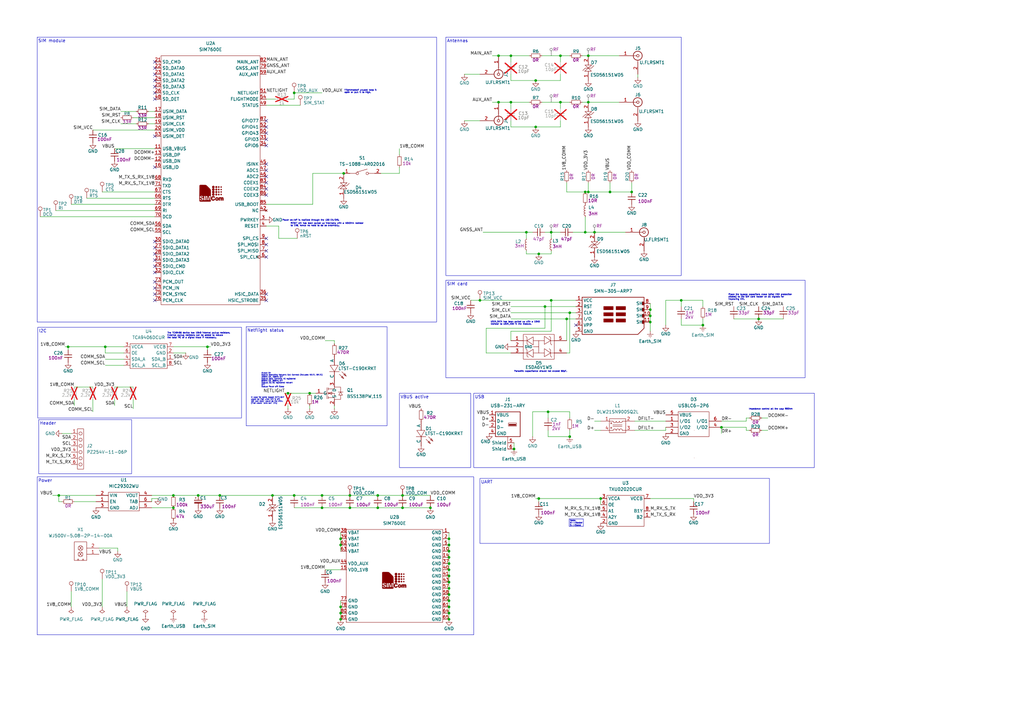
<source format=kicad_sch>
(kicad_sch (version 20250114) (generator "eeschema") (generator_version "9.0")
  (paper "A3")
  (title_block (title "GNSS/LTE module") (date "2025-08-22") (rev "Rev A") (comment 1 "Designed by: perseluspy"))
  (lib_symbols
    (symbol "Connector:TestPoint" (pin_numbers (hide yes)) (pin_names (offset 0.762) (hide yes))
      (property "Reference" "TP" (at 0 6.858 0))
      (property "Value" "TestPoint" (at 0 5.08 0))
      (symbol "TestPoint_1_1"
        (pin passive line (at 0 0 90) (length 2.54) (name "1") (number "1"))
      )
    )
    (symbol "GND_1" (power) (pin_numbers (hide yes)) (pin_names (offset 0) (hide yes))
      (property "Value" "GND" (at 0 -3.81 0))
      (symbol "GND_1_1_1"
        (pin power_in line (at 0 0 270) (length 0) (name "~") (number "1"))
      )
    )
    (symbol "GND_10" (power) (pin_numbers (hide yes)) (pin_names (offset 0) (hide yes))
      (property "Value" "GND" (at 0 -3.81 0))
      (symbol "GND_10_1_1"
        (pin power_in line (at 0 0 270) (length 0) (name "~") (number "1"))
      )
    )
    (symbol "GND_11" (power) (pin_numbers (hide yes)) (pin_names (offset 0) (hide yes))
      (property "Value" "GND" (at 0 -3.81 0))
      (symbol "GND_11_1_1"
        (pin power_in line (at 0 0 270) (length 0) (name "~") (number "1"))
      )
    )
    (symbol "GND_12" (power) (pin_numbers (hide yes)) (pin_names (offset 0) (hide yes))
      (property "Value" "GND" (at 0 -3.81 0))
      (symbol "GND_12_1_1"
        (pin power_in line (at 0 0 270) (length 0) (name "~") (number "1"))
      )
    )
    (symbol "GND_13" (power) (pin_numbers (hide yes)) (pin_names (offset 0) (hide yes))
      (property "Value" "GND" (at 0 -3.81 0))
      (symbol "GND_13_1_1"
        (pin power_in line (at 0 0 270) (length 0) (name "~") (number "1"))
      )
    )
    (symbol "GND_14" (power) (pin_numbers (hide yes)) (pin_names (offset 0) (hide yes))
      (property "Value" "GND" (at 0 -3.81 0))
      (symbol "GND_14_1_1"
        (pin power_in line (at 0 0 270) (length 0) (name "~") (number "1"))
      )
    )
    (symbol "GND_15" (power) (pin_numbers (hide yes)) (pin_names (offset 0) (hide yes))
      (property "Value" "GND" (at 0 -3.81 0))
      (symbol "GND_15_1_1"
        (pin power_in line (at 0 0 270) (length 0) (name "~") (number "1"))
      )
    )
    (symbol "GND_16" (power) (pin_numbers (hide yes)) (pin_names (offset 0) (hide yes))
      (property "Value" "GND" (at 0 -3.81 0))
      (symbol "GND_16_1_1"
        (pin power_in line (at 0 0 270) (length 0) (name "~") (number "1"))
      )
    )
    (symbol "GND_17" (power) (pin_numbers (hide yes)) (pin_names (offset 0) (hide yes))
      (property "Value" "GND" (at 0 -3.81 0))
      (symbol "GND_17_1_1"
        (pin power_in line (at 0 0 270) (length 0) (name "~") (number "1"))
      )
    )
    (symbol "GND_18" (power) (pin_numbers (hide yes)) (pin_names (offset 0) (hide yes))
      (property "Value" "GND" (at 0 -3.81 0))
      (symbol "GND_18_1_1"
        (pin power_in line (at 0 0 270) (length 0) (name "~") (number "1"))
      )
    )
    (symbol "GND_2" (power) (pin_numbers (hide yes)) (pin_names (offset 0) (hide yes))
      (property "Value" "GND" (at 0 -3.81 0))
      (symbol "GND_2_1_1"
        (pin power_in line (at 0 0 270) (length 0) (name "~") (number "1"))
      )
    )
    (symbol "GND_3" (power) (pin_numbers (hide yes)) (pin_names (offset 0) (hide yes))
      (property "Value" "GND" (at 0 -3.81 0))
      (symbol "GND_3_1_1"
        (pin power_in line (at 0 0 270) (length 0) (name "~") (number "1"))
      )
    )
    (symbol "GND_4" (power) (pin_numbers (hide yes)) (pin_names (offset 0) (hide yes))
      (property "Value" "GND" (at 0 -3.81 0))
      (symbol "GND_4_1_1"
        (pin power_in line (at 0 0 270) (length 0) (name "~") (number "1"))
      )
    )
    (symbol "GND_5" (power) (pin_numbers (hide yes)) (pin_names (offset 0) (hide yes))
      (property "Value" "GND" (at 0 -3.81 0))
      (symbol "GND_5_1_1"
        (pin power_in line (at 0 0 270) (length 0) (name "~") (number "1"))
      )
    )
    (symbol "GND_6" (power) (pin_numbers (hide yes)) (pin_names (offset 0) (hide yes))
      (property "Value" "GND" (at 0 -3.81 0))
      (symbol "GND_6_1_1"
        (pin power_in line (at 0 0 270) (length 0) (name "~") (number "1"))
      )
    )
    (symbol "GND_7" (power) (pin_numbers (hide yes)) (pin_names (offset 0) (hide yes))
      (property "Value" "GND" (at 0 -3.81 0))
      (symbol "GND_7_1_1"
        (pin power_in line (at 0 0 270) (length 0) (name "~") (number "1"))
      )
    )
    (symbol "GND_8" (power) (pin_numbers (hide yes)) (pin_names (offset 0) (hide yes))
      (property "Value" "GND" (at 0 -3.81 0))
      (symbol "GND_8_1_1"
        (pin power_in line (at 0 0 270) (length 0) (name "~") (number "1"))
      )
    )
    (symbol "GND_9" (power) (pin_numbers (hide yes)) (pin_names (offset 0) (hide yes))
      (property "Value" "GND" (at 0 -3.81 0))
      (symbol "GND_9_1_1"
        (pin power_in line (at 0 0 270) (length 0) (name "~") (number "1"))
      )
    )
    (symbol "[ESD_PROT]WILLSEMI ESD56151W05-2TR_1" (pin_names (hide yes))
      (property "Reference" "D" (at 0 2.794 0))
      (property "Value" "ESD56151W05" (at 0 -3.302 0))
      (symbol "[ESD_PROT]WILLSEMI ESD56151W05-2TR_1_1_1"
        (pin passive line (at -5.08 0 0) (length 3.81) (name "C") (number "1"))
        (pin passive line (at 5.08 0 180) (length 3.81) (name "A") (number "2"))
      )
    )
    (symbol "[GSM_3G_LTE]SIMCom Wireless Solutions SIM7600E_1"
      (property "Reference" "U" (at 0 59.69 0))
      (property "Value" "SIM7600E" (at 0.762 -46.736 0))
      (symbol "[GSM_3G_LTE]SIMCom Wireless Solutions SIM7600E_1_1_1"
        (pin output line (at -22.86 54.61 0) (length 2.54) (name "SD_CMD") (number "21"))
        (pin bidirectional line (at -22.86 52.07 0) (length 2.54) (name "SD_DATA0") (number "22"))
        (pin bidirectional line (at -22.86 49.53 0) (length 2.54) (name "SD_DATA1") (number "23"))
        (pin bidirectional line (at -22.86 46.99 0) (length 2.54) (name "SD_DATA2") (number "24"))
        (pin bidirectional line (at -22.86 44.45 0) (length 2.54) (name "SD_DATA3") (number "25"))
        (pin output line (at -22.86 41.91 0) (length 2.54) (name "SD_CLK") (number "26"))
        (pin bidirectional line (at -22.86 39.37 0) (length 2.54) (name "SD_DET") (number "48"))
        (pin bidirectional line (at -22.86 34.29 0) (length 2.54) (name "USIM_DATA") (number "17"))
        (pin output line (at -22.86 31.75 0) (length 2.54) (name "USIM_RST") (number "18"))
        (pin output line (at -22.86 29.21 0) (length 2.54) (name "USIM_CLK") (number "19"))
        (pin power_out line (at -22.86 26.67 0) (length 2.54) (name "USIM_VDD") (number "20"))
        (pin bidirectional line (at -22.86 24.13 0) (length 2.54) (name "USIM_DET") (number "53"))
        (pin power_in line (at -22.86 19.05 0) (length 2.54) (name "USB_VBUS") (number "11"))
        (pin bidirectional line (at -22.86 16.51 0) (length 2.54) (name "USB_DP") (number "13"))
        (pin bidirectional line (at -22.86 13.97 0) (length 2.54) (name "USB_DN") (number "12"))
        (pin input line (at -22.86 11.43 0) (length 2.54) (name "USB_ID") (number "16"))
        (pin input line (at -22.86 6.35 0) (length 2.54) (name "RXD") (number "68"))
        (pin output line (at -22.86 3.81 0) (length 2.54) (name "TXD") (number "71"))
        (pin input line (at -22.86 1.27 0) (length 2.54) (name "CTS") (number "67"))
        (pin output line (at -22.86 -1.27 0) (length 2.54) (name "RTS") (number "66"))
        (pin input line (at -22.86 -3.81 0) (length 2.54) (name "DTR") (number "72"))
        (pin output line (at -22.86 -6.35 0) (length 2.54) (name "RI") (number "69"))
        (pin output line (at -22.86 -8.89 0) (length 2.54) (name "DCD") (number "70"))
        (pin bidirectional line (at -22.86 -12.7 0) (length 2.54) (name "SDA") (number "56"))
        (pin input line (at -22.86 -15.24 0) (length 2.54) (name "SCL") (number "55"))
        (pin bidirectional line (at -22.86 -19.05 0) (length 2.54) (name "SDIO_DATA0") (number "30"))
        (pin bidirectional line (at -22.86 -21.59 0) (length 2.54) (name "SDIO_DATA1") (number "27"))
        (pin bidirectional line (at -22.86 -24.13 0) (length 2.54) (name "SDIO_DATA2") (number "28"))
        (pin bidirectional line (at -22.86 -26.67 0) (length 2.54) (name "SDIO_DATA3") (number "31"))
        (pin output line (at -22.86 -29.21 0) (length 2.54) (name "SDIO_CMD") (number "29"))
        (pin output line (at -22.86 -31.75 0) (length 2.54) (name "SDIO_CLK") (number "32"))
        (pin output line (at -22.86 -35.56 0) (length 2.54) (name "PCM_OUT") (number "73"))
        (pin input line (at -22.86 -38.1 0) (length 2.54) (name "PCM_IN") (number "74"))
        (pin output line (at -22.86 -40.64 0) (length 2.54) (name "PCM_SYNC") (number "75"))
        (pin output line (at -22.86 -43.18 0) (length 2.54) (name "PCM_CLK") (number "76"))
        (pin bidirectional line (at 22.86 54.61 180) (length 2.54) (name "MAIN_ANT") (number "82"))
        (pin input line (at 22.86 52.07 180) (length 2.54) (name "GNSS_ANT") (number "79"))
        (pin input line (at 22.86 49.53 180) (length 2.54) (name "AUX_ANT") (number "59"))
        (pin output line (at 22.86 41.91 180) (length 2.54) (name "NETLIGHT") (number "51"))
        (pin input line (at 22.86 39.37 180) (length 2.54) (name "FLIGHTMODE") (number "54"))
        (pin output line (at 22.86 36.83 180) (length 2.54) (name "STATUS") (number "49"))
        (pin bidirectional line (at 22.86 30.48 180) (length 2.54) (name "GPIO77") (number "87"))
        (pin bidirectional line (at 22.86 27.94 180) (length 2.54) (name "GPIO41") (number "52"))
        (pin bidirectional line (at 22.86 25.4 180) (length 2.54) (name "GPIO43") (number "50"))
        (pin bidirectional line (at 22.86 22.86 180) (length 2.54) (name "GPIO3") (number "33"))
        (pin bidirectional line (at 22.86 20.32 180) (length 2.54) (name "GPIO6") (number "34"))
        (pin power_in line (at 22.86 12.7 180) (length 2.54) (name "ISINK") (number "45"))
        (pin input line (at 22.86 10.16 180) (length 2.54) (name "ADC1") (number "47"))
        (pin input line (at 22.86 7.62 180) (length 2.54) (name "ADC2") (number "46"))
        (pin bidirectional line (at 22.86 5.08 180) (length 2.54) (name "COEX1") (number "83"))
        (pin bidirectional line (at 22.86 2.54 180) (length 2.54) (name "COEX2") (number "84"))
        (pin bidirectional line (at 22.86 0 180) (length 2.54) (name "COEX3") (number "86"))
        (pin input line (at 22.86 -3.81 180) (length 2.54) (name "USB_BOOT") (number "85"))
        (pin no_connect line (at 22.86 -6.35 180) (length 2.54) (name "NC") (number "42"))
        (pin input line (at 22.86 -10.16 180) (length 2.54) (name "PWRKEY") (number "3"))
        (pin input line (at 22.86 -12.7 180) (length 2.54) (name "RESET") (number "4"))
        (pin output line (at 22.86 -17.78 180) (length 2.54) (name "SPI_CS") (number "9"))
        (pin output line (at 22.86 -20.32 180) (length 2.54) (name "SPI_MOSI") (number "8"))
        (pin input line (at 22.86 -22.86 180) (length 2.54) (name "SPI_MISO") (number "7"))
        (pin output clock (at 22.86 -25.4 180) (length 2.54) (name "SPI_CLK") (number "6"))
        (pin bidirectional line (at 22.86 -40.64 180) (length 2.54) (name "HSIC_DATA") (number "36"))
        (pin open_emitter line (at 22.86 -43.18 180) (length 2.54) (name "HSIC_STROBE") (number "35"))
      )
      (symbol "[GSM_3G_LTE]SIMCom Wireless Solutions SIM7600E_1_2_1"
        (pin power_in line (at -21.59 20.32 0) (length 2.54) (name "VBAT") (number "38"))
        (pin power_in line (at -21.59 17.78 0) (length 2.54) (name "VBAT") (number "39"))
        (pin power_in line (at -21.59 15.24 0) (length 2.54) (name "VBAT") (number "62"))
        (pin power_in line (at -21.59 12.7 0) (length 2.54) (name "VBAT") (number "63"))
        (pin power_out line (at -21.59 7.62 0) (length 2.54) (name "VDD_AUX") (number "44"))
        (pin power_in line (at -21.59 5.08 0) (length 2.54) (name "VDD_1V8") (number "15"))
        (pin power_in line (at -21.59 -7.62 0) (length 2.54) (name "GND") (number "77"))
        (pin power_in line (at -21.59 -10.16 0) (length 2.54) (name "GND") (number "78"))
        (pin power_in line (at -21.59 -12.7 0) (length 2.54) (name "GND") (number "80"))
        (pin power_in line (at -21.59 -15.24 0) (length 2.54) (name "GND") (number "81"))
        (pin power_in line (at 22.86 20.32 180) (length 2.54) (name "GND") (number "1"))
        (pin power_in line (at 22.86 17.78 180) (length 2.54) (name "GND") (number "2"))
        (pin power_in line (at 22.86 15.24 180) (length 2.54) (name "GND") (number "5"))
        (pin power_in line (at 22.86 12.7 180) (length 2.54) (name "GND") (number "10"))
        (pin power_in line (at 22.86 10.16 180) (length 2.54) (name "GND") (number "14"))
        (pin power_in line (at 22.86 7.62 180) (length 2.54) (name "GND") (number "37"))
        (pin power_in line (at 22.86 5.08 180) (length 2.54) (name "GND") (number "40"))
        (pin power_in line (at 22.86 2.54 180) (length 2.54) (name "GND") (number "41"))
        (pin power_in line (at 22.86 0 180) (length 2.54) (name "GND") (number "43"))
        (pin power_in line (at 22.86 -2.54 180) (length 2.54) (name "GND") (number "57"))
        (pin power_in line (at 22.86 -5.08 180) (length 2.54) (name "GND") (number "58"))
        (pin power_in line (at 22.86 -7.62 180) (length 2.54) (name "GND") (number "60"))
        (pin power_in line (at 22.86 -10.16 180) (length 2.54) (name "GND") (number "61"))
        (pin power_in line (at 22.86 -12.7 180) (length 2.54) (name "GND") (number "64"))
        (pin power_in line (at 22.86 -15.24 180) (length 2.54) (name "GND") (number "65"))
      )
    )
    (symbol "pepy_sym_lib:[1x2_SCREW_TERMINAL_BLOCK]Ningbo Kangnex Elec WJ500V-5.08-2P" (pin_names (hide yes))
      (property "Reference" "X" (at 0 6.096 0))
      (property "Value" "WJ500V-5.08-2P-14-00A" (at 0 -4.318 0))
      (symbol "[1x2_SCREW_TERMINAL_BLOCK]Ningbo Kangnex Elec WJ500V-5.08-2P_1_1"
        (pin passive line (at -7.62 2.54 0) (length 5.08) (name "1") (number "1"))
        (pin passive line (at -7.62 0 0) (length 5.08) (name "2") (number "2"))
      )
    )
    (symbol "pepy_sym_lib:[6P_HEADER_STR]XFCN PZ254V-11-06P" (pin_names (hide yes))
      (property "Reference" "J" (at 0 9.906 0))
      (property "Value" "PZ254V-11-06P" (at 0 -10.414 0))
      (symbol "[6P_HEADER_STR]XFCN PZ254V-11-06P_1_1"
        (pin passive line (at -3.81 6.35 0) (length 2.54) (name "1") (number "1"))
        (pin passive line (at -3.81 3.81 0) (length 2.54) (name "2") (number "2"))
        (pin passive line (at -3.81 1.27 0) (length 2.54) (name "3") (number "3"))
        (pin passive line (at -3.81 -1.27 0) (length 2.54) (name "4") (number "4"))
        (pin passive line (at -3.81 -3.81 0) (length 2.54) (name "5") (number "5"))
        (pin passive line (at -3.81 -6.35 0) (length 2.54) (name "6") (number "6"))
      )
    )
    (symbol "pepy_sym_lib:[CAP_SMD_0201_0603Metric]YAGEO CC0201KRX5R6BB104" (pin_numbers (hide yes))
      (property "Reference" "C" (at 0 3.556 0))
      (property "Nvalue" "100nF" (at 0 -3.048 0))
      (symbol "[CAP_SMD_0201_0603Metric]YAGEO CC0201KRX5R6BB104_1_1"
        (pin passive line (at -2.54 0 0) (length 2.032) (name "~") (number "1"))
        (pin passive line (at 2.54 0 180) (length 2.032) (name "~") (number "2"))
      )
    )
    (symbol "pepy_sym_lib:[CAP_SMD_0201_0603Metric]muRata GRM0335C1H100JA01D" (pin_numbers (hide yes))
      (property "Reference" "C" (at 0 3.556 0))
      (property "Nvalue" "10pF" (at 0 -3.048 0))
      (symbol "[CAP_SMD_0201_0603Metric]muRata GRM0335C1H100JA01D_1_1"
        (pin passive line (at -2.54 0 0) (length 2.032) (name "~") (number "1"))
        (pin passive line (at 2.54 0 180) (length 2.032) (name "~") (number "2"))
      )
    )
    (symbol "pepy_sym_lib:[CAP_SMD_0201_0603Metric]muRata GRM0335C1H330JA01D" (pin_numbers (hide yes))
      (property "Reference" "C" (at 0 3.556 0))
      (property "Nvalue" "33pF" (at 0 -3.048 0))
      (symbol "[CAP_SMD_0201_0603Metric]muRata GRM0335C1H330JA01D_1_1"
        (pin passive line (at -2.54 0 0) (length 2.032) (name "~") (number "1"))
        (pin passive line (at 2.54 0 180) (length 2.032) (name "~") (number "2"))
      )
    )
    (symbol "pepy_sym_lib:[CAP_SMD_0201_0603Metric]muRata GRM0335C1H470JA01D" (pin_numbers (hide yes))
      (property "Reference" "C" (at 0 3.556 0))
      (property "Nvalue" "47pF" (at 0 -3.048 0))
      (symbol "[CAP_SMD_0201_0603Metric]muRata GRM0335C1H470JA01D_1_1"
        (pin passive line (at -2.54 0 0) (length 2.032) (name "~") (number "1"))
        (pin passive line (at 2.54 0 180) (length 2.032) (name "~") (number "2"))
      )
    )
    (symbol "pepy_sym_lib:[CAP_SMD_0402_1005Metric]YAGEO CC0402KRX7R7BB104" (pin_numbers (hide yes)) (pin_names (hide yes))
      (property "Reference" "C" (at 0 3.302 0))
      (property "Nvalue" "100nF" (at 0 -3.048 0))
      (symbol "[CAP_SMD_0402_1005Metric]YAGEO CC0402KRX7R7BB104_1_1"
        (pin passive line (at -2.54 0 0) (length 2.032) (name "~") (number "1"))
        (pin passive line (at 2.54 0 180) (length 2.032) (name "~") (number "2"))
      )
    )
    (symbol "pepy_sym_lib:[CAP_SMD_1206_3216Metric]Samsung Electro-Mechanics CL31A107MQHNNNE" (pin_numbers (hide yes))
      (property "Reference" "C" (at 0 2.794 0))
      (property "Nvalue" "100uF" (at 0.254 -3.048 0))
      (symbol "[CAP_SMD_1206_3216Metric]Samsung Electro-Mechanics CL31A107MQHNNNE_1_1"
        (pin passive line (at -2.54 0 0) (length 2.032) (name "~") (number "1"))
        (pin passive line (at 2.54 0 180) (length 2.032) (name "~") (number "2"))
      )
    )
    (symbol "pepy_sym_lib:[CAP_SMD_1206_3216Metric]YAGEO CC1206KKX7RDBB102" (pin_numbers (hide yes))
      (property "Reference" "C" (at 0 2.794 0))
      (property "Nvalue" "1nF" (at 0.254 -3.048 0))
      (symbol "[CAP_SMD_1206_3216Metric]YAGEO CC1206KKX7RDBB102_1_1"
        (pin passive line (at -2.54 0 0) (length 2.032) (name "~") (number "1"))
        (pin passive line (at 2.54 0 180) (length 2.032) (name "~") (number "2"))
      )
    )
    (symbol "pepy_sym_lib:[CAP_SMD_AL_ELECTROLYTIC]ROQANG RVT1A331M0607" (pin_numbers (hide yes))
      (property "Reference" "C" (at 0 2.794 0))
      (property "Nvalue" "330uF" (at 0.254 -2.794 0))
      (symbol "[CAP_SMD_AL_ELECTROLYTIC]ROQANG RVT1A331M0607_1_1"
        (pin passive line (at -2.54 0 0) (length 1.8542) (name "~") (number "1"))
        (pin passive line (at 2.54 0 180) (length 1.8542) (name "~") (number "2"))
      )
    )
    (symbol "pepy_sym_lib:[COMMON_MODE_FILTER]Murata Electronics DLW21SN900SQ2L"
      (property "Reference" "L" (at 0 4.318 0))
      (property "Value" "DLW21SN900SQ2L" (at 0.508 -5.842 0))
      (symbol "[COMMON_MODE_FILTER]Murata Electronics DLW21SN900SQ2L_1_1"
        (pin passive line (at -7.62 1.27 0) (length 5.08) (name "~") (number "1"))
        (pin passive line (at -7.62 -2.54 0) (length 5.08) (name "~") (number "4"))
        (pin passive line (at 6.35 1.27 180) (length 5.08) (name "~") (number "2"))
        (pin passive line (at 6.35 -2.54 180) (length 5.08) (name "~") (number "3"))
      )
    )
    (symbol "pepy_sym_lib:[ESD_PROT]STMicroelectronics USBLC6-2P6"
      (property "Reference" "D" (at 0 7.62 0))
      (property "Value" "USBLC6-2P6" (at 0.254 -5.334 0))
      (symbol "[ESD_PROT]STMicroelectronics USBLC6-2P6_0_1"
        (pin input line (at -11.43 2.54 0) (length 5.08) (name "I/O1") (number "1"))
        (pin input line (at -11.43 0 0) (length 5.08) (name "I/O2") (number "3"))
      )
      (symbol "[ESD_PROT]STMicroelectronics USBLC6-2P6_1_1"
        (pin power_in line (at -11.43 5.08 0) (length 5.08) (name "VBUS") (number "5"))
        (pin power_in line (at -11.43 -2.54 0) (length 5.08) (name "GND") (number "2"))
        (pin output line (at 11.43 2.54 180) (length 5.08) (name "I/O1") (number "6"))
        (pin output line (at 11.43 0 180) (length 5.08) (name "I/O2") (number "4"))
      )
    )
    (symbol "pepy_sym_lib:[ESD_PROT]TECH PUBLIC ESDA6V1W5"
      (property "Reference" "D" (at 0 6.35 0))
      (property "Value" "ESDA6V1W5" (at 0 -6.35 0))
      (symbol "[ESD_PROT]TECH PUBLIC ESDA6V1W5_1_1"
        (pin passive line (at -11.43 2.54 0) (length 5.08) (name "~") (number "1"))
        (pin passive line (at -11.43 0 0) (length 5.08) (name "GND") (number "2"))
        (pin passive line (at -11.43 -2.54 0) (length 5.08) (name "~") (number "3"))
        (pin passive line (at 11.43 2.54 180) (length 5.08) (name "~") (number "5"))
        (pin passive line (at 11.43 -2.54 180) (length 5.08) (name "~") (number "4"))
      )
    )
    (symbol "pepy_sym_lib:[ESD_PROT]WILLSEMI ESD56151W05-2TR" (pin_names (hide yes))
      (property "Reference" "D" (at 0 2.794 0))
      (property "Value" "ESD56151W05" (at 0 -3.302 0))
      (symbol "[ESD_PROT]WILLSEMI ESD56151W05-2TR_1_1"
        (pin passive line (at -5.08 0 0) (length 3.81) (name "C") (number "1"))
        (pin passive line (at 5.08 0 180) (length 3.81) (name "A") (number "2"))
      )
    )
    (symbol "pepy_sym_lib:[GSM_3G_LTE]SIMCom Wireless Solutions SIM7600E"
      (property "Reference" "U" (at 0 59.69 0))
      (property "Value" "SIM7600E" (at 0.762 -46.736 0))
      (symbol "[GSM_3G_LTE]SIMCom Wireless Solutions SIM7600E_1_1"
        (pin output line (at -22.86 54.61 0) (length 2.54) (name "SD_CMD") (number "21"))
        (pin bidirectional line (at -22.86 52.07 0) (length 2.54) (name "SD_DATA0") (number "22"))
        (pin bidirectional line (at -22.86 49.53 0) (length 2.54) (name "SD_DATA1") (number "23"))
        (pin bidirectional line (at -22.86 46.99 0) (length 2.54) (name "SD_DATA2") (number "24"))
        (pin bidirectional line (at -22.86 44.45 0) (length 2.54) (name "SD_DATA3") (number "25"))
        (pin output line (at -22.86 41.91 0) (length 2.54) (name "SD_CLK") (number "26"))
        (pin bidirectional line (at -22.86 39.37 0) (length 2.54) (name "SD_DET") (number "48"))
        (pin bidirectional line (at -22.86 34.29 0) (length 2.54) (name "USIM_DATA") (number "17"))
        (pin output line (at -22.86 31.75 0) (length 2.54) (name "USIM_RST") (number "18"))
        (pin output line (at -22.86 29.21 0) (length 2.54) (name "USIM_CLK") (number "19"))
        (pin power_out line (at -22.86 26.67 0) (length 2.54) (name "USIM_VDD") (number "20"))
        (pin bidirectional line (at -22.86 24.13 0) (length 2.54) (name "USIM_DET") (number "53"))
        (pin power_in line (at -22.86 19.05 0) (length 2.54) (name "USB_VBUS") (number "11"))
        (pin bidirectional line (at -22.86 16.51 0) (length 2.54) (name "USB_DP") (number "13"))
        (pin bidirectional line (at -22.86 13.97 0) (length 2.54) (name "USB_DN") (number "12"))
        (pin input line (at -22.86 11.43 0) (length 2.54) (name "USB_ID") (number "16"))
        (pin input line (at -22.86 6.35 0) (length 2.54) (name "RXD") (number "68"))
        (pin output line (at -22.86 3.81 0) (length 2.54) (name "TXD") (number "71"))
        (pin input line (at -22.86 1.27 0) (length 2.54) (name "CTS") (number "67"))
        (pin output line (at -22.86 -1.27 0) (length 2.54) (name "RTS") (number "66"))
        (pin input line (at -22.86 -3.81 0) (length 2.54) (name "DTR") (number "72"))
        (pin output line (at -22.86 -6.35 0) (length 2.54) (name "RI") (number "69"))
        (pin output line (at -22.86 -8.89 0) (length 2.54) (name "DCD") (number "70"))
        (pin bidirectional line (at -22.86 -12.7 0) (length 2.54) (name "SDA") (number "56"))
        (pin input line (at -22.86 -15.24 0) (length 2.54) (name "SCL") (number "55"))
        (pin bidirectional line (at -22.86 -19.05 0) (length 2.54) (name "SDIO_DATA0") (number "30"))
        (pin bidirectional line (at -22.86 -21.59 0) (length 2.54) (name "SDIO_DATA1") (number "27"))
        (pin bidirectional line (at -22.86 -24.13 0) (length 2.54) (name "SDIO_DATA2") (number "28"))
        (pin bidirectional line (at -22.86 -26.67 0) (length 2.54) (name "SDIO_DATA3") (number "31"))
        (pin output line (at -22.86 -29.21 0) (length 2.54) (name "SDIO_CMD") (number "29"))
        (pin output line (at -22.86 -31.75 0) (length 2.54) (name "SDIO_CLK") (number "32"))
        (pin output line (at -22.86 -35.56 0) (length 2.54) (name "PCM_OUT") (number "73"))
        (pin input line (at -22.86 -38.1 0) (length 2.54) (name "PCM_IN") (number "74"))
        (pin output line (at -22.86 -40.64 0) (length 2.54) (name "PCM_SYNC") (number "75"))
        (pin output line (at -22.86 -43.18 0) (length 2.54) (name "PCM_CLK") (number "76"))
        (pin bidirectional line (at 22.86 54.61 180) (length 2.54) (name "MAIN_ANT") (number "82"))
        (pin input line (at 22.86 52.07 180) (length 2.54) (name "GNSS_ANT") (number "79"))
        (pin input line (at 22.86 49.53 180) (length 2.54) (name "AUX_ANT") (number "59"))
        (pin output line (at 22.86 41.91 180) (length 2.54) (name "NETLIGHT") (number "51"))
        (pin input line (at 22.86 39.37 180) (length 2.54) (name "FLIGHTMODE") (number "54"))
        (pin output line (at 22.86 36.83 180) (length 2.54) (name "STATUS") (number "49"))
        (pin bidirectional line (at 22.86 30.48 180) (length 2.54) (name "GPIO77") (number "87"))
        (pin bidirectional line (at 22.86 27.94 180) (length 2.54) (name "GPIO41") (number "52"))
        (pin bidirectional line (at 22.86 25.4 180) (length 2.54) (name "GPIO43") (number "50"))
        (pin bidirectional line (at 22.86 22.86 180) (length 2.54) (name "GPIO3") (number "33"))
        (pin bidirectional line (at 22.86 20.32 180) (length 2.54) (name "GPIO6") (number "34"))
        (pin power_in line (at 22.86 12.7 180) (length 2.54) (name "ISINK") (number "45"))
        (pin input line (at 22.86 10.16 180) (length 2.54) (name "ADC1") (number "47"))
        (pin input line (at 22.86 7.62 180) (length 2.54) (name "ADC2") (number "46"))
        (pin bidirectional line (at 22.86 5.08 180) (length 2.54) (name "COEX1") (number "83"))
        (pin bidirectional line (at 22.86 2.54 180) (length 2.54) (name "COEX2") (number "84"))
        (pin bidirectional line (at 22.86 0 180) (length 2.54) (name "COEX3") (number "86"))
        (pin input line (at 22.86 -3.81 180) (length 2.54) (name "USB_BOOT") (number "85"))
        (pin no_connect line (at 22.86 -6.35 180) (length 2.54) (name "NC") (number "42"))
        (pin input line (at 22.86 -10.16 180) (length 2.54) (name "PWRKEY") (number "3"))
        (pin input line (at 22.86 -12.7 180) (length 2.54) (name "RESET") (number "4"))
        (pin output line (at 22.86 -17.78 180) (length 2.54) (name "SPI_CS") (number "9"))
        (pin output line (at 22.86 -20.32 180) (length 2.54) (name "SPI_MOSI") (number "8"))
        (pin input line (at 22.86 -22.86 180) (length 2.54) (name "SPI_MISO") (number "7"))
        (pin output clock (at 22.86 -25.4 180) (length 2.54) (name "SPI_CLK") (number "6"))
        (pin bidirectional line (at 22.86 -40.64 180) (length 2.54) (name "HSIC_DATA") (number "36"))
        (pin open_emitter line (at 22.86 -43.18 180) (length 2.54) (name "HSIC_STROBE") (number "35"))
      )
      (symbol "[GSM_3G_LTE]SIMCom Wireless Solutions SIM7600E_2_1"
        (pin power_in line (at -21.59 20.32 0) (length 2.54) (name "VBAT") (number "38"))
        (pin power_in line (at -21.59 17.78 0) (length 2.54) (name "VBAT") (number "39"))
        (pin power_in line (at -21.59 15.24 0) (length 2.54) (name "VBAT") (number "62"))
        (pin power_in line (at -21.59 12.7 0) (length 2.54) (name "VBAT") (number "63"))
        (pin power_out line (at -21.59 7.62 0) (length 2.54) (name "VDD_AUX") (number "44"))
        (pin power_in line (at -21.59 5.08 0) (length 2.54) (name "VDD_1V8") (number "15"))
        (pin power_in line (at -21.59 -7.62 0) (length 2.54) (name "GND") (number "77"))
        (pin power_in line (at -21.59 -10.16 0) (length 2.54) (name "GND") (number "78"))
        (pin power_in line (at -21.59 -12.7 0) (length 2.54) (name "GND") (number "80"))
        (pin power_in line (at -21.59 -15.24 0) (length 2.54) (name "GND") (number "81"))
        (pin power_in line (at 22.86 20.32 180) (length 2.54) (name "GND") (number "1"))
        (pin power_in line (at 22.86 17.78 180) (length 2.54) (name "GND") (number "2"))
        (pin power_in line (at 22.86 15.24 180) (length 2.54) (name "GND") (number "5"))
        (pin power_in line (at 22.86 12.7 180) (length 2.54) (name "GND") (number "10"))
        (pin power_in line (at 22.86 10.16 180) (length 2.54) (name "GND") (number "14"))
        (pin power_in line (at 22.86 7.62 180) (length 2.54) (name "GND") (number "37"))
        (pin power_in line (at 22.86 5.08 180) (length 2.54) (name "GND") (number "40"))
        (pin power_in line (at 22.86 2.54 180) (length 2.54) (name "GND") (number "41"))
        (pin power_in line (at 22.86 0 180) (length 2.54) (name "GND") (number "43"))
        (pin power_in line (at 22.86 -2.54 180) (length 2.54) (name "GND") (number "57"))
        (pin power_in line (at 22.86 -5.08 180) (length 2.54) (name "GND") (number "58"))
        (pin power_in line (at 22.86 -7.62 180) (length 2.54) (name "GND") (number "60"))
        (pin power_in line (at 22.86 -10.16 180) (length 2.54) (name "GND") (number "61"))
        (pin power_in line (at 22.86 -12.7 180) (length 2.54) (name "GND") (number "64"))
        (pin power_in line (at 22.86 -15.24 180) (length 2.54) (name "GND") (number "65"))
      )
    )
    (symbol "pepy_sym_lib:[IND_SMD_0402_1005Metric]Murata Electronics LQG15HS3N0S02D" (pin_numbers (hide yes))
      (property "Reference" "L" (at 0 1.524 0))
      (property "Nvalue" "3nH" (at 0 -1.27 0))
      (symbol "[IND_SMD_0402_1005Metric]Murata Electronics LQG15HS3N0S02D_1_1"
        (pin passive line (at -2.54 0 0) (length 0.508) (name "~") (number "1"))
        (pin passive line (at 2.54 0 180) (length 0.508) (name "~") (number "2"))
      )
    )
    (symbol "pepy_sym_lib:[LDO]MICROCHIP MIC29302WU-TR"
      (property "Reference" "U" (at 0 5.08 0))
      (property "Value" "MIC29302WU" (at 0.254 -5.334 0))
      (symbol "[LDO]MICROCHIP MIC29302WU-TR_1_1"
        (pin power_in line (at -11.43 2.54 0) (length 5.08) (name "VIN") (number "2"))
        (pin passive line (at -11.43 0 0) (length 5.08) (name "EN") (number "1"))
        (pin power_in line (at -11.43 -2.54 0) (length 5.08) (name "GND") (number "3"))
        (pin power_out line (at 11.43 2.54 180) (length 5.08) (name "VOUT") (number "4"))
        (pin power_in line (at 11.43 0 180) (length 5.08) (name "TAB") (number "6"))
        (pin passive line (at 11.43 -2.54 180) (length 5.08) (name "ADJ") (number "5"))
      )
    )
    (symbol "pepy_sym_lib:[LED]Lite-On LTST-C190KRKT" (pin_numbers (hide yes)) (pin_names (offset 0))
      (property "Reference" "D" (at 0 3.556 0))
      (property "Value" "LTST-C190KRKT" (at -0.508 -3.048 0))
      (symbol "[LED]Lite-On LTST-C190KRKT_1_1"
        (pin passive line (at -5.08 0 0) (length 3.81) (name "A") (number "1"))
        (pin passive line (at 5.08 0 180) (length 3.81) (name "C") (number "2"))
      )
    )
    (symbol "pepy_sym_lib:[LEVEL_SHIFTER]TI TCA9406DCUR"
      (property "Reference" "U" (at 0 6.096 0))
      (property "Value" "TCA9406DCUR" (at 0 -6.604 0))
      (symbol "[LEVEL_SHIFTER]TI TCA9406DCUR_0_1"
        (pin power_in line (at -10.16 3.81 0) (length 2.54) (name "VCCA") (number "3"))
        (pin passive line (at -10.16 1.27 0) (length 2.54) (name "OE") (number "6"))
        (pin bidirectional line (at -10.16 -1.27 0) (length 2.54) (name "SDA_A") (number "4"))
        (pin bidirectional line (at -10.16 -3.81 0) (length 2.54) (name "SCL_A") (number "5"))
        (pin power_in line (at 10.16 3.81 180) (length 2.54) (name "VCCB") (number "7"))
        (pin power_in line (at 10.16 1.27 180) (length 2.54) (name "GND") (number "2"))
        (pin bidirectional line (at 10.16 -1.27 180) (length 2.54) (name "SDA_B") (number "1"))
        (pin bidirectional line (at 10.16 -3.81 180) (length 2.54) (name "SCL_B") (number "8"))
      )
    )
    (symbol "pepy_sym_lib:[LEVEL_SHIFTER]TI TXU0202DCUR"
      (property "Reference" "U" (at 0 7.366 0))
      (property "Value" "TXU0202DCUR" (at 0 -7.62 0))
      (symbol "[LEVEL_SHIFTER]TI TXU0202DCUR_0_1"
        (pin power_in line (at -10.16 5.08 0) (length 2.54) (name "VCCA") (number "3"))
        (pin input line (at -10.16 0 0) (length 2.54) (name "A1") (number "5"))
        (pin output line (at -10.16 -2.54 0) (length 2.54) (name "A2Y") (number "4"))
        (pin power_in line (at -10.16 -5.08 0) (length 2.54) (name "GND") (number "2"))
        (pin power_in line (at 10.16 5.08 180) (length 2.54) (name "VCCB") (number "7"))
        (pin output line (at 10.16 0 180) (length 2.54) (name "B1Y") (number "8"))
        (pin input line (at 10.16 -2.54 180) (length 2.54) (name "B2") (number "1"))
      )
      (symbol "[LEVEL_SHIFTER]TI TXU0202DCUR_1_1"
        (pin passive line (at -10.16 2.54 0) (length 2.54) (name "OE") (number "6"))
      )
    )
    (symbol "pepy_sym_lib:[NMOS]Nexperia BSS138PW,115"
      (property "Reference" "Q" (at 1.27 3.81 0))
      (property "Value" "BSS138PW,115" (at 0 -7.112 0))
      (symbol "[NMOS]Nexperia BSS138PW,115_1_1"
        (pin input line (at -7.62 0 0) (length 2.54) (name "G") (number "1"))
        (pin passive line (at 0 5.08 270) (length 2.54) (name "D") (number "3"))
        (pin passive line (at 0 -5.08 90) (length 2.54) (name "S") (number "2"))
      )
    )
    (symbol "pepy_sym_lib:[RES_SMD_0201_0603Metric]UNI-ROYAL(Uniroyal Elec) 0201WMF1002TEE" (pin_numbers (hide yes))
      (property "Reference" "R" (at 0 1.778 0))
      (property "Nvalue" "10k" (at 0 -1.778 0))
      (symbol "[RES_SMD_0201_0603Metric]UNI-ROYAL(Uniroyal Elec) 0201WMF1002TEE_1_1"
        (pin passive line (at -2.54 0 0) (length 0.762) (name "~") (number "1"))
        (pin passive line (at 2.54 0 180) (length 0.762) (name "~") (number "2"))
      )
    )
    (symbol "pepy_sym_lib:[RES_SMD_0201_0603Metric]YAGEO RC0201FR-071ML" (pin_numbers (hide yes))
      (property "Reference" "R" (at 0 1.778 0))
      (property "Nvalue" "1M" (at 0 -2.032 0))
      (symbol "[RES_SMD_0201_0603Metric]YAGEO RC0201FR-071ML_1_1"
        (pin passive line (at -2.54 0 0) (length 0.762) (name "~") (number "1"))
        (pin passive line (at 2.54 0 180) (length 0.762) (name "~") (number "2"))
      )
    )
    (symbol "pepy_sym_lib:[RES_SMD_0201_0603Metric]YAGEO RC0201FR-0733RL" (pin_numbers (hide yes))
      (property "Reference" "R" (at 0 1.778 0))
      (property "Nvalue" "33R" (at 0 -2.032 0))
      (symbol "[RES_SMD_0201_0603Metric]YAGEO RC0201FR-0733RL_1_1"
        (pin passive line (at -2.54 0 0) (length 0.762) (name "~") (number "1"))
        (pin passive line (at 2.54 0 180) (length 0.762) (name "~") (number "2"))
      )
    )
    (symbol "pepy_sym_lib:[RES_SMD_0201_0603Metric]YAGEO RC0201FR-07470RL" (pin_numbers (hide yes))
      (property "Reference" "R" (at 0 1.778 0))
      (property "Nvalue" "470R" (at 0 -1.778 0))
      (symbol "[RES_SMD_0201_0603Metric]YAGEO RC0201FR-07470RL_1_1"
        (pin passive line (at -2.54 0 0) (length 0.762) (name "~") (number "1"))
        (pin passive line (at 2.54 0 180) (length 0.762) (name "~") (number "2"))
      )
    )
    (symbol "pepy_sym_lib:[RES_SMD_0402_1005Metric]UNI-ROYAL 0402WGF4702TCE" (pin_numbers (hide yes))
      (property "Reference" "R" (at 0 1.778 0))
      (property "Nvalue" "47k" (at 0 -1.778 0))
      (symbol "[RES_SMD_0402_1005Metric]UNI-ROYAL 0402WGF4702TCE_1_1"
        (pin passive line (at -2.54 0 0) (length 0.762) (name "~") (number "1"))
        (pin passive line (at 2.54 0 180) (length 0.762) (name "~") (number "2"))
      )
    )
    (symbol "pepy_sym_lib:[RES_SMD_0402_1005Metric]UNI-ROYAL(Uniroyal Elec) 0402WGF0000TCE" (pin_numbers (hide yes))
      (property "Reference" "R" (at 0 1.778 0))
      (property "Nvalue" "0R" (at 0 -1.778 0))
      (symbol "[RES_SMD_0402_1005Metric]UNI-ROYAL(Uniroyal Elec) 0402WGF0000TCE_1_1"
        (pin passive line (at -2.54 0 0) (length 0.762) (name "~") (number "1"))
        (pin passive line (at 2.54 0 180) (length 0.762) (name "~") (number "2"))
      )
    )
    (symbol "pepy_sym_lib:[RES_SMD_0402_1005Metric]UNI-ROYAL(Uniroyal Elec) 0402WGF2201TCE" (pin_numbers (hide yes))
      (property "Reference" "R" (at 0 1.778 0))
      (property "Nvalue" "2.2k" (at 0 -1.778 0))
      (symbol "[RES_SMD_0402_1005Metric]UNI-ROYAL(Uniroyal Elec) 0402WGF2201TCE_1_1"
        (pin passive line (at -2.54 0 0) (length 0.762) (name "~") (number "1"))
        (pin passive line (at 2.54 0 180) (length 0.762) (name "~") (number "2"))
      )
    )
    (symbol "pepy_sym_lib:[RES_SMD_0402_1005Metric]YAGEO RC0402FR-07100KL" (pin_numbers (hide yes))
      (property "Reference" "R" (at 0 1.778 0))
      (property "Nvalue" "100k" (at 0 -1.778 0))
      (symbol "[RES_SMD_0402_1005Metric]YAGEO RC0402FR-07100KL_1_1"
        (pin passive line (at -2.54 0 0) (length 0.762) (name "~") (number "1"))
        (pin passive line (at 2.54 0 180) (length 0.762) (name "~") (number "2"))
      )
    )
    (symbol "pepy_sym_lib:[RES_SMD_0402_1005Metric]YAGEO RC0402FR-071KL" (pin_numbers (hide yes))
      (property "Reference" "R" (at 0 1.778 0))
      (property "Nvalue" "1k" (at 0 -1.778 0))
      (symbol "[RES_SMD_0402_1005Metric]YAGEO RC0402FR-071KL_1_1"
        (pin passive line (at -2.54 0 0) (length 0.762) (name "~") (number "1"))
        (pin passive line (at 2.54 0 180) (length 0.762) (name "~") (number "2"))
      )
    )
    (symbol "pepy_sym_lib:[RES_SMD_0603_1608Metric]YAGEO RC0603FR-0710RL" (pin_numbers (hide yes))
      (property "Reference" "R" (at 0 1.778 0))
      (property "Nvalue" "10R" (at 0 -1.778 0))
      (symbol "[RES_SMD_0603_1608Metric]YAGEO RC0603FR-0710RL_1_1"
        (pin passive line (at -2.54 0 0) (length 0.762) (name "~") (number "1"))
        (pin passive line (at 2.54 0 180) (length 0.762) (name "~") (number "2"))
      )
    )
    (symbol "pepy_sym_lib:[RES_SMD_0805_2012Metric]UNI-ROYAL(Uniroyal Elec) 0805W8F0000T5E" (pin_numbers (hide yes))
      (property "Reference" "R" (at 0 1.778 0))
      (property "Nvalue" "0R" (at 0 -2.032 0))
      (symbol "[RES_SMD_0805_2012Metric]UNI-ROYAL(Uniroyal Elec) 0805W8F0000T5E_1_1"
        (pin passive line (at -2.54 0 0) (length 0.762) (name "~") (number "1"))
        (pin passive line (at 2.54 0 180) (length 0.762) (name "~") (number "2"))
      )
    )
    (symbol "pepy_sym_lib:[RES_SMD_0805_2012Metric]UNI-ROYAL(Uniroyal Elec) 0805W8F1004T5E" (pin_numbers (hide yes))
      (property "Reference" "R" (at 0 1.778 0))
      (property "Nvalue" "1M" (at 0 -1.778 0))
      (symbol "[RES_SMD_0805_2012Metric]UNI-ROYAL(Uniroyal Elec) 0805W8F1004T5E_1_1"
        (pin passive line (at -2.54 0 0) (length 0.762) (name "~") (number "1"))
        (pin passive line (at 2.54 0 180) (length 0.762) (name "~") (number "2"))
      )
    )
    (symbol "pepy_sym_lib:[SMD_COAXIAL_CONNECTOR]HRS(Hirose) U.FL-R-SMT-1(80)" (pin_names (hide yes))
      (property "Reference" "J" (at 0 3.048 0))
      (property "Value" "U.FLRSMT1" (at 0.254 -9.398 0))
      (symbol "[SMD_COAXIAL_CONNECTOR]HRS(Hirose) U.FL-R-SMT-1(80)_0_1"
        (pin passive line (at 0 -7.62 90) (length 5.08) (name "2") (number "2"))
      )
      (symbol "[SMD_COAXIAL_CONNECTOR]HRS(Hirose) U.FL-R-SMT-1(80)_1_1"
        (pin passive line (at -7.62 0 0) (length 5.08) (name "1") (number "1"))
      )
    )
    (symbol "pepy_sym_lib:[TACTILE_SWITCH]XUNPU TS-1088-AR02016" (pin_names (hide yes))
      (property "Reference" "S" (at 0 3.302 0))
      (property "Value" "TS-1088-AR02016" (at 0 -2.794 0))
      (symbol "[TACTILE_SWITCH]XUNPU TS-1088-AR02016_1_1"
        (pin passive line (at -7.62 0 0) (length 2.54) (name "1") (number "1"))
        (pin passive line (at 7.62 0 180) (length 2.54) (name "2") (number "2"))
      )
    )
    (symbol "pepy_sym_lib:[USB_A_4P_RA_FEMALE]XUNPU USB-231-ARY"
      (property "Reference" "J" (at 0 11.176 0))
      (property "Value" "USB-231-ARY" (at 0.254 -7.112 0))
      (symbol "[USB_A_4P_RA_FEMALE]XUNPU USB-231-ARY_1_1"
        (pin power_in line (at -7.62 8.89 0) (length 2.54) (name "VBUS") (number "1"))
        (pin bidirectional line (at -7.62 6.35 0) (length 2.54) (name "D+") (number "3"))
        (pin bidirectional line (at -7.62 3.81 0) (length 2.54) (name "D-") (number "2"))
        (pin power_in line (at -7.62 1.27 0) (length 2.54) (name "GND") (number "4"))
        (pin passive line (at 2.54 -2.54 180) (length 2.54) (name "Shield") (number "5"))
        (pin passive line (at 2.54 -5.08 180) (length 2.54) (name "Shield") (number "6"))
      )
    )
    (symbol "pepy_sym_lib:[U_SIM]XUNPU SMN-305-ARP7" (pin_names (offset 0.5))
      (property "Reference" "J" (at 0 10.414 0))
      (property "Value" "SMN-305-ARP7" (at 0.508 -7.874 0))
      (symbol "[U_SIM]XUNPU SMN-305-ARP7_1_1"
        (pin power_in line (at -15.24 7.62 0) (length 2.54) (name "VCC") (number "1"))
        (pin input line (at -15.24 5.08 0) (length 2.54) (name "RST") (number "2"))
        (pin input line (at -15.24 2.54 0) (length 2.54) (name "CLK") (number "3"))
        (pin bidirectional line (at -15.24 0 0) (length 2.54) (name "I/O") (number "7"))
        (pin input line (at -15.24 -2.54 0) (length 2.54) (name "VPP") (number "6"))
        (pin power_in line (at -15.24 -5.08 0) (length 2.54) (name "GND") (number "5"))
        (pin passive line (at 15.24 6.35 180) (length 2.54) (name "SH") (number "8"))
        (pin passive line (at 15.24 3.81 180) (length 2.54) (name "SH") (number "9"))
        (pin passive line (at 15.24 1.27 180) (length 2.54) (name "SH") (number "10"))
        (pin passive line (at 15.24 -1.27 180) (length 2.54) (name "SH") (number "11"))
      )
    )
    (symbol "power:Earth" (power) (pin_numbers (hide yes)) (pin_names (offset 0) (hide yes))
      (property "Value" "Earth" (at 0 -3.81 0))
      (symbol "Earth_1_1"
        (pin power_in line (at 0 0 270) (length 0) (name "~") (number "1"))
      )
    )
    (symbol "power:PWR_FLAG" (power) (pin_numbers (hide yes)) (pin_names (offset 0) (hide yes))
      (property "Value" "PWR_FLAG" (at 0 3.81 0))
      (symbol "PWR_FLAG_0_0"
        (pin power_out line (at 0 0 90) (length 0) (name "~") (number "1"))
      )
    )
  )
  (rectangle (start 196.85 196.215) (end 315.595 222.885))
  (rectangle (start 163.83 161.29) (end 193.04 191.77))
  (rectangle (start 182.88 114.935) (end 330.2 154.94))
  (rectangle (start 15.24 15.24) (end 179.07 132.08))
  (rectangle (start 194.31 161.29) (end 334.01 191.77))
  (rectangle (start 182.88 15.24) (end 279.4 113.03))
  (rectangle (start 15.494 134.239) (end 99.06 171.45))
  (rectangle (start 233.426 212.852) (end 239.268 215.9))
  (rectangle (start 15.24 195.58) (end 194.31 260.35))
  (rectangle (start 100.965 133.985) (end 158.75 174.625))
  (rectangle (start 15.875 172.085) (end 53.975 194.31))
  (text "USB\n" (at 194.691 162.941 0) (effects (font (size 1.27 1.27)) (justify left)))
  (text "SIM card" (at 183.261 116.586 0) (effects (font (size 1.27 1.27)) (justify left)))
  (text "Note:\nM->Master\nS->Slave" (at 233.68 214.63 0) (effects (font (size 0.6 0.6)) (justify left)))
  (text "VBUS active\n" (at 164.211 162.941 0) (effects (font (size 1.27 1.27)) (justify left)))
  (text "Header\n" (at 16.256 173.736 0) (effects (font (size 1.27 1.27)) (justify left)))
  (text "Always On\nStatus: Searching Network; Call Connect (includes VOLTE, SRLTE)\n200ms ON, 200ms OFF\nStatus: Data Transmit; 4G registered\n800ms ON, 800ms OFF\nStatus: 2G/3G registered network\nOFF\nStatus: Power off; Sleep" (at 107.188 155.956 0) (effects (font (size 0.5 0.5)) (justify left)))
  (text "The TCA9406 device has 10kΩ internal pullup resistors. \nExternal pullup resistors can be added to reduce\nthe total RC of a signal trace if necessary." (at 68.58 137.668 0) (effects (font (size 0.6 0.6)) (justify left)))
  (text "Parasitic capacitance should not exceed 60pF." (at 210.82 152.4 0) (effects (font (size 0.6 0.6)) (justify left)))
  (text "Place the bypass capacitors close (after ESD protection\ndiodes) to the SIM card holder on all signals for\nimproving EMI. " (at 298.704 121.92 0) (effects (font (size 0.6 0.6)) (justify left)))
  (text "Impedance control all the way: 90Ohm" (at 307.086 167.894 0) (effects (font (size 0.6 0.6)) (justify left)))
  (text "UART\n" (at 197.231 197.866 0) (effects (font (size 1.27 1.27)) (justify left)))
  (text "Power on/off is realized through the LDO EN/DIS." (at 127.508 90.424 0) (effects (font (size 0.6 0.6))))
  (text "Antennas\n" (at 183.261 16.891 0) (effects (font (size 1.27 1.27)) (justify left)))
  (text "Netflight status" (at 101.346 135.636 0) (effects (font (size 1.27 1.27)) (justify left)))
  (text "Power\n" (at 15.621 197.231 0) (effects (font (size 1.27 1.27)) (justify left)))
  (text "USIM_DATA has been pulled up with a 10kΩ \nresistor to USIM_VDD in the module." (at 201.168 132.588 0) (effects (font (size 0.6 0.6)) (justify left)))
  (text "RESET pin has been pulled up internally with a 40kOHm resistor\nto 1V8, hence no need to do so externally." (at 119.126 92.202 0) (effects (font (size 0.6 0.6)) (justify left)))
  (text "I2C\n" (at 15.875 135.89 0) (effects (font (size 1.27 1.27)) (justify left)))
  (text "Flightmode:If unused keep it \nopen or pull it to high.\n" (at 141.224 37.592 0) (effects (font (size 0.6 0.6)) (justify left)))
  (text "SIM module" (at 15.621 16.891 0) (effects (font (size 1.27 1.27)) (justify left)))
  (text "In case for some reason NETFLIGHT\nwould be high when SIM is off.\n10k pull down would do the trick.\n(That would \"zero out\" 1M.)\n" (at 102.87 164.338 0) (effects (font (size 0.5 0.5)) (justify left)))
  (junction (at 90.17 203.2))
  (junction (at 241.3 78.74))
  (junction (at 311.15 130.81))
  (junction (at 111.76 203.2))
  (junction (at 184.15 223.52))
  (junction (at 204.47 41.91))
  (junction (at 120.65 203.2))
  (junction (at 210.82 184.15))
  (junction (at 154.94 203.2))
  (junction (at 250.19 78.74))
  (junction (at 154.94 208.28))
  (junction (at 85.09 142.24))
  (junction (at 240.03 95.25))
  (junction (at 140.97 71.12))
  (junction (at 224.79 168.91))
  (junction (at 184.15 243.84))
  (junction (at 266.7 127))
  (junction (at 176.53 208.28))
  (junction (at 184.15 231.14))
  (junction (at 246.38 204.47))
  (junction (at 219.71 33.02))
  (junction (at 220.98 204.47))
  (junction (at 243.84 95.25))
  (junction (at 184.15 220.98))
  (junction (at 279.4 123.19))
  (junction (at 184.15 251.46))
  (junction (at 219.71 52.07))
  (junction (at 223.52 125.73))
  (junction (at 220.98 104.14))
  (junction (at 27.94 142.24))
  (junction (at 118.11 161.29))
  (junction (at 165.1 203.2))
  (junction (at 71.12 203.2))
  (junction (at 184.15 248.92))
  (junction (at 288.29 133.35))
  (junction (at 259.08 78.74))
  (junction (at 127 161.29))
  (junction (at 209.55 22.86))
  (junction (at 139.7 248.92))
  (junction (at 233.68 128.27))
  (junction (at 196.85 123.19))
  (junction (at 24.13 203.2))
  (junction (at 139.7 220.98))
  (junction (at 165.1 208.28))
  (junction (at 241.3 41.91))
  (junction (at 139.7 254))
  (junction (at 132.08 208.28))
  (junction (at 184.15 241.3))
  (junction (at 184.15 228.6))
  (junction (at 184.15 236.22))
  (junction (at 229.87 41.91))
  (junction (at 226.06 123.19))
  (junction (at 139.7 223.52))
  (junction (at 184.15 246.38))
  (junction (at 204.47 22.86))
  (junction (at 43.18 142.24))
  (junction (at 81.28 203.2))
  (junction (at 184.15 254))
  (junction (at 266.7 129.54))
  (junction (at 295.91 175.26))
  (junction (at 143.51 208.28))
  (junction (at 266.7 132.08))
  (junction (at 139.7 251.46))
  (junction (at 184.15 233.68))
  (junction (at 143.51 203.2))
  (junction (at 215.9 95.25))
  (junction (at 232.41 130.81))
  (junction (at 241.3 22.86))
  (junction (at 132.08 203.2))
  (junction (at 226.06 95.25))
  (junction (at 71.12 208.28))
  (junction (at 233.68 179.07))
  (junction (at 184.15 238.76))
  (junction (at 229.87 22.86))
  (junction (at 120.65 38.1))
  (junction (at 184.15 226.06))
  (junction (at 209.55 41.91))
  (junction (at 240.03 78.74))
  (no_connect (at 236.22 133.35))
  (no_connect (at 63.5 118.11))
  (no_connect (at 63.5 115.57))
  (no_connect (at 109.22 67.31))
  (no_connect (at 109.22 52.07))
  (no_connect (at 109.22 77.47))
  (no_connect (at 63.5 25.4))
  (no_connect (at 63.5 104.14))
  (no_connect (at 63.5 106.68))
  (no_connect (at 109.22 120.65))
  (no_connect (at 63.5 30.48))
  (no_connect (at 109.22 97.79))
  (no_connect (at 109.22 69.85))
  (no_connect (at 63.5 99.06))
  (no_connect (at 63.5 38.1))
  (no_connect (at 63.5 68.58))
  (no_connect (at 63.5 33.02))
  (no_connect (at 63.5 123.19))
  (no_connect (at 63.5 120.65))
  (no_connect (at 63.5 55.88))
  (no_connect (at 109.22 59.69))
  (no_connect (at 109.22 100.33))
  (no_connect (at 109.22 102.87))
  (no_connect (at 109.22 54.61))
  (no_connect (at 63.5 27.94))
  (no_connect (at 109.22 74.93))
  (no_connect (at 109.22 80.01))
  (no_connect (at 63.5 101.6))
  (no_connect (at 109.22 105.41))
  (no_connect (at 63.5 40.64))
  (no_connect (at 63.5 111.76))
  (no_connect (at 63.5 35.56))
  (no_connect (at 109.22 72.39))
  (no_connect (at 109.22 123.19))
  (no_connect (at 109.22 57.15))
  (no_connect (at 109.22 49.53))
  (no_connect (at 63.5 109.22))
  (wire (pts (xy 71.12 144.78) (xy 76.2 144.78)))
  (wire (pts (xy 120.65 203.2) (xy 132.08 203.2)))
  (wire (pts (xy 133.35 233.68) (xy 139.7 233.68)))
  (wire (pts (xy 128.27 71.12) (xy 140.97 71.12)))
  (wire (pts (xy 279.4 123.19) (xy 279.4 125.73)))
  (wire (pts (xy 184.15 220.98) (xy 184.15 223.52)))
  (wire (pts (xy 229.87 30.48) (xy 229.87 33.02)))
  (wire (pts (xy 43.18 144.78) (xy 43.18 142.24)))
  (wire (pts (xy 204.47 22.86) (xy 209.55 22.86)))
  (wire (pts (xy 219.71 204.47) (xy 220.98 204.47)))
  (wire (pts (xy 209.55 128.27) (xy 233.68 128.27)))
  (wire (pts (xy 241.3 74.93) (xy 241.3 78.74)))
  (wire (pts (xy 226.06 135.89) (xy 226.06 123.19)))
  (wire (pts (xy 233.68 128.27) (xy 236.22 128.27)))
  (wire (pts (xy 232.41 78.74) (xy 240.03 78.74)))
  (wire (pts (xy 199.39 144.78) (xy 199.39 134.62)))
  (wire (pts (xy 288.29 123.19) (xy 288.29 125.73)))
  (wire (pts (xy 26.67 142.24) (xy 27.94 142.24)))
  (wire (pts (xy 121.92 97.79) (xy 114.3 97.79)))
  (wire (pts (xy 22.86 86.36) (xy 63.5 86.36)))
  (wire (pts (xy 43.18 147.32) (xy 50.8 147.32)))
  (wire (pts (xy 199.39 134.62) (xy 223.52 134.62)))
  (wire (pts (xy 118.11 40.64) (xy 120.65 40.64)))
  (wire (pts (xy 209.55 139.7) (xy 209.55 135.89)))
  (wire (pts (xy 284.48 204.47) (xy 284.48 205.74)))
  (wire (pts (xy 279.4 133.35) (xy 288.29 133.35)))
  (wire (pts (xy 29.21 242.57) (xy 29.21 248.92)))
  (wire (pts (xy 48.26 226.06) (xy 48.26 224.79)))
  (wire (pts (xy 219.71 52.07) (xy 229.87 52.07)))
  (wire (pts (xy 184.15 246.38) (xy 184.15 248.92)))
  (wire (pts (xy 232.41 130.81) (xy 232.41 139.7)))
  (wire (pts (xy 209.55 41.91) (xy 209.55 44.45)))
  (wire (pts (xy 209.55 52.07) (xy 219.71 52.07)))
  (wire (pts (xy 48.26 224.79) (xy 40.64 224.79)))
  (wire (pts (xy 184.15 231.14) (xy 184.15 233.68)))
  (wire (pts (xy 109.22 92.71) (xy 114.3 92.71)))
  (wire (pts (xy 132.08 203.2) (xy 143.51 203.2)))
  (wire (pts (xy 232.41 144.78) (xy 233.68 144.78)))
  (wire (pts (xy 219.71 33.02) (xy 229.87 33.02)))
  (wire (pts (xy 246.38 204.47) (xy 246.38 207.01)))
  (wire (pts (xy 266.7 132.08) (xy 266.7 135.89)))
  (wire (pts (xy 24.13 203.2) (xy 39.37 203.2)))
  (wire (pts (xy 139.7 246.38) (xy 139.7 248.92)))
  (wire (pts (xy 224.79 176.53) (xy 224.79 179.07)))
  (wire (pts (xy 229.87 41.91) (xy 229.87 44.45)))
  (wire (pts (xy 279.4 123.19) (xy 288.29 123.19)))
  (wire (pts (xy 243.84 95.25) (xy 240.03 95.25)))
  (wire (pts (xy 120.65 38.1) (xy 132.08 38.1)))
  (wire (pts (xy 38.1 163.83) (xy 38.1 168.91)))
  (wire (pts (xy 222.25 22.86) (xy 229.87 22.86)))
  (wire (pts (xy 21.59 203.2) (xy 24.13 203.2)))
  (wire (pts (xy 266.7 124.46) (xy 266.7 127)))
  (wire (pts (xy 229.87 22.86) (xy 233.68 22.86)))
  (wire (pts (xy 184.15 236.22) (xy 184.15 238.76)))
  (wire (pts (xy 218.44 179.07) (xy 218.44 168.91)))
  (wire (pts (xy 210.82 181.61) (xy 210.82 184.15)))
  (wire (pts (xy 52.07 242.57) (xy 52.07 248.92)))
  (wire (pts (xy 196.85 123.19) (xy 226.06 123.19)))
  (wire (pts (xy 30.48 205.74) (xy 39.37 205.74)))
  (wire (pts (xy 226.06 104.14) (xy 220.98 104.14)))
  (wire (pts (xy 165.1 203.2) (xy 176.53 203.2)))
  (wire (pts (xy 43.18 144.78) (xy 50.8 144.78)))
  (wire (pts (xy 220.98 205.74) (xy 220.98 204.47)))
  (wire (pts (xy 226.06 123.19) (xy 236.22 123.19)))
  (wire (pts (xy 25.4 177.8) (xy 29.21 177.8)))
  (wire (pts (xy 46.99 163.83) (xy 46.99 166.37)))
  (wire (pts (xy 120.65 38.1) (xy 120.65 40.64)))
  (wire (pts (xy 143.51 208.28) (xy 154.94 208.28)))
  (wire (pts (xy 306.07 176.53) (xy 306.07 175.26)))
  (wire (pts (xy 27.94 142.24) (xy 43.18 142.24)))
  (wire (pts (xy 209.55 130.81) (xy 232.41 130.81)))
  (wire (pts (xy 256.54 95.25) (xy 243.84 95.25)))
  (wire (pts (xy 41.91 78.74) (xy 63.5 78.74)))
  (wire (pts (xy 184.15 243.84) (xy 184.15 246.38)))
  (wire (pts (xy 201.93 41.91) (xy 204.47 41.91)))
  (wire (pts (xy 184.15 248.92) (xy 184.15 251.46)))
  (wire (pts (xy 114.3 97.79) (xy 114.3 92.71)))
  (wire (pts (xy 215.9 104.14) (xy 220.98 104.14)))
  (wire (pts (xy 46.99 158.75) (xy 54.61 158.75)))
  (wire (pts (xy 307.34 171.45) (xy 306.07 171.45)))
  (wire (pts (xy 241.3 78.74) (xy 250.19 78.74)))
  (wire (pts (xy 139.7 220.98) (xy 139.7 223.52)))
  (wire (pts (xy 184.15 223.52) (xy 184.15 226.06)))
  (wire (pts (xy 109.22 83.82) (xy 128.27 83.82)))
  (wire (pts (xy 311.15 130.81) (xy 321.31 130.81)))
  (wire (pts (xy 41.91 237.49) (xy 41.91 248.92)))
  (wire (pts (xy 250.19 78.74) (xy 259.08 78.74)))
  (wire (pts (xy 193.04 123.19) (xy 196.85 123.19)))
  (wire (pts (xy 127 166.37) (xy 127 167.64)))
  (wire (pts (xy 165.1 208.28) (xy 176.53 208.28)))
  (wire (pts (xy 81.28 203.2) (xy 90.17 203.2)))
  (wire (pts (xy 224.79 168.91) (xy 224.79 171.45)))
  (wire (pts (xy 156.21 71.12) (xy 163.83 71.12)))
  (wire (pts (xy 184.15 226.06) (xy 184.15 228.6)))
  (wire (pts (xy 209.55 30.48) (xy 209.55 33.02)))
  (wire (pts (xy 273.05 123.19) (xy 279.4 123.19)))
  (wire (pts (xy 163.83 68.58) (xy 163.83 71.12)))
  (wire (pts (xy 306.07 176.53) (xy 307.34 176.53)))
  (wire (pts (xy 90.17 203.2) (xy 111.76 203.2)))
  (wire (pts (xy 209.55 135.89) (xy 226.06 135.89)))
  (wire (pts (xy 24.13 205.74) (xy 24.13 203.2)))
  (wire (pts (xy 226.06 95.25) (xy 226.06 97.79)))
  (wire (pts (xy 184.15 241.3) (xy 184.15 243.84)))
  (wire (pts (xy 218.44 168.91) (xy 224.79 168.91)))
  (wire (pts (xy 111.76 203.2) (xy 120.65 203.2)))
  (wire (pts (xy 204.47 41.91) (xy 209.55 41.91)))
  (wire (pts (xy 64.77 204.47) (xy 62.23 204.47)))
  (wire (pts (xy 118.11 167.64) (xy 118.11 166.37)))
  (wire (pts (xy 254 41.91) (xy 241.3 41.91)))
  (wire (pts (xy 139.7 223.52) (xy 139.7 226.06)))
  (wire (pts (xy 220.98 204.47) (xy 246.38 204.47)))
  (wire (pts (xy 184.15 218.44) (xy 184.15 220.98)))
  (wire (pts (xy 190.5 30.48) (xy 196.85 30.48)))
  (wire (pts (xy 240.03 88.9) (xy 240.03 95.25)))
  (wire (pts (xy 27.94 143.51) (xy 27.94 142.24)))
  (wire (pts (xy 232.41 130.81) (xy 236.22 130.81)))
  (wire (pts (xy 229.87 22.86) (xy 229.87 25.4)))
  (wire (pts (xy 143.51 203.2) (xy 154.94 203.2)))
  (wire (pts (xy 109.22 40.64) (xy 113.03 40.64)))
  (wire (pts (xy 215.9 102.87) (xy 215.9 104.14)))
  (wire (pts (xy 209.55 33.02) (xy 219.71 33.02)))
  (wire (pts (xy 229.87 49.53) (xy 229.87 52.07)))
  (wire (pts (xy 223.52 95.25) (xy 226.06 95.25)))
  (wire (pts (xy 109.22 43.18) (xy 123.19 43.18)))
  (wire (pts (xy 29.21 83.82) (xy 63.5 83.82)))
  (wire (pts (xy 127 161.29) (xy 129.54 161.29)))
  (wire (pts (xy 254 22.86) (xy 241.3 22.86)))
  (wire (pts (xy 46.99 60.96) (xy 63.5 60.96)))
  (wire (pts (xy 306.07 172.72) (xy 295.91 172.72)))
  (wire (pts (xy 154.94 203.2) (xy 165.1 203.2)))
  (wire (pts (xy 215.9 95.25) (xy 215.9 97.79)))
  (wire (pts (xy 273.05 176.53) (xy 273.05 175.26)))
  (wire (pts (xy 226.06 95.25) (xy 229.87 95.25)))
  (wire (pts (xy 273.05 133.35) (xy 273.05 123.19)))
  (wire (pts (xy 300.99 130.81) (xy 311.15 130.81)))
  (wire (pts (xy 215.9 95.25) (xy 218.44 95.25)))
  (wire (pts (xy 224.79 179.07) (xy 233.68 179.07)))
  (wire (pts (xy 261.62 31.75) (xy 261.62 30.48)))
  (wire (pts (xy 163.83 60.96) (xy 163.83 63.5)))
  (wire (pts (xy 85.09 142.24) (xy 86.36 142.24)))
  (wire (pts (xy 198.12 95.25) (xy 215.9 95.25)))
  (wire (pts (xy 201.93 22.86) (xy 204.47 22.86)))
  (wire (pts (xy 60.96 50.8) (xy 63.5 50.8)))
  (wire (pts (xy 260.35 172.72) (xy 273.05 172.72)))
  (wire (pts (xy 223.52 125.73) (xy 236.22 125.73)))
  (wire (pts (xy 139.7 218.44) (xy 139.7 220.98)))
  (wire (pts (xy 139.7 251.46) (xy 139.7 254)))
  (wire (pts (xy 284.48 204.47) (xy 266.7 204.47)))
  (wire (pts (xy 241.3 78.74) (xy 240.03 78.74)))
  (wire (pts (xy 62.23 204.47) (xy 62.23 205.74)))
  (wire (pts (xy 312.42 176.53) (xy 314.96 176.53)))
  (wire (pts (xy 223.52 125.73) (xy 223.52 134.62)))
  (wire (pts (xy 229.87 41.91) (xy 233.68 41.91)))
  (wire (pts (xy 209.55 22.86) (xy 209.55 25.4)))
  (wire (pts (xy 295.91 175.26) (xy 295.91 177.8)))
  (wire (pts (xy 312.42 171.45) (xy 314.96 171.45)))
  (wire (pts (xy 288.29 130.81) (xy 288.29 133.35)))
  (wire (pts (xy 241.3 41.91) (xy 238.76 41.91)))
  (wire (pts (xy 43.18 149.86) (xy 50.8 149.86)))
  (wire (pts (xy 266.7 127) (xy 266.7 129.54)))
  (wire (pts (xy 49.53 45.72) (xy 55.88 45.72)))
  (wire (pts (xy 233.68 176.53) (xy 233.68 179.07)))
  (wire (pts (xy 217.17 22.86) (xy 209.55 22.86)))
  (wire (pts (xy 306.07 175.26) (xy 295.91 175.26)))
  (wire (pts (xy 154.94 208.28) (xy 165.1 208.28)))
  (wire (pts (xy 259.08 74.93) (xy 259.08 78.74)))
  (wire (pts (xy 85.09 142.24) (xy 85.09 143.51)))
  (wire (pts (xy 71.12 142.24) (xy 85.09 142.24)))
  (wire (pts (xy 190.5 49.53) (xy 196.85 49.53)))
  (wire (pts (xy 209.55 49.53) (xy 209.55 52.07)))
  (wire (pts (xy 240.03 95.25) (xy 234.95 95.25)))
  (wire (pts (xy 243.84 176.53) (xy 246.38 176.53)))
  (wire (pts (xy 132.08 208.28) (xy 143.51 208.28)))
  (wire (pts (xy 241.3 22.86) (xy 238.76 22.86)))
  (wire (pts (xy 54.61 48.26) (xy 63.5 48.26)))
  (wire (pts (xy 222.25 41.91) (xy 229.87 41.91)))
  (wire (pts (xy 120.65 208.28) (xy 132.08 208.28)))
  (wire (pts (xy 62.23 208.28) (xy 71.12 208.28)))
  (wire (pts (xy 137.16 167.64) (xy 137.16 166.37)))
  (wire (pts (xy 224.79 168.91) (xy 233.68 168.91)))
  (wire (pts (xy 217.17 41.91) (xy 209.55 41.91)))
  (wire (pts (xy 60.96 45.72) (xy 63.5 45.72)))
  (wire (pts (xy 30.48 163.83) (xy 30.48 166.37)))
  (wire (pts (xy 43.18 142.24) (xy 50.8 142.24)))
  (wire (pts (xy 16.51 88.9) (xy 63.5 88.9)))
  (wire (pts (xy 232.41 74.93) (xy 232.41 78.74)))
  (wire (pts (xy 128.27 83.82) (xy 128.27 71.12)))
  (wire (pts (xy 137.16 139.7) (xy 137.16 140.97)))
  (wire (pts (xy 226.06 104.14) (xy 226.06 102.87)))
  (wire (pts (xy 38.1 53.34) (xy 63.5 53.34)))
  (wire (pts (xy 260.35 176.53) (xy 273.05 176.53)))
  (wire (pts (xy 250.19 74.93) (xy 250.19 78.74)))
  (wire (pts (xy 71.12 203.2) (xy 81.28 203.2)))
  (wire (pts (xy 139.7 248.92) (xy 139.7 251.46)))
  (wire (pts (xy 184.15 238.76) (xy 184.15 241.3)))
  (wire (pts (xy 209.55 125.73) (xy 223.52 125.73)))
  (wire (pts (xy 137.16 139.7) (xy 133.35 139.7)))
  (wire (pts (xy 233.68 168.91) (xy 233.68 171.45)))
  (wire (pts (xy 62.23 203.2) (xy 71.12 203.2)))
  (wire (pts (xy 25.4 205.74) (xy 24.13 205.74)))
  (wire (pts (xy 35.56 81.28) (xy 63.5 81.28)))
  (wire (pts (xy 279.4 130.81) (xy 279.4 133.35)))
  (wire (pts (xy 306.07 171.45) (xy 306.07 172.72)))
  (wire (pts (xy 233.68 128.27) (xy 233.68 144.78)))
  (wire (pts (xy 209.55 144.78) (xy 199.39 144.78)))
  (wire (pts (xy 49.53 50.8) (xy 55.88 50.8)))
  (wire (pts (xy 184.15 233.68) (xy 184.15 236.22)))
  (wire (pts (xy 184.15 251.46) (xy 184.15 254)))
  (wire (pts (xy 116.84 161.29) (xy 118.11 161.29)))
  (wire (pts (xy 54.61 163.83) (xy 54.61 167.64)))
  (wire (pts (xy 243.84 172.72) (xy 246.38 172.72)))
  (wire (pts (xy 266.7 129.54) (xy 266.7 132.08)))
  (wire (pts (xy 184.15 228.6) (xy 184.15 231.14)))
  (wire (pts (xy 118.11 161.29) (xy 127 161.29)))
  (wire (pts (xy 30.48 158.75) (xy 38.1 158.75)))
  (label "AUX_ANT" (at 109.22 30.48 0))
  (label "DFILT-" (at 261.62 172.72 0))
  (label "M_TX_S_RX" (at 266.7 212.09 0))
  (label "VBUS" (at 46.99 60.96 180))
  (label "M_RX_S_TX_1V8" (at 246.38 209.55 180))
  (label "VDD_AUX" (at 139.7 231.14 180))
  (label "VBUS" (at 40.64 227.33 0))
  (label "SIM_RST" (at 209.55 125.73 180))
  (label "1V8_COMM" (at 232.41 69.85 90))
  (label "NETLIGHT" (at 109.22 38.1 0))
  (label "MAIN_ANT" (at 201.93 22.86 180))
  (label "SDA" (at 29.21 180.34 180))
  (label "COMM_SDA" (at 63.5 92.71 180))
  (label "DFILT+" (at 261.62 176.53 0))
  (label "VBUS" (at 21.59 203.2 180))
  (label "1V8_COMM" (at 26.67 142.24 180))
  (label "M_RX_S_TX_1V8" (at 63.5 76.2 180))
  (label "M_TX_S_RX_1V8" (at 246.38 212.09 180))
  (label "NETLIGHT" (at 116.84 161.29 180))
  (label "AUX_ANT" (at 201.93 41.91 180))
  (label "DCOMM+" (at 63.5 63.5 180))
  (label "COMM_SCL" (at 43.18 149.86 180))
  (label "M_TX_S_RX_1V8" (at 63.5 73.66 180))
  (label "SIM_VCC" (at 193.04 123.19 180))
  (label "VDD_3V3" (at 41.91 248.92 180))
  (label "SCL" (at 71.12 149.86 0))
  (label "COMM_SCL" (at 63.5 95.25 180))
  (label "SIM_CLK" (at 311.15 125.73 180))
  (label "COMM_SDA" (at 43.18 147.32 180))
  (label "DCOMM-" (at 63.5 66.04 180))
  (label "SIM_CLK" (at 209.55 128.27 180))
  (label "GNSS_ANT" (at 198.12 95.25 180))
  (label "SIM_CLK" (at 49.53 50.8 180))
  (label "M_TX_S_RX" (at 29.21 190.5 180))
  (label "VDD_COMM" (at 176.53 203.2 0))
  (label "VDD_COMM" (at 259.08 69.85 90))
  (label "DR+" (at 295.91 177.8 0))
  (label "SIM_VCC" (at 38.1 53.34 180))
  (label "DCOMM-" (at 314.96 171.45 0))
  (label "1V8_COMM" (at 30.48 158.75 180))
  (label "SIM_DATA" (at 209.55 130.81 180))
  (label "VDD_AUX" (at 132.08 38.1 0))
  (label "VDD_3V3" (at 241.3 69.85 90))
  (label "1V8_COMM" (at 219.71 204.47 180))
  (label "VDD_3V3" (at 29.21 185.42 180))
  (label "D-" (at 200.66 175.26 180))
  (label "M_RX_S_TX" (at 29.21 187.96 180))
  (label "SIM_RST" (at 300.99 125.73 180))
  (label "VBUS" (at 200.66 170.18 180))
  (label "D+" (at 200.66 172.72 180))
  (label "VDD_3V3" (at 86.36 142.24 0))
  (label "VDD_3V3" (at 284.48 204.47 0))
  (label "VBUS" (at 250.19 69.85 90))
  (label "VDD_COMM" (at 139.7 218.44 180))
  (label "1V8_COMM" (at 29.21 248.92 180))
  (label "GNSS_ANT" (at 109.22 27.94 0))
  (label "D+" (at 243.84 176.53 180))
  (label "SCL" (at 54.61 167.64 180))
  (label "D-" (at 243.84 172.72 180))
  (label "1V8_COMM" (at 163.83 60.96 0))
  (label "VDD_COMM" (at 133.35 139.7 180))
  (label "VBUS" (at 172.72 167.64 180))
  (label "COMM_SCL" (at 38.1 168.91 180))
  (label "SIM_DATA" (at 321.31 125.73 180))
  (label "DR-" (at 295.91 172.72 0))
  (label "SCL" (at 29.21 182.88 180))
  (label "VBUS" (at 52.07 248.92 180))
  (label "COMM_SDA" (at 30.48 166.37 180))
  (label "SDA" (at 71.12 147.32 0))
  (label "SIM_RST" (at 49.53 48.26 180))
  (label "MAIN_ANT" (at 109.22 25.4 0))
  (label "SDA" (at 46.99 166.37 180))
  (label "VBUS" (at 273.05 170.18 180))
  (label "M_RX_S_TX" (at 266.7 209.55 0))
  (label "DCOMM+" (at 314.96 176.53 0))
  (label "SIM_DATA" (at 49.53 45.72 180))
  (label "VDD_3V3" (at 46.99 158.75 180))
  (label "1V8_COMM" (at 133.35 233.68 180))
  (netclass_flag "" (length 2.54) (shape round) (at 226.06 41.91 0) (property "Netclass" "RF" (at 226.7585 39.37 0) (effects (justify left))))
  (netclass_flag "" (length 2.54) (shape round) (at 243.84 95.25 0) (property "Netclass" "RF" (at 244.5385 92.71 0) (effects (justify left))))
  (netclass_flag "" (length 2.54) (shape round) (at 241.3 41.91 0) (property "Netclass" "RF" (at 241.9985 39.37 0) (effects (justify left))))
  (netclass_flag "" (length 2.54) (shape round) (at 226.06 95.25 0) (property "Netclass" "RF" (at 226.7585 92.71 0) (effects (justify left))))
  (netclass_flag "" (length 2.54) (shape round) (at 241.3 22.86 0) (property "Netclass" "RF" (at 241.9985 20.32 0) (effects (justify left))))
  (netclass_flag "" (length 2.54) (shape round) (at 226.06 22.86 0) (property "Netclass" "RF" (at 226.7585 20.32 0) (effects (justify left))))
  (symbol (lib_id "pepy_sym_lib:[ESD_PROT]WILLSEMI ESD56151W05-2TR") (at 111.76 208.28 90) (unit 1)
    (property "Reference" "D2" (at 106.172 206.756 90) (effects (justify right)))
    (property "Value" "ESD56151W05" (at 115.062 203.454 0) (effects (justify right)))
    (property "Footprint" "pepy_sym_lib:[ESD_PROT]WILLSEMI ESD56151W05-2TR" (effects (hide yes)))
    (property "Datasheet" "https://www.lcsc.com/product-detail/C915918.html?s_z=n_ESD56151W05" (effects (hide yes)))
    (property "Description" "145A@8/20us 7.5V 2.4kW@8/20us 6.3V Bidirectional 5V SOD-323 ESD and Surge Protection (TVS/ESD) ROHS" (effects (hide yes)))
    (property "LCSC Part" "C915918" (effects (hide yes)))
    (property "Manufacturer" "WILLSEMI" (effects (hide yes)))
  )
  (symbol (lib_name "GND_16") (lib_id "power:GND") (at 259.08 83.82 0) (unit 1)
    (property "Reference" "#PWR042" (effects (hide yes)))
    (property "Value" "GND" (at 259.08 87.376 0))
    (property "Description" "Power symbol creates a global label with name \"GND\" , ground" (effects (hide yes)))
  )
  (symbol (lib_id "Connector:TestPoint") (at 196.85 123.19 0) (unit 1)
    (property "Reference" "TP13" (at 198.12 120.396 0) (effects (justify left)))
    (property "Value" "SIM_VCC" (at 198.12 122.174 0) (effects (justify left)))
    (property "Footprint" "pepy_sym_lib:[TEST_POINT]TestPoint_Pad_D1.0mm" (effects (hide yes)))
    (property "Description" "test point" (effects (hide yes)))
  )
  (symbol (lib_id "power:PWR_FLAG") (at 59.69 252.73 0) (unit 1)
    (property "Reference" "#FLG04" (effects (hide yes)))
    (property "Value" "PWR_FLAG" (at 59.69 247.65 0))
    (property "Description" "Special symbol for telling ERC where power comes from" (effects (hide yes)))
  )
  (symbol (lib_id "pepy_sym_lib:[RES_SMD_0402_1005Metric]YAGEO RC0402FR-071KL") (at 115.57 40.64 0) (unit 1) (dnp yes)
    (property "Reference" "R13" (at 115.57 38.862 0))
    (property "Value" "RC0402FR-071KL" (effects (hide yes)))
    (property "Footprint" "pepy_sym_lib:[RES_SMD_0402_1005Metric]" (effects (hide yes)))
    (property "Datasheet" "https://lcsc.com/product-detail/Chip-Resistor-Surface-Mount_YAGEO-RC0402FR-071KL_C106235.html?s_z=n_RC0402FR-071KL" (effects (hide yes)))
    (property "Description" "62.5mW Thick Film Resistor 50V ±100ppm/℃ ±1% 1kΩ 0402 Chip Resistor - Surface Mount ROHS" (effects (hide yes)))
    (property "LCSC Part" "C106235" (effects (hide yes)))
    (property "Nvalue" "1k" (at 115.57 42.418 0))
    (property "Manufacturer" "YAGEO" (effects (hide yes)))
    (property "Package" "0402" (effects (hide yes)))
    (property "Tolerance" "1%" (effects (hide yes)))
  )
  (symbol (lib_id "pepy_sym_lib:[RES_SMD_0201_0603Metric]UNI-ROYAL(Uniroyal Elec) 0201WMF1002TEE") (at 163.83 66.04 90) (unit 1)
    (property "Reference" "R14" (at 167.64 65.278 90))
    (property "Value" "0201WMF1002TEE" (effects (hide yes)))
    (property "Footprint" "pepy_sym_lib:[RES_SMD_0201_0603Metric]" (effects (hide yes)))
    (property "Datasheet" "https://lcsc.com/product-detail/Chip-Resistor-Surface-Mount_UNI-ROYAL-Uniroyal-Elec-0201WMF1002TEE_C473048.html" (effects (hide yes)))
    (property "Description" "1/20W Thick Film Resistors 25V ±1% ±200ppm/℃ 10kΩ 0201 Chip Resistor - Surface Mount ROHS" (effects (hide yes)))
    (property "LCSC Part" "C473048" (effects (hide yes)))
    (property "Manufacturer" "UNI-ROYAL(Uniroyal Elec)" (effects (hide yes)))
    (property "Nvalue" "10k" (at 166.878 67.056 90))
    (property "Package" "0201" (effects (hide yes)))
    (property "Tolerance" "1%" (effects (hide yes)))
  )
  (symbol (lib_id "pepy_sym_lib:[CAP_SMD_1206_3216Metric]Samsung Electro-Mechanics CL31A107MQHNNNE") (at 143.51 205.74 90) (unit 1)
    (property "Reference" "C7" (at 146.05 204.4699 90) (effects (justify right)))
    (property "Value" "CL31A107MQHNNNE" (effects (hide yes)))
    (property "Footprint" "pepy_sym_lib:[CAP_SMD_1206_3216Metric]" (effects (hide yes)))
    (property "Datasheet" "https://lcsc.com/product-detail/Multilayer-Ceramic-Capacitors-MLCC-SMD-SMT_SAMSUNG_CL31A107MQHNNNE_100uF-107-20-6-3V_C15008.html" (effects (hide yes)))
    (property "Description" "6.3V 100uF X5R ±20% 1206 Multilayer Ceramic Capacitors MLCC - SMD/SMT ROHS" (effects (hide yes)))
    (property "LCSC Part" "C15008" (effects (hide yes)))
    (property "Manufacturer" "Samsung Electro-Mechanics" (effects (hide yes)))
    (property "Nvalue" "100uF" (at 146.05 207.0099 90) (effects (justify right)))
    (property "Package" "1206" (effects (hide yes)))
    (property "Tolerance" "±20%" (effects (hide yes)))
    (property "Voltage rating" "6.3V" (effects (hide yes)))
  )
  (symbol (lib_name "GND_10") (lib_id "power:GND") (at 311.15 130.81 0) (unit 1)
    (property "Reference" "#PWR043" (effects (hide yes)))
    (property "Value" "GND" (at 311.15 134.366 0))
    (property "Description" "Power symbol creates a global label with name \"GND\" , ground" (effects (hide yes)))
  )
  (symbol (lib_id "pepy_sym_lib:[CAP_SMD_0201_0603Metric]YAGEO CC0201KRX5R6BB104") (at 133.35 236.22 90) (unit 1)
    (property "Reference" "C6" (at 133.604 234.696 90) (effects (justify right)))
    (property "Value" "CC0201KRX5R6BB104" (effects (hide yes)))
    (property "Footprint" "pepy_sym_lib:[CAP_SMD_0201_0603Metric]" (effects (hide yes)))
    (property "Datasheet" "https://www.lcsc.com/product-detail/C190183.html?s_z=n_CC0201KRX5R6BB104" (effects (hide yes)))
    (property "Description" "10V 100nF X5R ±10% 0201 Multilayer Ceramic Capacitors MLCC - SMD/SMT ROHS" (effects (hide yes)))
    (property "LCSC Part" "C190183" (effects (hide yes)))
    (property "Manufacturer" "YAGEO" (effects (hide yes)))
    (property "Nvalue" "100nF" (at 134.112 238.252 90) (effects (justify right)))
    (property "Package" "0201" (effects (hide yes)))
    (property "Tolerance" "±10%" (effects (hide yes)))
    (property "Voltage rating" "10V" (effects (hide yes)))
  )
  (symbol (lib_id "pepy_sym_lib:[CAP_SMD_1206_3216Metric]Samsung Electro-Mechanics CL31A107MQHNNNE") (at 154.94 205.74 90) (unit 1)
    (property "Reference" "C8" (at 157.48 204.4699 90) (effects (justify right)))
    (property "Value" "CL31A107MQHNNNE" (effects (hide yes)))
    (property "Footprint" "pepy_sym_lib:[CAP_SMD_1206_3216Metric]" (effects (hide yes)))
    (property "Datasheet" "https://lcsc.com/product-detail/Multilayer-Ceramic-Capacitors-MLCC-SMD-SMT_SAMSUNG_CL31A107MQHNNNE_100uF-107-20-6-3V_C15008.html" (effects (hide yes)))
    (property "Description" "6.3V 100uF X5R ±20% 1206 Multilayer Ceramic Capacitors MLCC - SMD/SMT ROHS" (effects (hide yes)))
    (property "LCSC Part" "C15008" (effects (hide yes)))
    (property "Manufacturer" "Samsung Electro-Mechanics" (effects (hide yes)))
    (property "Nvalue" "100uF" (at 157.48 207.0099 90) (effects (justify right)))
    (property "Package" "1206" (effects (hide yes)))
    (property "Tolerance" "±20%" (effects (hide yes)))
    (property "Voltage rating" "6.3V" (effects (hide yes)))
  )
  (symbol (lib_id "pepy_sym_lib:[CAP_SMD_0201_0603Metric]YAGEO CC0201KRX5R6BB104") (at 284.48 208.28 90) (unit 1)
    (property "Reference" "C17" (at 284.734 206.756 90) (effects (justify right)))
    (property "Value" "CC0201KRX5R6BB104" (effects (hide yes)))
    (property "Footprint" "pepy_sym_lib:[CAP_SMD_0201_0603Metric]" (effects (hide yes)))
    (property "Datasheet" "https://www.lcsc.com/product-detail/C190183.html?s_z=n_CC0201KRX5R6BB104" (effects (hide yes)))
    (property "Description" "10V 100nF X5R ±10% 0201 Multilayer Ceramic Capacitors MLCC - SMD/SMT ROHS" (effects (hide yes)))
    (property "LCSC Part" "C190183" (effects (hide yes)))
    (property "Manufacturer" "YAGEO" (effects (hide yes)))
    (property "Nvalue" "100nF" (at 285.242 210.312 90) (effects (justify right)))
    (property "Package" "0201" (effects (hide yes)))
    (property "Tolerance" "±10%" (effects (hide yes)))
    (property "Voltage rating" "10V" (effects (hide yes)))
  )
  (symbol (lib_id "pepy_sym_lib:[COMMON_MODE_FILTER]Murata Electronics DLW21SN900SQ2L") (at 254 173.99 0) (unit 1)
    (property "Reference" "L1" (at 253.3087 166.37 0))
    (property "Value" "DLW21SN900SQ2L" (at 253.3087 168.91 0))
    (property "Footprint" "pepy_sym_lib:[COMMON_MODE_FILTER]Murata Electronics DLW21SN900SQ2L" (effects (hide yes)))
    (property "Datasheet" "https://lcsc.com/product-detail/LINE-Filter_muRata_DLW21SN900SQ2L_DLW21SN900SQ2L_C97856.html" (effects (hide yes)))
    (property "Description" "90Ω@100MHz 350mΩ 2 SMD Common Mode Filters ROHS" (effects (hide yes)))
    (property "LCSC Part" "C97856" (effects (hide yes)))
    (property "Manufacturer" " Murata Electronics" (effects (hide yes)))
  )
  (symbol (lib_id "pepy_sym_lib:[RES_SMD_0201_0603Metric]UNI-ROYAL(Uniroyal Elec) 0201WMF1002TEE") (at 118.11 163.83 90) (unit 1) (dnp yes)
    (property "Reference" "R25" (at 121.666 163.322 90))
    (property "Value" "0201WMF1002TEE" (effects (hide yes)))
    (property "Footprint" "pepy_sym_lib:[RES_SMD_0201_0603Metric]" (effects (hide yes)))
    (property "Datasheet" "https://lcsc.com/product-detail/Chip-Resistor-Surface-Mount_UNI-ROYAL-Uniroyal-Elec-0201WMF1002TEE_C473048.html" (effects (hide yes)))
    (property "Description" "1/20W Thick Film Resistors 25V ±1% ±200ppm/℃ 10kΩ 0201 Chip Resistor - Surface Mount ROHS" (effects (hide yes)))
    (property "LCSC Part" "C473048" (effects (hide yes)))
    (property "Manufacturer" "UNI-ROYAL(Uniroyal Elec)" (effects (hide yes)))
    (property "Nvalue" "10k" (at 120.904 164.846 90))
    (property "Package" "0201" (effects (hide yes)))
    (property "Tolerance" "1%" (effects (hide yes)))
  )
  (symbol (lib_id "pepy_sym_lib:[CAP_SMD_AL_ELECTROLYTIC]ROQANG RVT1A331M0607") (at 81.28 205.74 270) (unit 1)
    (property "Reference" "C1" (at 82.042 204.216 90) (effects (justify left)))
    (property "Value" "RVT1A331M0607" (effects (hide yes)))
    (property "Footprint" "pepy_sym_lib:[CAP_SMD_AL_ELECTROLYTIC]ROQANG RVT1A331M0607" (effects (hide yes)))
    (property "Datasheet" "https://www.lcsc.com/product-detail/C7419412.html" (effects (hide yes)))
    (property "Description" "330uF 10V 108mA@120Hz ±20% SMD,D6.3xL7.7mm Aluminum Electrolytic Capacitors - SMD ROHS" (effects (hide yes)))
    (property "LCSC Part" "C7419412" (effects (hide yes)))
    (property "Manufacturer" "ROQANG" (effects (hide yes)))
    (property "Package" "SMD,D6.3xL7.7mm" (effects (hide yes)))
    (property "Voltage rating" "10V" (effects (hide yes)))
    (property "Tolerance" "20%" (effects (hide yes)))
    (property "Nvalue" "330uF" (at 82.042 207.772 90) (effects (justify left)))
  )
  (symbol (lib_id "pepy_sym_lib:[U_SIM]XUNPU SMN-305-ARP7") (at 251.46 130.81 0) (unit 1)
    (property "Reference" "J7" (at 251.46 116.84 0))
    (property "Value" "SMN-305-ARP7" (at 251.46 119.38 0))
    (property "Footprint" "pepy_sym_lib:[U_SIM]XUNPU SMN-305-ARP7" (effects (hide yes)))
    (property "Datasheet" "https://lcsc.com/product-detail/Card-Sockets-Connectors_XUNPU-SMN-305-ARP7_C720512.html" (effects (hide yes)))
    (property "Description" "Hinged Lid 1.4mm Connector and Ejector -25℃~+85℃ Nano-SIM Card SMD SIM Card Connectors ROHS" (effects (hide yes)))
    (property "LCSC Part" "C720512" (effects (hide yes)))
    (property "Manufacturer" "XUNPU" (effects (hide yes)))
  )
  (symbol (lib_id "pepy_sym_lib:[LEVEL_SHIFTER]TI TCA9406DCUR") (at 60.96 146.05 0) (unit 1)
    (property "Reference" "U4" (at 60.96 135.89 0))
    (property "Value" "TCA9406DCUR" (at 60.96 138.43 0))
    (property "Footprint" "pepy_sym_lib:[LEVEL_SHIFTER]TI TCA9406DCUR" (effects (hide yes)))
    (property "Datasheet" "https://www.lcsc.com/product-detail/C840107.html?s_z=n_tca9406" (effects (hide yes)))
    (property "Description" "2.3V~5.5V 1 2 1.65V~3.6V 24Mbps VSSOP-8-0.5mm Translators, Level Shifters ROHS" (effects (hide yes)))
    (property "LCSC Part" "C840107" (effects (hide yes)))
    (property "Manufacturer" "TI" (effects (hide yes)))
    (property "Package" "VSSOP-8-0.5mm" (effects (hide yes)))
  )
  (symbol (lib_id "Connector:TestPoint") (at 35.56 81.28 0) (unit 1)
    (property "Reference" "TP4" (at 36.576 78.486 0) (effects (justify left)))
    (property "Value" "RTS" (at 36.576 80.264 0) (effects (justify left)))
    (property "Footprint" "pepy_sym_lib:[TEST_POINT]TestPoint_Pad_D1.0mm" (effects (hide yes)))
    (property "Description" "test point" (effects (hide yes)))
  )
  (symbol (lib_name "GND_18") (lib_id "power:GND") (at 273.05 133.35 0) (unit 1)
    (property "Reference" "#PWR039" (effects (hide yes)))
    (property "Value" "GND" (at 273.05 136.906 0))
    (property "Description" "Power symbol creates a global label with name \"GND\" , ground" (effects (hide yes)))
  )
  (symbol (lib_name "GND_3") (lib_id "power:GND") (at 71.12 213.36 0) (unit 1)
    (property "Reference" "#PWR06" (effects (hide yes)))
    (property "Value" "GND" (at 71.12 216.916 0))
    (property "Description" "Power symbol creates a global label with name \"GND\" , ground" (effects (hide yes)))
  )
  (symbol (lib_id "Connector:TestPoint") (at 165.1 203.2 0) (unit 1)
    (property "Reference" "TP8" (at 166.37 200.406 0) (effects (justify left)))
    (property "Value" "VDD_COM" (at 166.37 202.184 0) (effects (justify left)))
    (property "Footprint" "pepy_sym_lib:[TEST_POINT]TestPoint_Pad_D1.0mm" (effects (hide yes)))
    (property "Description" "test point" (effects (hide yes)))
  )
  (symbol (lib_id "pepy_sym_lib:[ESD_PROT]WILLSEMI ESD56151W05-2TR") (at 243.84 100.33 90) (unit 1)
    (property "Reference" "D9" (at 244.856 98.044 90) (effects (justify right)))
    (property "Value" "ESD56151W05" (at 244.602 103.124 90) (effects (justify right)))
    (property "Footprint" "pepy_sym_lib:[ESD_PROT]WILLSEMI ESD56151W05-2TR" (effects (hide yes)))
    (property "Datasheet" "https://www.lcsc.com/product-detail/C915918.html?s_z=n_ESD56151W05" (effects (hide yes)))
    (property "Description" "145A@8/20us 7.5V 2.4kW@8/20us 6.3V Bidirectional 5V SOD-323 ESD and Surge Protection (TVS/ESD) ROHS" (effects (hide yes)))
    (property "LCSC Part" "C915918" (effects (hide yes)))
    (property "Manufacturer" "WILLSEMI" (effects (hide yes)))
  )
  (symbol (lib_id "pepy_sym_lib:[ESD_PROT]WILLSEMI ESD56151W05-2TR") (at 241.3 46.99 90) (unit 1)
    (property "Reference" "D8" (at 242.316 44.704 90) (effects (justify right)))
    (property "Value" "ESD56151W05" (at 242.062 49.784 90) (effects (justify right)))
    (property "Footprint" "pepy_sym_lib:[ESD_PROT]WILLSEMI ESD56151W05-2TR" (effects (hide yes)))
    (property "Datasheet" "https://www.lcsc.com/product-detail/C915918.html?s_z=n_ESD56151W05" (effects (hide yes)))
    (property "Description" "145A@8/20us 7.5V 2.4kW@8/20us 6.3V Bidirectional 5V SOD-323 ESD and Surge Protection (TVS/ESD) ROHS" (effects (hide yes)))
    (property "LCSC Part" "C915918" (effects (hide yes)))
    (property "Manufacturer" "WILLSEMI" (effects (hide yes)))
  )
  (symbol (lib_id "pepy_sym_lib:[CAP_SMD_0201_0603Metric]muRata GRM0335C1H100JA01D") (at 229.87 27.94 90) (unit 1) (dnp yes)
    (property "Reference" "C14" (at 223.266 26.67 90) (effects (justify right)))
    (property "Value" "GRM0335C1H100JA01D" (effects (hide yes)))
    (property "Footprint" "pepy_sym_lib:[CAP_SMD_0201_0603Metric]" (effects (hide yes)))
    (property "Datasheet" "https://lcsc.com/product-detail/Multilayer-Ceramic-Capacitors-MLCC-SMD-SMT_muRata-GRM0335C1H100JA01D_C76921.html" (effects (hide yes)))
    (property "Description" "50V 10pF C0G ±5% 0201 Multilayer Ceramic Capacitors MLCC - SMD/SMT ROHS" (effects (hide yes)))
    (property "LCSC Part" "C76921" (effects (hide yes)))
    (property "Manufacturer" "muRata" (effects (hide yes)))
    (property "Nvalue" "10pF" (at 223.52 28.448 90) (effects (justify right)))
    (property "Package" "0201" (effects (hide yes)))
    (property "Tolerance" "±5%" (effects (hide yes)))
    (property "Voltage rating" "50V" (effects (hide yes)))
  )
  (symbol (lib_id "pepy_sym_lib:[SMD_COAXIAL_CONNECTOR]HRS(Hirose) U.FL-R-SMT-1(80)") (at 264.16 95.25 0) (unit 1)
    (property "Reference" "J8" (at 264.16 92.202 0))
    (property "Value" "U.FLRSMT1" (at 269.24 98.298 0))
    (property "Footprint" "pepy_sym_lib:[SMD_COAXIAL_CONNECTOR]HRS(Hirose) U.FL-R-SMT-1(80)" (effects (hide yes)))
    (property "Datasheet" "https://lcsc.com/product-detail/Connectors_HRS_U-FL-R-SMT-1-80_3310472280-IPE-XBoard-end-IPXConnector-SMD_C88374.html" (effects (hide yes)))
    (property "Description" "1 Inner pin IPEX Board-End 1.25mm -40℃~+90℃ 6GHz 50Ω 2mm SMD Coaxial Connectors (RF) ROHS" (effects (hide yes)))
    (property "LCSC Part" "C88374" (effects (hide yes)))
    (property "Manufacturer" "HRS" (effects (hide yes)))
  )
  (symbol (lib_id "pepy_sym_lib:[RES_SMD_0402_1005Metric]YAGEO RC0402FR-07100KL") (at 71.12 205.74 90) (unit 1)
    (property "Reference" "R3" (at 74.676 204.978 90))
    (property "Value" "RC0402FR-07100KL" (effects (hide yes)))
    (property "Footprint" "pepy_sym_lib:[RES_SMD_0402_1005Metric]" (effects (hide yes)))
    (property "Datasheet" "https://lcsc.com/product-detail/Chip-Resistor-Surface-Mount_YAGEO-RC0402FR-07100KL_C60491.html" (effects (hide yes)))
    (property "Description" "62.5mW Thick Film Resistor 50V ±100ppm/℃ ±1% 100kΩ 0402 Chip Resistor - Surface Mount ROHS" (effects (hide yes)))
    (property "LCSC Part" "C60491" (effects (hide yes)))
    (property "Nvalue" "100k" (at 74.676 207.01 90))
    (property "Manufacturer" "YAGEO" (effects (hide yes)))
    (property "Package" "0402" (effects (hide yes)))
    (property "Tolerance" "1%" (effects (hide yes)))
  )
  (symbol (lib_id "pepy_sym_lib:[RES_SMD_0402_1005Metric]UNI-ROYAL(Uniroyal Elec) 0402WGF2201TCE") (at 54.61 161.29 90) (unit 1) (dnp yes)
    (property "Reference" "R24" (at 52.07 160.274 90))
    (property "Value" "0402WGF2201TCE" (effects (hide yes)))
    (property "Footprint" "pepy_sym_lib:[RES_SMD_0402_1005Metric]" (effects (hide yes)))
    (property "Datasheet" "https://www.lcsc.com/product-detail/Chip-Resistor-Surface-Mount_UNI-ROYAL-Uniroyal-Elec-0402WGF2201TCE_C25879.html" (effects (hide yes)))
    (property "Description" "62.5mW Thick Film Resistors 50V ±100ppm/℃ ±1% 2.2kΩ 0402 Chip Resistor - Surface Mount ROHS" (effects (hide yes)))
    (property "LCSC Part" "C25879" (effects (hide yes)))
    (property "Nvalue" "2.2k" (at 51.562 162.052 90))
    (property "Manufacturer" "UNI-ROYAL(Uniroyal Elec)" (effects (hide yes)))
    (property "Package" "0402" (effects (hide yes)))
    (property "Tolerance" "1%" (effects (hide yes)))
  )
  (symbol (lib_id "pepy_sym_lib:[SMD_COAXIAL_CONNECTOR]HRS(Hirose) U.FL-R-SMT-1(80)") (at 261.62 22.86 0) (unit 1)
    (property "Reference" "J5" (at 261.62 19.812 0))
    (property "Value" "U.FLRSMT1" (at 267.462 25.654 0))
    (property "Footprint" "pepy_sym_lib:[SMD_COAXIAL_CONNECTOR]HRS(Hirose) U.FL-R-SMT-1(80)" (effects (hide yes)))
    (property "Datasheet" "https://lcsc.com/product-detail/Connectors_HRS_U-FL-R-SMT-1-80_3310472280-IPE-XBoard-end-IPXConnector-SMD_C88374.html" (effects (hide yes)))
    (property "Description" "1 Inner pin IPEX Board-End 1.25mm -40℃~+90℃ 6GHz 50Ω 2mm SMD Coaxial Connectors (RF) ROHS" (effects (hide yes)))
    (property "LCSC Part" "C88374" (effects (hide yes)))
    (property "Manufacturer" "HRS" (effects (hide yes)))
  )
  (symbol (lib_id "Connector:TestPoint") (at 16.51 88.9 0) (unit 1)
    (property "Reference" "TP1" (at 17.526 86.106 0) (effects (justify left)))
    (property "Value" "DCD" (at 17.526 87.884 0) (effects (justify left)))
    (property "Footprint" "pepy_sym_lib:[TEST_POINT]TestPoint_Pad_D1.0mm" (effects (hide yes)))
    (property "Description" "test point" (effects (hide yes)))
  )
  (symbol (lib_name "GND_4") (lib_id "power:GND") (at 176.53 208.28 0) (unit 1)
    (property "Reference" "#PWR019" (effects (hide yes)))
    (property "Value" "GND" (at 176.53 212.09 0))
    (property "Description" "Power symbol creates a global label with name \"GND\" , ground" (effects (hide yes)))
  )
  (symbol (lib_id "pepy_sym_lib:[RES_SMD_0805_2012Metric]UNI-ROYAL(Uniroyal Elec) 0805W8F0000T5E") (at 250.19 72.39 90) (unit 1)
    (property "Reference" "R19" (at 248.412 72.39 0))
    (property "Value" "0805W8F0000T5E" (effects (hide yes)))
    (property "Footprint" "pepy_sym_lib:[RES_SMD_0805_2012Metric]" (effects (hide yes)))
    (property "Datasheet" "https://www.lcsc.com/product-detail/Chip-Resistor-Surface-Mount_UNI-ROYAL-Uniroyal-Elec-0805W8F0000T5E_C17477.html" (effects (hide yes)))
    (property "Description" "125mW Thick Film Resistors 150V ±800ppm/℃ ±1% 0Ω 0805 Chip Resistor - Surface Mount ROHS" (effects (hide yes)))
    (property "LCSC Part" "C17477" (effects (hide yes)))
    (property "Nvalue" "0R" (at 252.222 72.39 0))
    (property "Manufacturer" "UNI-ROYAL(Uniroyal Elec) " (effects (hide yes)))
    (property "Package" "0805" (effects (hide yes)))
    (property "Tolerance" "1%" (effects (hide yes)))
  )
  (symbol (lib_name "GND_8") (lib_id "power:GND") (at 25.4 177.8 270) (unit 1)
    (property "Reference" "#PWR021" (effects (hide yes)))
    (property "Value" "GND" (at 20.574 177.8 90))
    (property "Description" "Power symbol creates a global label with name \"GND\" , ground" (effects (hide yes)))
  )
  (symbol (lib_name "GND_8") (lib_id "power:GND") (at 220.98 210.82 0) (unit 1)
    (property "Reference" "#PWR024" (effects (hide yes)))
    (property "Value" "GND" (at 220.98 214.376 0))
    (property "Description" "Power symbol creates a global label with name \"GND\" , ground" (effects (hide yes)))
  )
  (symbol (lib_name "GND_3") (lib_id "power:GND") (at 81.28 208.28 0) (unit 1)
    (property "Reference" "#PWR010" (effects (hide yes)))
    (property "Value" "GND" (at 81.28 211.836 0))
    (property "Description" "Power symbol creates a global label with name \"GND\" , ground" (effects (hide yes)))
  )
  (symbol (lib_id "pepy_sym_lib:[RES_SMD_0805_2012Metric]UNI-ROYAL(Uniroyal Elec) 0805W8F1004T5E") (at 233.68 173.99 90) (unit 1)
    (property "Reference" "R5" (at 237.49 172.974 90))
    (property "Value" "0805W8F1004T5E" (effects (hide yes)))
    (property "Footprint" "pepy_sym_lib:[RES_SMD_0805_2012Metric]" (effects (hide yes)))
    (property "Datasheet" "https://www.lcsc.com/product-detail/Chip-Resistor-Surface-Mount_UNI-ROYAL-Uniroyal-Elec-0805W8F1004T5E_C17514.html" (effects (hide yes)))
    (property "Description" "125mW Thick Film Resistors 150V ±100ppm/℃ ±1% 1MΩ 0805 Chip Resistor - Surface Mount ROHS" (effects (hide yes)))
    (property "LCSC Part" "C17514" (effects (hide yes)))
    (property "Nvalue" "1M" (at 235.966 174.752 90))
    (property "Manufacturer" "UNI-ROYAL(Uniroyal Elec)" (effects (hide yes)))
    (property "Package" "0805" (effects (hide yes)))
    (property "Tolerance" "1%" (effects (hide yes)))
  )
  (symbol (lib_id "pepy_sym_lib:[RES_SMD_0201_0603Metric]YAGEO RC0201FR-07470RL") (at 137.16 143.51 90) (unit 1)
    (property "Reference" "R27" (at 140.716 142.748 90))
    (property "Value" "RC0201FR-07470RL" (effects (hide yes)))
    (property "Footprint" "pepy_sym_lib:[RES_SMD_0201_0603Metric]" (effects (hide yes)))
    (property "Datasheet" "https://www.lcsc.com/product-detail/C295802.html" (effects (hide yes)))
    (property "Description" "50mW Thick Film Resistor 25V ±1% ±200ppm/℃ 470Ω 0201 Chip Resistor - Surface Mount ROHS" (effects (hide yes)))
    (property "LCSC Part" "C295802" (effects (hide yes)))
    (property "Manufacturer" "YAGEO" (effects (hide yes)))
    (property "Nvalue" "470R" (at 140.716 144.526 90))
    (property "Package" "0201" (effects (hide yes)))
    (property "Tolerance" "1%" (effects (hide yes)))
  )
  (symbol (lib_id "pepy_sym_lib:[RES_SMD_0402_1005Metric]UNI-ROYAL(Uniroyal Elec) 0402WGF2201TCE") (at 46.99 161.29 90) (unit 1) (dnp yes)
    (property "Reference" "R23" (at 44.45 160.274 90))
    (property "Value" "0402WGF2201TCE" (effects (hide yes)))
    (property "Footprint" "pepy_sym_lib:[RES_SMD_0402_1005Metric]" (effects (hide yes)))
    (property "Datasheet" "https://www.lcsc.com/product-detail/Chip-Resistor-Surface-Mount_UNI-ROYAL-Uniroyal-Elec-0402WGF2201TCE_C25879.html" (effects (hide yes)))
    (property "Description" "62.5mW Thick Film Resistors 50V ±100ppm/℃ ±1% 2.2kΩ 0402 Chip Resistor - Surface Mount ROHS" (effects (hide yes)))
    (property "LCSC Part" "C25879" (effects (hide yes)))
    (property "Nvalue" "2.2k" (at 43.942 162.052 90))
    (property "Manufacturer" "UNI-ROYAL(Uniroyal Elec)" (effects (hide yes)))
    (property "Package" "0402" (effects (hide yes)))
    (property "Tolerance" "1%" (effects (hide yes)))
  )
  (symbol (lib_name "GND_1") (lib_id "power:GND") (at 139.7 254 0) (unit 1)
    (property "Reference" "#PWR018" (effects (hide yes)))
    (property "Value" "GND" (at 139.7 257.81 0))
    (property "Description" "Power symbol creates a global label with name \"GND\" , ground" (effects (hide yes)))
  )
  (symbol (lib_id "pepy_sym_lib:[CAP_SMD_0201_0603Metric]YAGEO CC0201KRX5R6BB104") (at 220.98 208.28 90) (unit 1)
    (property "Reference" "C11" (at 221.234 206.756 90) (effects (justify right)))
    (property "Value" "CC0201KRX5R6BB104" (effects (hide yes)))
    (property "Footprint" "pepy_sym_lib:[CAP_SMD_0201_0603Metric]" (effects (hide yes)))
    (property "Datasheet" "https://www.lcsc.com/product-detail/C190183.html?s_z=n_CC0201KRX5R6BB104" (effects (hide yes)))
    (property "Description" "10V 100nF X5R ±10% 0201 Multilayer Ceramic Capacitors MLCC - SMD/SMT ROHS" (effects (hide yes)))
    (property "LCSC Part" "C190183" (effects (hide yes)))
    (property "Manufacturer" "YAGEO" (effects (hide yes)))
    (property "Nvalue" "100nF" (at 221.742 210.312 90) (effects (justify right)))
    (property "Package" "0201" (effects (hide yes)))
    (property "Tolerance" "±10%" (effects (hide yes)))
    (property "Voltage rating" "10V" (effects (hide yes)))
  )
  (symbol (lib_name "GND_2") (lib_id "power:GND") (at 64.77 204.47 0) (unit 1)
    (property "Reference" "#PWR05" (effects (hide yes)))
    (property "Value" "GND" (at 66.802 204.724 0))
    (property "Description" "Power symbol creates a global label with name \"GND\" , ground" (effects (hide yes)))
  )
  (symbol (lib_id "pepy_sym_lib:[USB_A_4P_RA_FEMALE]XUNPU USB-231-ARY") (at 208.28 179.07 0) (unit 1)
    (property "Reference" "J1" (at 208.28 163.83 0))
    (property "Value" "USB-231-ARY" (at 208.28 166.37 0))
    (property "Footprint" "pepy_sym_lib:[USB_A_4P_RA_FEMALE]XUNPU USB-231-ARY" (effects (hide yes)))
    (property "Datasheet" "https://lcsc.com/product-detail/USB-Connectors_XUNPU-USB-231-ARY_C720525.html" (effects (hide yes)))
    (property "Description" "1.5A USB 2.0 1 Right Angle 4P Female -20℃~+70℃ Type-A Through Hole USB Connectors ROHS" (effects (hide yes)))
    (property "LCSC Part" "C720525" (effects (hide yes)))
    (property "Manufacturer" "XUNPU" (effects (hide yes)))
  )
  (symbol (lib_id "pepy_sym_lib:[CAP_SMD_0201_0603Metric]YAGEO CC0201KRX5R6BB104") (at 193.04 125.73 90) (unit 1)
    (property "Reference" "C18" (at 186.182 124.46 90) (effects (justify right)))
    (property "Value" "CC0201KRX5R6BB104" (effects (hide yes)))
    (property "Footprint" "pepy_sym_lib:[CAP_SMD_0201_0603Metric]" (effects (hide yes)))
    (property "Datasheet" "https://www.lcsc.com/product-detail/C190183.html?s_z=n_CC0201KRX5R6BB104" (effects (hide yes)))
    (property "Description" "10V 100nF X5R ±10% 0201 Multilayer Ceramic Capacitors MLCC - SMD/SMT ROHS" (effects (hide yes)))
    (property "LCSC Part" "C190183" (effects (hide yes)))
    (property "Manufacturer" "YAGEO" (effects (hide yes)))
    (property "Nvalue" "100nF" (at 185.42 126.492 90) (effects (justify right)))
    (property "Package" "0201" (effects (hide yes)))
    (property "Tolerance" "±10%" (effects (hide yes)))
    (property "Voltage rating" "10V" (effects (hide yes)))
  )
  (symbol (lib_name "GND_7") (lib_id "power:GND") (at 273.05 177.8 0) (unit 1)
    (property "Reference" "#PWR017" (effects (hide yes)))
    (property "Value" "GND" (at 273.05 181.61 0))
    (property "Description" "Power symbol creates a global label with name \"GND\" , ground" (effects (hide yes)))
  )
  (symbol (lib_id "pepy_sym_lib:[CAP_SMD_0201_0603Metric]muRata GRM0335C1H330JA01D") (at 321.31 128.27 90) (unit 1)
    (property "Reference" "C25" (at 322.326 126.492 90) (effects (justify right)))
    (property "Value" "GRM0335C1H330JA01D" (effects (hide yes)))
    (property "Footprint" "pepy_sym_lib:[CAP_SMD_0201_0603Metric]" (effects (hide yes)))
    (property "Datasheet" "https://www.lcsc.com/product-detail/C76925.html" (effects (hide yes)))
    (property "Description" "50V 33pF C0G ±5% 0201 Multilayer Ceramic Capacitors MLCC - SMD/SMT ROHS" (effects (hide yes)))
    (property "LCSC Part" "C76925" (effects (hide yes)))
    (property "Manufacturer" "muRata" (effects (hide yes)))
    (property "Nvalue" "33pF" (at 323.088 128.27 90) (effects (justify right)))
    (property "Package" "0201" (effects (hide yes)))
    (property "Tolerance" "±5%" (effects (hide yes)))
    (property "Voltage rating" "50V" (effects (hide yes)))
  )
  (symbol (lib_id "pepy_sym_lib:[CAP_SMD_0201_0603Metric]muRata GRM0335C1H100JA01D") (at 209.55 27.94 90) (unit 1) (dnp yes)
    (property "Reference" "C12" (at 212.598 27.432 90) (effects (justify right)))
    (property "Value" "GRM0335C1H100JA01D" (effects (hide yes)))
    (property "Footprint" "pepy_sym_lib:[CAP_SMD_0201_0603Metric]" (effects (hide yes)))
    (property "Datasheet" "https://lcsc.com/product-detail/Multilayer-Ceramic-Capacitors-MLCC-SMD-SMT_muRata-GRM0335C1H100JA01D_C76921.html" (effects (hide yes)))
    (property "Description" "50V 10pF C0G ±5% 0201 Multilayer Ceramic Capacitors MLCC - SMD/SMT ROHS" (effects (hide yes)))
    (property "LCSC Part" "C76921" (effects (hide yes)))
    (property "Manufacturer" "muRata" (effects (hide yes)))
    (property "Nvalue" "10pF" (at 212.344 29.21 90) (effects (justify right)))
    (property "Package" "0201" (effects (hide yes)))
    (property "Tolerance" "±5%" (effects (hide yes)))
    (property "Voltage rating" "50V" (effects (hide yes)))
  )
  (symbol (lib_id "Connector:TestPoint") (at 121.92 97.79 0) (unit 1)
    (property "Reference" "TP6" (at 122.936 94.996 0) (effects (justify left)))
    (property "Value" "nRST" (at 122.936 96.774 0) (effects (justify left)))
    (property "Footprint" "pepy_sym_lib:[TEST_POINT]TestPoint_Pad_D1.0mm" (effects (hide yes)))
    (property "Description" "test point" (effects (hide yes)))
  )
  (symbol (lib_name "GND_6") (lib_id "power:GND") (at 140.97 81.28 0) (unit 1)
    (property "Reference" "#PWR035" (effects (hide yes)))
    (property "Value" "GND" (at 140.97 84.836 0))
    (property "Description" "Power symbol creates a global label with name \"GND\" , ground" (effects (hide yes)))
  )
  (symbol (lib_name "GND_18") (lib_id "power:GND") (at 172.72 182.88 0) (unit 1)
    (property "Reference" "#PWR050" (effects (hide yes)))
    (property "Value" "GND" (at 172.72 186.436 0))
    (property "Description" "Power symbol creates a global label with name \"GND\" , ground" (effects (hide yes)))
  )
  (symbol (lib_id "power:PWR_FLAG") (at 83.82 252.73 0) (unit 1)
    (property "Reference" "#FLG06" (effects (hide yes)))
    (property "Value" "PWR_FLAG" (at 83.82 247.65 0))
    (property "Description" "Special symbol for telling ERC where power comes from" (effects (hide yes)))
  )
  (symbol (lib_name "GND_13") (lib_id "power:GND") (at 137.16 167.64 0) (unit 1)
    (property "Reference" "#PWR048" (effects (hide yes)))
    (property "Value" "GND" (at 137.16 171.196 0))
    (property "Description" "Power symbol creates a global label with name \"GND\" , ground" (effects (hide yes)))
  )
  (symbol (lib_id "pepy_sym_lib:[CAP_SMD_0201_0603Metric]YAGEO CC0201KRX5R6BB104") (at 85.09 146.05 270) (unit 1)
    (property "Reference" "C27" (at 91.694 145.288 90) (effects (justify right)))
    (property "Value" "CC0201KRX5R6BB104" (effects (hide yes)))
    (property "Footprint" "pepy_sym_lib:[CAP_SMD_0201_0603Metric]" (effects (hide yes)))
    (property "Datasheet" "https://www.lcsc.com/product-detail/C190183.html?s_z=n_CC0201KRX5R6BB104" (effects (hide yes)))
    (property "Description" "10V 100nF X5R ±10% 0201 Multilayer Ceramic Capacitors MLCC - SMD/SMT ROHS" (effects (hide yes)))
    (property "LCSC Part" "C190183" (effects (hide yes)))
    (property "Manufacturer" "YAGEO" (effects (hide yes)))
    (property "Nvalue" "100nF" (at 92.71 147.066 90) (effects (justify right)))
    (property "Package" "0201" (effects (hide yes)))
    (property "Tolerance" "±10%" (effects (hide yes)))
    (property "Voltage rating" "10V" (effects (hide yes)))
  )
  (symbol (lib_id "pepy_sym_lib:[IND_SMD_0402_1005Metric]Murata Electronics LQG15HS3N0S02D") (at 226.06 100.33 90) (unit 1)
    (property "Reference" "L3" (at 226.568 98.806 90) (effects (justify right)))
    (property "Value" "LQG15HS3N0S02D" (effects (hide yes)))
    (property "Footprint" "pepy_sym_lib:[IND_SMD_0402_1005Metric]" (effects (hide yes)))
    (property "Datasheet" "https://lcsc.com/product-detail/Inductors-SMD_muRata_LQG15HS3N0S02D_3-0nH-0-3nH_C19898.html" (effects (hide yes)))
    (property "Description" "800mA 3nH 125mΩ 0402 Inductors (SMD) ROHS" (effects (hide yes)))
    (property "LCSC Part" "C19898" (effects (hide yes)))
    (property "Nvalue" "3nH" (at 226.568 101.092 90) (effects (justify right)))
    (property "Manufacturer" "Murata Electronics" (effects (hide yes)))
    (property "Package" "0402" (effects (hide yes)))
  )
  (symbol (lib_name "GND_16") (lib_id "power:GND") (at 243.84 105.41 0) (unit 1)
    (property "Reference" "#PWR053" (effects (hide yes)))
    (property "Value" "GND" (at 243.84 108.966 0))
    (property "Description" "Power symbol creates a global label with name \"GND\" , ground" (effects (hide yes)))
  )
  (symbol (lib_id "pepy_sym_lib:[SMD_COAXIAL_CONNECTOR]HRS(Hirose) U.FL-R-SMT-1(80)") (at 204.47 30.48 270) (unit 1)
    (property "Reference" "J3" (at 207.518 30.48 0))
    (property "Value" "U.FLRSMT1" (at 204.216 33.782 90))
    (property "Footprint" "pepy_sym_lib:[SMD_COAXIAL_CONNECTOR]HRS(Hirose) U.FL-R-SMT-1(80)" (effects (hide yes)))
    (property "Datasheet" "https://lcsc.com/product-detail/Connectors_HRS_U-FL-R-SMT-1-80_3310472280-IPE-XBoard-end-IPXConnector-SMD_C88374.html" (effects (hide yes)))
    (property "Description" "1 Inner pin IPEX Board-End 1.25mm -40℃~+90℃ 6GHz 50Ω 2mm SMD Coaxial Connectors (RF) ROHS" (effects (hide yes)))
    (property "LCSC Part" "C88374" (effects (hide yes)))
    (property "Manufacturer" "HRS" (effects (hide yes)))
  )
  (symbol (lib_id "power:Earth") (at 83.82 252.73 0) (unit 1)
    (property "Reference" "#PWR014" (effects (hide yes)))
    (property "Value" "Earth_SIM" (at 83.82 256.794 0))
    (property "Description" "Power symbol creates a global label with name \"Earth\"" (effects (hide yes)))
  )
  (symbol (lib_id "Connector:TestPoint") (at 29.21 83.82 0) (unit 1)
    (property "Reference" "TP3" (at 30.226 81.28 0) (effects (justify left)))
    (property "Value" "DTR" (at 30.226 82.804 0) (effects (justify left)))
    (property "Footprint" "pepy_sym_lib:[TEST_POINT]TestPoint_Pad_D1.0mm" (effects (hide yes)))
    (property "Description" "test point" (effects (hide yes)))
  )
  (symbol (lib_name "GND_15") (lib_id "power:GND") (at 76.2 144.78 0) (unit 1)
    (property "Reference" "#PWR047" (effects (hide yes)))
    (property "Value" "GND" (at 81.534 146.558 0) (effects (justify right)))
    (property "Description" "Power symbol creates a global label with name \"GND\" , ground" (effects (hide yes)))
  )
  (symbol (lib_name "GND_18") (lib_id "power:GND") (at 48.26 226.06 0) (unit 1)
    (property "Reference" "#PWR03" (effects (hide yes)))
    (property "Value" "GND" (at 48.26 229.616 0))
    (property "Description" "Power symbol creates a global label with name \"GND\" , ground" (effects (hide yes)))
  )
  (symbol (lib_id "pepy_sym_lib:[1x2_SCREW_TERMINAL_BLOCK]Ningbo Kangnex Elec WJ500V-5.08-2P") (at 33.02 224.79 180) (unit 1)
    (property "Reference" "X1" (at 33.02 217.17 0))
    (property "Value" "WJ500V-5.08-2P-14-00A" (at 33.02 219.71 0))
    (property "Footprint" "pepy_sym_lib:[1x2_SCREW_TERMINAL_BLOCK]Ningbo Kangnex Elec WJ500V-5.08-2P" (effects (hide yes)))
    (property "Datasheet" "https://lcsc.com/product-detail/Terminal-Blocks_WJ500V-5-08-2P_C8465.html" (effects (hide yes)))
    (property "Description" "1x2P 18A -40℃~+105℃ 250V Green 14~30 Direct Insert 5.08mm 2.5 1 2 Plugin,P=5.08mm Screw Terminal Blocks ROHS" (effects (hide yes)))
    (property "LCSC Part" "C8465" (effects (hide yes)))
    (property "Manufacturer" "  Ningbo Kangnex Elec" (effects (hide yes)))
  )
  (symbol (lib_id "pepy_sym_lib:[RES_SMD_0402_1005Metric]UNI-ROYAL(Uniroyal Elec) 0402WGF0000TCE") (at 27.94 205.74 0) (unit 1)
    (property "Reference" "R1" (at 27.9079 204.1492 0))
    (property "Value" "0402WGF0000TCE" (effects (hide yes)))
    (property "Footprint" "pepy_sym_lib:[RES_SMD_0402_1005Metric]" (effects (hide yes)))
    (property "Datasheet" "https://lcsc.com/product-detail/Chip-Resistor-Surface-Mount-UniOhm_0R-0R0-1_C17168.html" (effects (hide yes)))
    (property "Description" "62.5mW Thick Film Resistors 50V ±800ppm/℃ ±1% 0Ω 0402 Chip Resistor - Surface Mount ROHS" (effects (hide yes)))
    (property "LCSC Part" "C17168" (effects (hide yes)))
    (property "Nvalue" "0R" (at 27.94 207.518 0))
    (property "Manufacturer" "UNI-ROYAL(Uniroyal Elec) " (effects (hide yes)))
    (property "Package" "0402" (effects (hide yes)))
    (property "Tolerance" "1%" (effects (hide yes)))
  )
  (symbol (lib_id "pepy_sym_lib:[SMD_COAXIAL_CONNECTOR]HRS(Hirose) U.FL-R-SMT-1(80)") (at 204.47 49.53 270) (unit 1)
    (property "Reference" "J4" (at 207.518 49.53 0))
    (property "Value" "U.FLRSMT1" (at 204.216 52.578 90))
    (property "Footprint" "pepy_sym_lib:[SMD_COAXIAL_CONNECTOR]HRS(Hirose) U.FL-R-SMT-1(80)" (effects (hide yes)))
    (property "Datasheet" "https://lcsc.com/product-detail/Connectors_HRS_U-FL-R-SMT-1-80_3310472280-IPE-XBoard-end-IPXConnector-SMD_C88374.html" (effects (hide yes)))
    (property "Description" "1 Inner pin IPEX Board-End 1.25mm -40℃~+90℃ 6GHz 50Ω 2mm SMD Coaxial Connectors (RF) ROHS" (effects (hide yes)))
    (property "LCSC Part" "C88374" (effects (hide yes)))
    (property "Manufacturer" "HRS" (effects (hide yes)))
  )
  (symbol (lib_id "pepy_sym_lib:[6P_HEADER_STR]XFCN PZ254V-11-06P") (at 33.02 184.15 0) (unit 1)
    (property "Reference" "J2" (at 35.56 182.8799 0) (effects (justify left)))
    (property "Value" "PZ254V-11-06P" (at 35.56 185.4199 0) (effects (justify left)))
    (property "Footprint" "pepy_sym_lib:[6P_HEADER_STR]XFCN PZ254V-11-06P" (effects (hide yes)))
    (property "Datasheet" "https://lcsc.com/product-detail/New-Arrivals_XFCN-PZ254V-11-06P_C492405.html" (effects (hide yes)))
    (property "Description" "Direct Insert Policy 2.5mm 6P 6mm -40℃~+105℃ 3mm 2.54mm Single Row Black Brass 1x6P Plugin,P=2.54mm Pin Headers ROHS" (effects (hide yes)))
    (property "LCSC Part" "C492405" (effects (hide yes)))
    (property "Manufacturer" " XFCN" (effects (hide yes)))
  )
  (symbol (lib_id "pepy_sym_lib:[RES_SMD_0805_2012Metric]UNI-ROYAL(Uniroyal Elec) 0805W8F0000T5E") (at 259.08 72.39 90) (unit 1)
    (property "Reference" "R20" (at 257.302 72.39 0))
    (property "Value" "0805W8F0000T5E" (effects (hide yes)))
    (property "Footprint" "pepy_sym_lib:[RES_SMD_0805_2012Metric]" (effects (hide yes)))
    (property "Datasheet" "https://www.lcsc.com/product-detail/Chip-Resistor-Surface-Mount_UNI-ROYAL-Uniroyal-Elec-0805W8F0000T5E_C17477.html" (effects (hide yes)))
    (property "Description" "125mW Thick Film Resistors 150V ±800ppm/℃ ±1% 0Ω 0805 Chip Resistor - Surface Mount ROHS" (effects (hide yes)))
    (property "LCSC Part" "C17477" (effects (hide yes)))
    (property "Nvalue" "0R" (at 261.112 72.39 0))
    (property "Manufacturer" "UNI-ROYAL(Uniroyal Elec) " (effects (hide yes)))
    (property "Package" "0805" (effects (hide yes)))
    (property "Tolerance" "1%" (effects (hide yes)))
  )
  (symbol (lib_id "Connector:TestPoint") (at 120.65 38.1 0) (unit 1)
    (property "Reference" "TP9" (at 121.92 35.306 0) (effects (justify left)))
    (property "Value" "VDD_AUX" (at 121.92 37.084 0) (effects (justify left)))
    (property "Footprint" "pepy_sym_lib:[TEST_POINT]TestPoint_Pad_D1.0mm" (effects (hide yes)))
    (property "Description" "test point" (effects (hide yes)))
  )
  (symbol (lib_name "GND_3") (lib_id "power:GND") (at 111.76 213.36 0) (unit 1)
    (property "Reference" "#PWR015" (effects (hide yes)))
    (property "Value" "GND" (at 111.76 216.916 0))
    (property "Description" "Power symbol creates a global label with name \"GND\" , ground" (effects (hide yes)))
  )
  (symbol (lib_id "pepy_sym_lib:[RES_SMD_0402_1005Metric]UNI-ROYAL(Uniroyal Elec) 0402WGF0000TCE") (at 309.88 171.45 0) (unit 1)
    (property "Reference" "R28" (at 309.88 169.926 0))
    (property "Value" "0402WGF0000TCE" (effects (hide yes)))
    (property "Footprint" "pepy_sym_lib:[RES_SMD_0402_1005Metric]" (effects (hide yes)))
    (property "Datasheet" "https://lcsc.com/product-detail/Chip-Resistor-Surface-Mount-UniOhm_0R-0R0-1_C17168.html" (effects (hide yes)))
    (property "Description" "62.5mW Thick Film Resistors 50V ±800ppm/℃ ±1% 0Ω 0402 Chip Resistor - Surface Mount ROHS" (effects (hide yes)))
    (property "LCSC Part" "C17168" (effects (hide yes)))
    (property "Nvalue" "0R" (at 309.88 173.228 0))
    (property "Manufacturer" "UNI-ROYAL(Uniroyal Elec) " (effects (hide yes)))
    (property "Package" "0402" (effects (hide yes)))
    (property "Tolerance" "1%" (effects (hide yes)))
  )
  (symbol (lib_name "[ESD_PROT]WILLSEMI ESD56151W05-2TR_1") (lib_id "pepy_sym_lib:[ESD_PROT]WILLSEMI ESD56151W05-2TR") (at 140.97 76.2 90) (unit 1)
    (property "Reference" "D4" (at 147.066 76.962 90))
    (property "Value" "ESD56151W05" (at 147.828 78.74 90))
    (property "Footprint" "pepy_sym_lib:[ESD_PROT]WILLSEMI ESD56151W05-2TR" (effects (hide yes)))
    (property "Datasheet" "https://www.lcsc.com/product-detail/C915918.html?s_z=n_ESD56151W05" (effects (hide yes)))
    (property "Description" "145A@8/20us 7.5V 2.4kW@8/20us 6.3V Bidirectional 5V SOD-323 ESD and Surge Protection (TVS/ESD) ROHS" (effects (hide yes)))
    (property "LCSC Part" "C915918" (effects (hide yes)))
    (property "Manufacturer" "WILLSEMI" (effects (hide yes)))
  )
  (symbol (lib_id "pepy_sym_lib:[CAP_SMD_0201_0603Metric]muRata GRM0335C1H470JA01D") (at 232.41 95.25 0) (unit 1)
    (property "Reference" "C20" (at 232.41 92.71 0))
    (property "Value" "GRM0335C1H470JA01D" (effects (hide yes)))
    (property "Footprint" "pepy_sym_lib:[CAP_SMD_0201_0603Metric]" (effects (hide yes)))
    (property "Datasheet" "https://lcsc.com/product-detail/Multilayer-Ceramic-Capacitors-MLCC-SMD-SMT_muRata-GRM0335C1H470JA01D_C85908.html" (effects (hide yes)))
    (property "Description" "50V 47pF C0G ±5% 0201 Multilayer Ceramic Capacitors MLCC - SMD/SMT ROHS" (effects (hide yes)))
    (property "LCSC Part" "C85908" (effects (hide yes)))
    (property "Manufacturer" "muRata" (effects (hide yes)))
    (property "Nvalue" "47pF" (at 232.41 98.044 0))
    (property "Package" "0201" (effects (hide yes)))
    (property "Tolerance" "±5%" (effects (hide yes)))
    (property "Voltage rating" "50V" (effects (hide yes)))
  )
  (symbol (lib_name "GND_2") (lib_id "power:GND") (at 39.37 208.28 0) (unit 1)
    (property "Reference" "#PWR02" (effects (hide yes)))
    (property "Value" "GND" (at 39.37 212.09 0))
    (property "Description" "Power symbol creates a global label with name \"GND\" , ground" (effects (hide yes)))
  )
  (symbol (lib_id "pepy_sym_lib:[RES_SMD_0805_2012Metric]UNI-ROYAL(Uniroyal Elec) 0805W8F1004T5E") (at 288.29 128.27 90) (unit 1)
    (property "Reference" "R18" (at 292.1 127.254 90))
    (property "Value" "0805W8F1004T5E" (effects (hide yes)))
    (property "Footprint" "pepy_sym_lib:[RES_SMD_0805_2012Metric]" (effects (hide yes)))
    (property "Datasheet" "https://www.lcsc.com/product-detail/Chip-Resistor-Surface-Mount_UNI-ROYAL-Uniroyal-Elec-0805W8F1004T5E_C17514.html" (effects (hide yes)))
    (property "Description" "125mW Thick Film Resistors 150V ±100ppm/℃ ±1% 1MΩ 0805 Chip Resistor - Surface Mount ROHS" (effects (hide yes)))
    (property "LCSC Part" "C17514" (effects (hide yes)))
    (property "Nvalue" "1M" (at 290.576 129.032 90))
    (property "Manufacturer" "UNI-ROYAL(Uniroyal Elec)" (effects (hide yes)))
    (property "Package" "0805" (effects (hide yes)))
    (property "Tolerance" "1%" (effects (hide yes)))
  )
  (symbol (lib_id "pepy_sym_lib:[LEVEL_SHIFTER]TI TXU0202DCUR") (at 256.54 209.55 0) (unit 1)
    (property "Reference" "U3" (at 256.54 198.12 0))
    (property "Value" "TXU0202DCUR" (at 256.54 200.66 0))
    (property "Footprint" "pepy_sym_lib:[LEVEL_SHIFTER]TI TXU0202DCUR" (effects (hide yes)))
    (property "Datasheet" "https://www.lcsc.com/product-detail/C5186957.html?s_z=n_TXU0202" (effects (hide yes)))
    (property "Description" "1.08V~5.5V 1 2 200Mbps 1.08V~5.5V VSSOP-8 Translators, Level Shifters ROHS" (effects (hide yes)))
    (property "LCSC Part" "C5186957" (effects (hide yes)))
    (property "Package" "VSSOP-8" (effects (hide yes)))
    (property "Manufacturer" "TI" (effects (hide yes)))
  )
  (symbol (lib_name "GND_10") (lib_id "power:GND") (at 193.04 128.27 0) (unit 1)
    (property "Reference" "#PWR033" (effects (hide yes)))
    (property "Value" "GND" (at 193.04 131.826 0))
    (property "Description" "Power symbol creates a global label with name \"GND\" , ground" (effects (hide yes)))
  )
  (symbol (lib_id "pepy_sym_lib:[RES_SMD_0603_1608Metric]YAGEO RC0603FR-0710RL") (at 240.03 81.28 90) (unit 1)
    (property "Reference" "R16" (at 243.586 80.518 90))
    (property "Value" "RC0603FR-0710RL" (effects (hide yes)))
    (property "Footprint" "pepy_sym_lib:[RES_SMD_0603_1608Metric]" (effects (hide yes)))
    (property "Datasheet" "https://lcsc.com/product-detail/Chip-Resistor-Surface-Mount_10R-10R-1_C109318.html" (effects (hide yes)))
    (property "Description" "100mW Thick Film Resistors 75V ±1% ±200ppm/℃ 10Ω 0603 Chip Resistor - Surface Mount ROHS" (effects (hide yes)))
    (property "LCSC Part" "C109318" (effects (hide yes)))
    (property "Nvalue" "10R" (at 243.078 82.296 90))
    (property "Manufacturer" "YAGEO" (effects (hide yes)))
    (property "Package" "0603" (effects (hide yes)))
    (property "Tolerance" "1%" (effects (hide yes)))
  )
  (symbol (lib_name "GND_9") (lib_id "power:GND") (at 59.69 252.73 0) (unit 1)
    (property "Reference" "#PWR08" (effects (hide yes)))
    (property "Value" "GND" (at 59.69 257.81 0))
    (property "Description" "Power symbol creates a global label with name \"GND\" , ground" (effects (hide yes)))
  )
  (symbol (lib_name "GND_16") (lib_id "power:GND") (at 219.71 33.02 0) (unit 1)
    (property "Reference" "#PWR025" (effects (hide yes)))
    (property "Value" "GND" (at 219.71 36.576 0))
    (property "Description" "Power symbol creates a global label with name \"GND\" , ground" (effects (hide yes)))
  )
  (symbol (lib_name "GND_8") (lib_id "power:GND") (at 284.48 210.82 0) (unit 1)
    (property "Reference" "#PWR031" (effects (hide yes)))
    (property "Value" "GND" (at 284.48 214.376 0))
    (property "Description" "Power symbol creates a global label with name \"GND\" , ground" (effects (hide yes)))
  )
  (symbol (lib_id "power:Earth") (at 233.68 179.07 0) (unit 1)
    (property "Reference" "#PWR013" (effects (hide yes)))
    (property "Value" "Earth_USB" (at 233.68 183.134 0))
    (property "Description" "Power symbol creates a global label with name \"Earth\"" (effects (hide yes)))
  )
  (symbol (lib_name "GND_3") (lib_id "power:GND") (at 90.17 208.28 0) (unit 1)
    (property "Reference" "#PWR012" (effects (hide yes)))
    (property "Value" "GND" (at 90.17 211.836 0))
    (property "Description" "Power symbol creates a global label with name \"GND\" , ground" (effects (hide yes)))
  )
  (symbol (lib_id "pepy_sym_lib:[RES_SMD_0402_1005Metric]UNI-ROYAL 0402WGF4702TCE") (at 71.12 210.82 90) (unit 1)
    (property "Reference" "R4" (at 74.676 209.804 90))
    (property "Value" "0402WGF4702TCE" (effects (hide yes)))
    (property "Footprint" "pepy_sym_lib:[RES_SMD_0402_1005Metric]" (effects (hide yes)))
    (property "Datasheet" "https://www.lcsc.com/product-detail/C25792.html" (effects (hide yes)))
    (property "Description" "62.5mW Thick Film Resistor 50V ±100ppm/℃ ±1% 47kΩ 0402 Chip Resistor - Surface Mount ROHS" (effects (hide yes)))
    (property "LCSC Part" "C25792" (effects (hide yes)))
    (property "Nvalue" "47k" (at 73.914 211.836 90))
    (property "Manufacturer" "UNI-ROYAL(Uniroyal Elec)" (effects (hide yes)))
    (property "Package" "0402" (effects (hide yes)))
    (property "Tolerance" "1%" (effects (hide yes)))
  )
  (symbol (lib_name "GND_3") (lib_id "power:GND") (at 38.1 58.42 0) (unit 1)
    (property "Reference" "#PWR028" (effects (hide yes)))
    (property "Value" "GND" (at 38.1 61.976 0))
    (property "Description" "Power symbol creates a global label with name \"GND\" , ground" (effects (hide yes)))
  )
  (symbol (lib_name "GND_8") (lib_id "power:GND") (at 27.94 148.59 0) (unit 1)
    (property "Reference" "#PWR044" (effects (hide yes)))
    (property "Value" "GND" (at 27.94 152.146 0))
    (property "Description" "Power symbol creates a global label with name \"GND\" , ground" (effects (hide yes)))
  )
  (symbol (lib_id "Connector:TestPoint") (at 41.91 237.49 0) (unit 1)
    (property "Reference" "TP11" (at 43.18 234.696 0) (effects (justify left)))
    (property "Value" "VDD_3V3" (at 43.18 236.474 0) (effects (justify left)))
    (property "Footprint" "pepy_sym_lib:[TEST_POINT]TestPoint_Pad_D1.0mm" (effects (hide yes)))
    (property "Description" "test point" (effects (hide yes)))
  )
  (symbol (lib_name "GND_11") (lib_id "power:GND") (at 236.22 135.89 0) (unit 1)
    (property "Reference" "#PWR036" (effects (hide yes)))
    (property "Value" "GND" (at 236.22 139.446 0))
    (property "Description" "Power symbol creates a global label with name \"GND\" , ground" (effects (hide yes)))
  )
  (symbol (lib_id "power:Earth") (at 71.12 252.73 0) (unit 1)
    (property "Reference" "#PWR011" (effects (hide yes)))
    (property "Value" "Earth_USB" (at 71.12 256.794 0))
    (property "Description" "Power symbol creates a global label with name \"Earth\"" (effects (hide yes)))
  )
  (symbol (lib_id "Connector:TestPoint") (at 29.21 242.57 0) (unit 1)
    (property "Reference" "TP10" (at 30.48 239.776 0) (effects (justify left)))
    (property "Value" "1V8_COMM" (at 30.48 241.554 0) (effects (justify left)))
    (property "Footprint" "pepy_sym_lib:[TEST_POINT]TestPoint_Pad_D1.0mm" (effects (hide yes)))
    (property "Description" "test point" (effects (hide yes)))
  )
  (symbol (lib_name "GND_1") (lib_id "power:GND") (at 184.15 254 0) (unit 1)
    (property "Reference" "#PWR020" (effects (hide yes)))
    (property "Value" "GND" (at 184.15 257.81 0))
    (property "Description" "Power symbol creates a global label with name \"GND\" , ground" (effects (hide yes)))
  )
  (symbol (lib_name "GND_18") (lib_id "power:GND") (at 218.44 179.07 0) (unit 1)
    (property "Reference" "#PWR09" (effects (hide yes)))
    (property "Value" "GND" (at 218.44 182.88 0))
    (property "Description" "Power symbol creates a global label with name \"GND\" , ground" (effects (hide yes)))
  )
  (symbol (lib_id "pepy_sym_lib:[RES_SMD_0805_2012Metric]UNI-ROYAL(Uniroyal Elec) 0805W8F0000T5E") (at 241.3 72.39 90) (unit 1)
    (property "Reference" "R17" (at 239.522 72.39 0))
    (property "Value" "0805W8F0000T5E" (effects (hide yes)))
    (property "Footprint" "pepy_sym_lib:[RES_SMD_0805_2012Metric]" (effects (hide yes)))
    (property "Datasheet" "https://www.lcsc.com/product-detail/Chip-Resistor-Surface-Mount_UNI-ROYAL-Uniroyal-Elec-0805W8F0000T5E_C17477.html" (effects (hide yes)))
    (property "Description" "125mW Thick Film Resistors 150V ±800ppm/℃ ±1% 0Ω 0805 Chip Resistor - Surface Mount ROHS" (effects (hide yes)))
    (property "LCSC Part" "C17477" (effects (hide yes)))
    (property "Nvalue" "0R" (at 243.332 72.39 0))
    (property "Manufacturer" "UNI-ROYAL(Uniroyal Elec) " (effects (hide yes)))
    (property "Package" "0805" (effects (hide yes)))
    (property "Tolerance" "1%" (effects (hide yes)))
  )
  (symbol (lib_id "pepy_sym_lib:[CAP_SMD_0402_1005Metric]YAGEO CC0402KRX7R7BB104") (at 259.08 81.28 90) (unit 1)
    (property "Reference" "C22" (at 261.62 80.0099 90) (effects (justify right)))
    (property "Value" "CC0402KRX7R7BB104" (effects (hide yes)))
    (property "Footprint" "pepy_sym_lib:[CAP_SMD_0402_1005Metric]" (effects (hide yes)))
    (property "Datasheet" "https://lcsc.com/product-detail/Multilayer-Ceramic-Capacitors-MLCC-SMD-SMT_100nF-104-10-16V_C60474.html" (effects (hide yes)))
    (property "Description" "16V 100nF X7R ±10% 0402 Multilayer Ceramic Capacitors MLCC - SMD/SMT ROHS" (effects (hide yes)))
    (property "LCSC Part" "C60474" (effects (hide yes)))
    (property "Manufacturer" "YAGEO" (effects (hide yes)))
    (property "Package" "0402" (effects (hide yes)))
    (property "Nvalue" "100nF" (at 261.62 82.5499 90) (effects (justify right)))
    (property "Tolerance" "±10%" (effects (hide yes)))
    (property "Voltage rating" "16V" (effects (hide yes)))
  )
  (symbol (lib_id "pepy_sym_lib:[CAP_SMD_0201_0603Metric]muRata GRM0335C1H100JA01D") (at 229.87 46.99 90) (unit 1) (dnp yes)
    (property "Reference" "C15" (at 223.266 45.72 90) (effects (justify right)))
    (property "Value" "GRM0335C1H100JA01D" (effects (hide yes)))
    (property "Footprint" "pepy_sym_lib:[CAP_SMD_0201_0603Metric]" (effects (hide yes)))
    (property "Datasheet" "https://lcsc.com/product-detail/Multilayer-Ceramic-Capacitors-MLCC-SMD-SMT_muRata-GRM0335C1H100JA01D_C76921.html" (effects (hide yes)))
    (property "Description" "50V 10pF C0G ±5% 0201 Multilayer Ceramic Capacitors MLCC - SMD/SMT ROHS" (effects (hide yes)))
    (property "LCSC Part" "C76921" (effects (hide yes)))
    (property "Manufacturer" "muRata" (effects (hide yes)))
    (property "Nvalue" "10pF" (at 223.52 47.498 90) (effects (justify right)))
    (property "Package" "0201" (effects (hide yes)))
    (property "Tolerance" "±5%" (effects (hide yes)))
    (property "Voltage rating" "50V" (effects (hide yes)))
  )
  (symbol (lib_id "pepy_sym_lib:[RES_SMD_0402_1005Metric]UNI-ROYAL(Uniroyal Elec) 0402WGF2201TCE") (at 30.48 161.29 90) (unit 1) (dnp yes)
    (property "Reference" "R21" (at 27.94 160.274 90))
    (property "Value" "0402WGF2201TCE" (effects (hide yes)))
    (property "Footprint" "pepy_sym_lib:[RES_SMD_0402_1005Metric]" (effects (hide yes)))
    (property "Datasheet" "https://www.lcsc.com/product-detail/Chip-Resistor-Surface-Mount_UNI-ROYAL-Uniroyal-Elec-0402WGF2201TCE_C25879.html" (effects (hide yes)))
    (property "Description" "62.5mW Thick Film Resistors 50V ±100ppm/℃ ±1% 2.2kΩ 0402 Chip Resistor - Surface Mount ROHS" (effects (hide yes)))
    (property "LCSC Part" "C25879" (effects (hide yes)))
    (property "Nvalue" "2.2k" (at 27.432 162.052 90))
    (property "Manufacturer" "UNI-ROYAL(Uniroyal Elec)" (effects (hide yes)))
    (property "Package" "0402" (effects (hide yes)))
    (property "Tolerance" "1%" (effects (hide yes)))
  )
  (symbol (lib_name "GND_12") (lib_id "power:GND") (at 209.55 142.24 270) (unit 1)
    (property "Reference" "#PWR034" (effects (hide yes)))
    (property "Value" "GND" (at 207.01 142.24 90) (effects (justify right)))
    (property "Description" "Power symbol creates a global label with name \"GND\" , ground" (effects (hide yes)))
  )
  (symbol (lib_name "GND_16") (lib_id "power:GND") (at 241.3 33.02 0) (unit 1)
    (property "Reference" "#PWR051" (effects (hide yes)))
    (property "Value" "GND" (at 241.3 36.576 0))
    (property "Description" "Power symbol creates a global label with name \"GND\" , ground" (effects (hide yes)))
  )
  (symbol (lib_id "Connector:TestPoint") (at 52.07 242.57 0) (unit 1)
    (property "Reference" "TP12" (at 53.34 239.776 0) (effects (justify left)))
    (property "Value" "VBUS" (at 53.34 241.554 0) (effects (justify left)))
    (property "Footprint" "pepy_sym_lib:[TEST_POINT]TestPoint_Pad_D1.0mm" (effects (hide yes)))
    (property "Description" "test point" (effects (hide yes)))
  )
  (symbol (lib_id "pepy_sym_lib:[RES_SMD_0201_0603Metric]YAGEO RC0201FR-07470RL") (at 172.72 170.18 90) (unit 1)
    (property "Reference" "R2" (at 176.276 169.418 90))
    (property "Value" "RC0201FR-07470RL" (effects (hide yes)))
    (property "Footprint" "pepy_sym_lib:[RES_SMD_0201_0603Metric]" (effects (hide yes)))
    (property "Datasheet" "https://www.lcsc.com/product-detail/C295802.html" (effects (hide yes)))
    (property "Description" "50mW Thick Film Resistor 25V ±1% ±200ppm/℃ 470Ω 0201 Chip Resistor - Surface Mount ROHS" (effects (hide yes)))
    (property "LCSC Part" "C295802" (effects (hide yes)))
    (property "Manufacturer" "YAGEO" (effects (hide yes)))
    (property "Nvalue" "470R" (at 176.276 171.196 90))
    (property "Package" "0201" (effects (hide yes)))
    (property "Tolerance" "1%" (effects (hide yes)))
  )
  (symbol (lib_id "power:PWR_FLAG") (at 29.21 248.92 180) (unit 1)
    (property "Reference" "#FLG01" (effects (hide yes)))
    (property "Value" "PWR_FLAG" (at 29.21 254 0))
    (property "Description" "Special symbol for telling ERC where power comes from" (effects (hide yes)))
  )
  (symbol (lib_name "GND_8") (lib_id "power:GND") (at 85.09 148.59 0) (unit 1)
    (property "Reference" "#PWR049" (effects (hide yes)))
    (property "Value" "GND" (at 85.09 152.146 0))
    (property "Description" "Power symbol creates a global label with name \"GND\" , ground" (effects (hide yes)))
  )
  (symbol (lib_name "GND_14") (lib_id "power:GND") (at 118.11 167.64 0) (unit 1)
    (property "Reference" "#PWR045" (effects (hide yes)))
    (property "Value" "GND" (at 118.11 171.196 0))
    (property "Description" "Power symbol creates a global label with name \"GND\" , ground" (effects (hide yes)))
  )
  (symbol (lib_id "pepy_sym_lib:[CAP_SMD_0201_0603Metric]YAGEO CC0201KRX5R6BB104") (at 38.1 55.88 90) (unit 1)
    (property "Reference" "C16" (at 40.132 55.372 90) (effects (justify right)))
    (property "Value" "CC0201KRX5R6BB104" (effects (hide yes)))
    (property "Footprint" "pepy_sym_lib:[CAP_SMD_0201_0603Metric]" (effects (hide yes)))
    (property "Datasheet" "https://www.lcsc.com/product-detail/C190183.html?s_z=n_CC0201KRX5R6BB104" (effects (hide yes)))
    (property "Description" "10V 100nF X5R ±10% 0201 Multilayer Ceramic Capacitors MLCC - SMD/SMT ROHS" (effects (hide yes)))
    (property "LCSC Part" "C190183" (effects (hide yes)))
    (property "Manufacturer" "YAGEO" (effects (hide yes)))
    (property "Nvalue" "100nF" (at 39.878 57.15 90) (effects (justify right)))
    (property "Package" "0201" (effects (hide yes)))
    (property "Tolerance" "±10%" (effects (hide yes)))
    (property "Voltage rating" "10V" (effects (hide yes)))
  )
  (symbol (lib_id "pepy_sym_lib:[CAP_SMD_0201_0603Metric]YAGEO CC0201KRX5R6BB104") (at 120.65 205.74 90) (unit 1)
    (property "Reference" "C4" (at 123.19 204.4699 90) (effects (justify right)))
    (property "Value" "CC0201KRX5R6BB104" (effects (hide yes)))
    (property "Footprint" "pepy_sym_lib:[CAP_SMD_0201_0603Metric]" (effects (hide yes)))
    (property "Datasheet" "https://www.lcsc.com/product-detail/C190183.html?s_z=n_CC0201KRX5R6BB104" (effects (hide yes)))
    (property "Description" "10V 100nF X5R ±10% 0201 Multilayer Ceramic Capacitors MLCC - SMD/SMT ROHS" (effects (hide yes)))
    (property "LCSC Part" "C190183" (effects (hide yes)))
    (property "Manufacturer" "YAGEO" (effects (hide yes)))
    (property "Nvalue" "100nF" (at 123.19 207.0099 90) (effects (justify right)))
    (property "Package" "0201" (effects (hide yes)))
    (property "Tolerance" "±10%" (effects (hide yes)))
    (property "Voltage rating" "10V" (effects (hide yes)))
  )
  (symbol (lib_name "GND_16") (lib_id "power:GND") (at 190.5 49.53 0) (unit 1)
    (property "Reference" "#PWR023" (effects (hide yes)))
    (property "Value" "GND" (at 190.5 53.086 0))
    (property "Description" "Power symbol creates a global label with name \"GND\" , ground" (effects (hide yes)))
  )
  (symbol (lib_name "GND_14") (lib_id "power:GND") (at 127 167.64 0) (unit 1)
    (property "Reference" "#PWR046" (effects (hide yes)))
    (property "Value" "GND" (at 127 171.196 0))
    (property "Description" "Power symbol creates a global label with name \"GND\" , ground" (effects (hide yes)))
  )
  (symbol (lib_name "GND_16") (lib_id "power:GND") (at 264.16 102.87 0) (unit 1)
    (property "Reference" "#PWR041" (effects (hide yes)))
    (property "Value" "GND" (at 264.16 106.426 0))
    (property "Description" "Power symbol creates a global label with name \"GND\" , ground" (effects (hide yes)))
  )
  (symbol (lib_id "pepy_sym_lib:[ESD_PROT]WILLSEMI ESD56151W05-2TR") (at 241.3 27.94 90) (unit 1)
    (property "Reference" "D7" (at 242.316 25.654 90) (effects (justify right)))
    (property "Value" "ESD56151W05" (at 242.062 30.734 90) (effects (justify right)))
    (property "Footprint" "pepy_sym_lib:[ESD_PROT]WILLSEMI ESD56151W05-2TR" (effects (hide yes)))
    (property "Datasheet" "https://www.lcsc.com/product-detail/C915918.html?s_z=n_ESD56151W05" (effects (hide yes)))
    (property "Description" "145A@8/20us 7.5V 2.4kW@8/20us 6.3V Bidirectional 5V SOD-323 ESD and Surge Protection (TVS/ESD) ROHS" (effects (hide yes)))
    (property "LCSC Part" "C915918" (effects (hide yes)))
    (property "Manufacturer" "WILLSEMI" (effects (hide yes)))
  )
  (symbol (lib_name "GND_17") (lib_id "power:GND") (at 220.98 104.14 0) (unit 1)
    (property "Reference" "#PWR037" (effects (hide yes)))
    (property "Value" "GND" (at 220.98 107.696 0))
    (property "Description" "Power symbol creates a global label with name \"GND\" , ground" (effects (hide yes)))
  )
  (symbol (lib_id "power:PWR_FLAG") (at 71.12 252.73 0) (unit 1)
    (property "Reference" "#FLG05" (effects (hide yes)))
    (property "Value" "PWR_FLAG" (at 71.12 247.65 0))
    (property "Description" "Special symbol for telling ERC where power comes from" (effects (hide yes)))
  )
  (symbol (lib_id "pepy_sym_lib:[CAP_SMD_0201_0603Metric]muRata GRM0335C1H470JA01D") (at 220.98 95.25 0) (unit 1)
    (property "Reference" "C19" (at 220.98 92.71 0))
    (property "Value" "GRM0335C1H470JA01D" (effects (hide yes)))
    (property "Footprint" "pepy_sym_lib:[CAP_SMD_0201_0603Metric]" (effects (hide yes)))
    (property "Datasheet" "https://lcsc.com/product-detail/Multilayer-Ceramic-Capacitors-MLCC-SMD-SMT_muRata-GRM0335C1H470JA01D_C85908.html" (effects (hide yes)))
    (property "Description" "50V 47pF C0G ±5% 0201 Multilayer Ceramic Capacitors MLCC - SMD/SMT ROHS" (effects (hide yes)))
    (property "LCSC Part" "C85908" (effects (hide yes)))
    (property "Manufacturer" "muRata" (effects (hide yes)))
    (property "Nvalue" "47pF" (at 220.98 98.044 0))
    (property "Package" "0201" (effects (hide yes)))
    (property "Tolerance" "±5%" (effects (hide yes)))
    (property "Voltage rating" "50V" (effects (hide yes)))
  )
  (symbol (lib_id "pepy_sym_lib:[CAP_SMD_1206_3216Metric]YAGEO CC1206KKX7RDBB102") (at 279.4 128.27 90) (unit 1)
    (property "Reference" "C21" (at 280.416 126.492 90) (effects (justify right)))
    (property "Value" "CC1206KKX7RDBB102" (effects (hide yes)))
    (property "Footprint" "pepy_sym_lib:[CAP_SMD_1206_3216Metric]" (effects (hide yes)))
    (property "Datasheet" "https://www.lcsc.com/product-detail/C23631.html?s_z=n_CC1206KKX7RDBB102" (effects (hide yes)))
    (property "Description" "2kV 1nF X7R ±10% 1206 Multilayer Ceramic Capacitors MLCC - SMD/SMT ROHS" (effects (hide yes)))
    (property "LCSC Part" "C23631" (effects (hide yes)))
    (property "Manufacturer" "YAGEO" (effects (hide yes)))
    (property "Nvalue" "1nF" (at 281.178 128.27 90) (effects (justify right)))
    (property "Package" "1206" (effects (hide yes)))
    (property "Tolerance" "±10%" (effects (hide yes)))
    (property "Voltage rating" "2kV" (at 282.702 130.048 90))
  )
  (symbol (lib_id "pepy_sym_lib:[CAP_SMD_1206_3216Metric]Samsung Electro-Mechanics CL31A107MQHNNNE") (at 165.1 205.74 90) (unit 1)
    (property "Reference" "C9" (at 167.64 204.4699 90) (effects (justify right)))
    (property "Value" "CL31A107MQHNNNE" (effects (hide yes)))
    (property "Footprint" "pepy_sym_lib:[CAP_SMD_1206_3216Metric]" (effects (hide yes)))
    (property "Datasheet" "https://lcsc.com/product-detail/Multilayer-Ceramic-Capacitors-MLCC-SMD-SMT_SAMSUNG_CL31A107MQHNNNE_100uF-107-20-6-3V_C15008.html" (effects (hide yes)))
    (property "Description" "6.3V 100uF X5R ±20% 1206 Multilayer Ceramic Capacitors MLCC - SMD/SMT ROHS" (effects (hide yes)))
    (property "LCSC Part" "C15008" (effects (hide yes)))
    (property "Manufacturer" "Samsung Electro-Mechanics" (effects (hide yes)))
    (property "Nvalue" "100uF" (at 167.64 207.0099 90) (effects (justify right)))
    (property "Package" "1206" (effects (hide yes)))
    (property "Tolerance" "±20%" (effects (hide yes)))
    (property "Voltage rating" "6.3V" (effects (hide yes)))
  )
  (symbol (lib_id "Connector:TestPoint") (at 22.86 86.36 0) (unit 1)
    (property "Reference" "TP2" (at 23.876 83.566 0) (effects (justify left)))
    (property "Value" "RI" (at 23.876 85.344 0) (effects (justify left)))
    (property "Footprint" "pepy_sym_lib:[TEST_POINT]TestPoint_Pad_D1.0mm" (effects (hide yes)))
    (property "Description" "test point" (effects (hide yes)))
  )
  (symbol (lib_id "pepy_sym_lib:[CAP_SMD_0201_0603Metric]muRata GRM0335C1H330JA01D") (at 300.99 128.27 90) (unit 1)
    (property "Reference" "C23" (at 302.006 126.492 90) (effects (justify right)))
    (property "Value" "GRM0335C1H330JA01D" (effects (hide yes)))
    (property "Footprint" "pepy_sym_lib:[CAP_SMD_0201_0603Metric]" (effects (hide yes)))
    (property "Datasheet" "https://www.lcsc.com/product-detail/C76925.html" (effects (hide yes)))
    (property "Description" "50V 33pF C0G ±5% 0201 Multilayer Ceramic Capacitors MLCC - SMD/SMT ROHS" (effects (hide yes)))
    (property "LCSC Part" "C76925" (effects (hide yes)))
    (property "Manufacturer" "muRata" (effects (hide yes)))
    (property "Nvalue" "33pF" (at 302.768 128.27 90) (effects (justify right)))
    (property "Package" "0201" (effects (hide yes)))
    (property "Tolerance" "±5%" (effects (hide yes)))
    (property "Voltage rating" "50V" (effects (hide yes)))
  )
  (symbol (lib_id "pepy_sym_lib:[LDO]MICROCHIP MIC29302WU-TR") (at 50.8 205.74 0) (unit 1)
    (property "Reference" "U1" (at 50.8 196.85 0))
    (property "Value" "MIC29302WU" (at 50.8 199.39 0))
    (property "Footprint" "pepy_sym_lib:[LDO]MICROCHIP MIC29302WU-TR" (effects (hide yes)))
    (property "Datasheet" "https://lcsc.com/product-detail/Low-Dropout-Regulators-LDO_MICREL_MIC29302WU_MIC29302WU_C11149.html" (effects (hide yes)))
    (property "Description" "3A Adjustable Positive 26V TO-263-5 Voltage Regulators - Linear, Low Drop Out (LDO) Regulators ROHS" (effects (hide yes)))
    (property "LCSC Part" "C11149" (effects (hide yes)))
    (property "Manufacturer" "MICROCHIP" (effects (hide yes)))
  )
  (symbol (lib_id "pepy_sym_lib:[CAP_SMD_1206_3216Metric]Samsung Electro-Mechanics CL31A107MQHNNNE") (at 176.53 205.74 90) (unit 1)
    (property "Reference" "C10" (at 179.07 204.4699 90) (effects (justify right)))
    (property "Value" "CL31A107MQHNNNE" (effects (hide yes)))
    (property "Footprint" "pepy_sym_lib:[CAP_SMD_1206_3216Metric]" (effects (hide yes)))
    (property "Datasheet" "https://lcsc.com/product-detail/Multilayer-Ceramic-Capacitors-MLCC-SMD-SMT_SAMSUNG_CL31A107MQHNNNE_100uF-107-20-6-3V_C15008.html" (effects (hide yes)))
    (property "Description" "6.3V 100uF X5R ±20% 1206 Multilayer Ceramic Capacitors MLCC - SMD/SMT ROHS" (effects (hide yes)))
    (property "LCSC Part" "C15008" (effects (hide yes)))
    (property "Manufacturer" "Samsung Electro-Mechanics" (effects (hide yes)))
    (property "Nvalue" "100uF" (at 179.07 207.0099 90) (effects (justify right)))
    (property "Package" "1206" (effects (hide yes)))
    (property "Tolerance" "±20%" (effects (hide yes)))
    (property "Voltage rating" "6.3V" (effects (hide yes)))
  )
  (symbol (lib_id "pepy_sym_lib:[RES_SMD_0402_1005Metric]UNI-ROYAL(Uniroyal Elec) 0402WGF0000TCE") (at 219.71 22.86 0) (unit 1)
    (property "Reference" "R6" (at 219.71 21.082 0))
    (property "Value" "0402WGF0000TCE" (effects (hide yes)))
    (property "Footprint" "pepy_sym_lib:[RES_SMD_0402_1005Metric]" (effects (hide yes)))
    (property "Datasheet" "https://lcsc.com/product-detail/Chip-Resistor-Surface-Mount-UniOhm_0R-0R0-1_C17168.html" (effects (hide yes)))
    (property "Description" "62.5mW Thick Film Resistors 50V ±800ppm/℃ ±1% 0Ω 0402 Chip Resistor - Surface Mount ROHS" (effects (hide yes)))
    (property "LCSC Part" "C17168" (effects (hide yes)))
    (property "Nvalue" "0R" (at 219.71 24.638 0))
    (property "Manufacturer" "UNI-ROYAL(Uniroyal Elec) " (effects (hide yes)))
    (property "Package" "0402" (effects (hide yes)))
    (property "Tolerance" "1%" (effects (hide yes)))
  )
  (symbol (lib_id "pepy_sym_lib:[TACTILE_SWITCH]XUNPU TS-1088-AR02016") (at 148.59 71.12 0) (unit 1)
    (property "Reference" "S1" (at 148.59 64.77 0))
    (property "Value" "TS-1088-AR02016" (at 148.59 67.31 0))
    (property "Footprint" "pepy_sym_lib:[TACTILE_SWITCH]XUNPU TS-1088-AR02016" (effects (hide yes)))
    (property "Datasheet" "https://lcsc.com/product-detail/Tactile-Switches_XUNPU-TS-1088-AR02016_C720477.html" (effects (hide yes)))
    (property "Description" "Without 50mA 4mm 100MΩ 100000 Times 12V 160gf 3mm 2mm Round Button Standing paste SPST SMD Tactile Switches ROHS" (effects (hide yes)))
    (property "LCSC Part" "C720477" (effects (hide yes)))
    (property "Manufacturer" "XUNPU" (effects (hide yes)))
  )
  (symbol (lib_id "power:Earth") (at 210.82 184.15 0) (unit 1)
    (property "Reference" "#PWR07" (effects (hide yes)))
    (property "Value" "Earth_USB" (at 210.82 188.214 0))
    (property "Description" "Power symbol creates a global label with name \"Earth\"" (effects (hide yes)))
  )
  (symbol (lib_id "power:Earth") (at 266.7 135.89 0) (unit 1)
    (property "Reference" "#PWR038" (effects (hide yes)))
    (property "Value" "Earth_SIM" (at 266.7 139.954 0))
    (property "Description" "Power symbol creates a global label with name \"Earth\"" (effects (hide yes)))
  )
  (symbol (lib_id "pepy_sym_lib:[RES_SMD_0402_1005Metric]UNI-ROYAL(Uniroyal Elec) 0402WGF0000TCE") (at 236.22 22.86 0) (unit 1)
    (property "Reference" "R9" (at 236.22 21.082 0))
    (property "Value" "0402WGF0000TCE" (effects (hide yes)))
    (property "Footprint" "pepy_sym_lib:[RES_SMD_0402_1005Metric]" (effects (hide yes)))
    (property "Datasheet" "https://lcsc.com/product-detail/Chip-Resistor-Surface-Mount-UniOhm_0R-0R0-1_C17168.html" (effects (hide yes)))
    (property "Description" "62.5mW Thick Film Resistors 50V ±800ppm/℃ ±1% 0Ω 0402 Chip Resistor - Surface Mount ROHS" (effects (hide yes)))
    (property "LCSC Part" "C17168" (effects (hide yes)))
    (property "Nvalue" "0R" (at 236.22 24.638 0))
    (property "Manufacturer" "UNI-ROYAL(Uniroyal Elec) " (effects (hide yes)))
    (property "Package" "0402" (effects (hide yes)))
    (property "Tolerance" "1%" (effects (hide yes)))
  )
  (symbol (lib_id "Connector:TestPoint") (at 143.51 203.2 0) (unit 1)
    (property "Reference" "TP14" (at 144.78 200.406 0) (effects (justify left)))
    (property "Value" "VDD_COM" (at 144.78 202.184 0) (effects (justify left)))
    (property "Footprint" "pepy_sym_lib:[TEST_POINT]TestPoint_Pad_D1.0mm" (effects (hide yes)))
    (property "Description" "test point" (effects (hide yes)))
  )
  (symbol (lib_id "pepy_sym_lib:[RES_SMD_0805_2012Metric]UNI-ROYAL(Uniroyal Elec) 0805W8F0000T5E") (at 232.41 72.39 90) (unit 1)
    (property "Reference" "R15" (at 230.632 72.39 0))
    (property "Value" "0805W8F0000T5E" (effects (hide yes)))
    (property "Footprint" "pepy_sym_lib:[RES_SMD_0805_2012Metric]" (effects (hide yes)))
    (property "Datasheet" "https://www.lcsc.com/product-detail/Chip-Resistor-Surface-Mount_UNI-ROYAL-Uniroyal-Elec-0805W8F0000T5E_C17477.html" (effects (hide yes)))
    (property "Description" "125mW Thick Film Resistors 150V ±800ppm/℃ ±1% 0Ω 0805 Chip Resistor - Surface Mount ROHS" (effects (hide yes)))
    (property "LCSC Part" "C17477" (effects (hide yes)))
    (property "Nvalue" "0R" (at 234.442 72.39 0))
    (property "Manufacturer" "UNI-ROYAL(Uniroyal Elec) " (effects (hide yes)))
    (property "Package" "0805" (effects (hide yes)))
    (property "Tolerance" "1%" (effects (hide yes)))
  )
  (symbol (lib_id "pepy_sym_lib:[RES_SMD_0402_1005Metric]UNI-ROYAL(Uniroyal Elec) 0402WGF0000TCE") (at 236.22 41.91 0) (unit 1)
    (property "Reference" "R10" (at 236.22 40.132 0))
    (property "Value" "0402WGF0000TCE" (effects (hide yes)))
    (property "Footprint" "pepy_sym_lib:[RES_SMD_0402_1005Metric]" (effects (hide yes)))
    (property "Datasheet" "https://lcsc.com/product-detail/Chip-Resistor-Surface-Mount-UniOhm_0R-0R0-1_C17168.html" (effects (hide yes)))
    (property "Description" "62.5mW Thick Film Resistors 50V ±800ppm/℃ ±1% 0Ω 0402 Chip Resistor - Surface Mount ROHS" (effects (hide yes)))
    (property "LCSC Part" "C17168" (effects (hide yes)))
    (property "Nvalue" "0R" (at 236.22 43.688 0))
    (property "Manufacturer" "UNI-ROYAL(Uniroyal Elec) " (effects (hide yes)))
    (property "Package" "0402" (effects (hide yes)))
    (property "Tolerance" "1%" (effects (hide yes)))
  )
  (symbol (lib_id "pepy_sym_lib:[GSM_3G_LTE]SIMCom Wireless Solutions SIM7600E") (at 161.29 238.76 0) (unit 2)
    (property "Reference" "U2" (at 161.798 212.09 0))
    (property "Value" "SIM7600E" (at 161.798 214.63 0))
    (property "Footprint" "pepy_sym_lib:[GSM_3G_LTE]SIMCom Wireless Solutions SIM7600E" (effects (hide yes)))
    (property "Datasheet" "https://lcsc.com/product-detail/2G-3G-4G-5G-Modules_SIMCom-Wireless-Solutions-SIM7600E_C2995536.html?s_z=s_C2995536" (effects (hide yes)))
    (property "Description" "SMD-87P 2G/3G/4G/5G Modules ROHS" (effects (hide yes)))
    (property "LCSC Part" "C2995536" (effects (hide yes)))
    (property "Manufacturer" "SIMCom" (effects (hide yes)))
    (property "Package" "SMD-87P" (effects (hide yes)))
  )
  (symbol (lib_name "GND_5") (lib_id "power:GND") (at 109.22 90.17 90) (unit 1)
    (property "Reference" "#PWR032" (effects (hide yes)))
    (property "Value" "GND" (at 111.76 90.17 90) (effects (justify right)))
    (property "Description" "Power symbol creates a global label with name \"GND\" , ground" (effects (hide yes)))
  )
  (symbol (lib_id "pepy_sym_lib:[CAP_SMD_0201_0603Metric]muRata GRM0335C1H330JA01D") (at 311.15 128.27 90) (unit 1)
    (property "Reference" "C24" (at 312.166 126.492 90) (effects (justify right)))
    (property "Value" "GRM0335C1H330JA01D" (effects (hide yes)))
    (property "Footprint" "pepy_sym_lib:[CAP_SMD_0201_0603Metric]" (effects (hide yes)))
    (property "Datasheet" "https://www.lcsc.com/product-detail/C76925.html" (effects (hide yes)))
    (property "Description" "50V 33pF C0G ±5% 0201 Multilayer Ceramic Capacitors MLCC - SMD/SMT ROHS" (effects (hide yes)))
    (property "LCSC Part" "C76925" (effects (hide yes)))
    (property "Manufacturer" "muRata" (effects (hide yes)))
    (property "Nvalue" "33pF" (at 312.928 128.27 90) (effects (justify right)))
    (property "Package" "0201" (effects (hide yes)))
    (property "Tolerance" "±5%" (effects (hide yes)))
    (property "Voltage rating" "50V" (effects (hide yes)))
  )
  (symbol (lib_id "pepy_sym_lib:[ESD_PROT]TECH PUBLIC ESDA6V1W5") (at 220.98 142.24 0) (unit 1)
    (property "Reference" "D5" (at 220.98 148.844 0))
    (property "Value" "ESDA6V1W5" (at 220.98 150.622 0))
    (property "Footprint" "pepy_sym_lib:[ESD_PROT]TECH PUBLIC ESDA6V1W5" (effects (hide yes)))
    (property "Datasheet" "https://www.lcsc.com/product-detail/C3040609.html?s_z=n_esda6v" (effects (hide yes)))
    (property "Description" "10A 150W 9V Unidirectional 5V SOT-353-5 ESD and Surge Protection (TVS/ESD) ROHS" (effects (hide yes)))
    (property "LCSC Part" "C3040609" (effects (hide yes)))
    (property "Manufacturer" "TECH PUBLIC" (effects (hide yes)))
    (property "Package" "SOT-353-5" (effects (hide yes)))
  )
  (symbol (lib_name "GND_16") (lib_id "power:GND") (at 190.5 30.48 0) (unit 1)
    (property "Reference" "#PWR022" (effects (hide yes)))
    (property "Value" "GND" (at 190.5 34.036 0))
    (property "Description" "Power symbol creates a global label with name \"GND\" , ground" (effects (hide yes)))
  )
  (symbol (lib_id "pepy_sym_lib:[CAP_SMD_0201_0603Metric]YAGEO CC0201KRX5R6BB104") (at 132.08 205.74 90) (unit 1)
    (property "Reference" "C5" (at 134.62 204.4699 90) (effects (justify right)))
    (property "Value" "CC0201KRX5R6BB104" (effects (hide yes)))
    (property "Footprint" "pepy_sym_lib:[CAP_SMD_0201_0603Metric]" (effects (hide yes)))
    (property "Datasheet" "https://www.lcsc.com/product-detail/C190183.html?s_z=n_CC0201KRX5R6BB104" (effects (hide yes)))
    (property "Description" "10V 100nF X5R ±10% 0201 Multilayer Ceramic Capacitors MLCC - SMD/SMT ROHS" (effects (hide yes)))
    (property "LCSC Part" "C190183" (effects (hide yes)))
    (property "Manufacturer" "YAGEO" (effects (hide yes)))
    (property "Nvalue" "100nF" (at 134.62 207.0099 90) (effects (justify right)))
    (property "Package" "0201" (effects (hide yes)))
    (property "Tolerance" "±10%" (effects (hide yes)))
    (property "Voltage rating" "10V" (effects (hide yes)))
  )
  (symbol (lib_id "pepy_sym_lib:[RES_SMD_0201_0603Metric]YAGEO RC0201FR-0733RL") (at 52.07 48.26 0) (unit 1)
    (property "Reference" "R8" (at 52.0699 46.6496 0))
    (property "Value" "RC0201FR-0733RL" (effects (hide yes)))
    (property "Footprint" "pepy_sym_lib:[RES_SMD_0201_0603Metric]" (effects (hide yes)))
    (property "Datasheet" "https://www.lcsc.com/product-detail/Chip-Resistor-Surface-Mount_YAGEO-RC0201FR-0733RL_C295794.html" (effects (hide yes)))
    (property "Description" "50mW Thick Film Resistors 25V ±1% ±200ppm/℃ 33Ω 0201 Chip Resistor - Surface Mount ROHS" (effects (hide yes)))
    (property "LCSC Part" "C295794" (effects (hide yes)))
    (property "Manufacturer" "YAGEO" (effects (hide yes)))
    (property "Nvalue" "33R" (at 52.07 49.9401 0))
    (property "Package" "0201" (effects (hide yes)))
    (property "Tolerance" "1%" (effects (hide yes)))
  )
  (symbol (lib_id "power:Earth") (at 288.29 133.35 0) (unit 1)
    (property "Reference" "#PWR040" (effects (hide yes)))
    (property "Value" "Earth_SIM" (at 288.29 137.414 0))
    (property "Description" "Power symbol creates a global label with name \"Earth\"" (effects (hide yes)))
  )
  (symbol (lib_name "GND_18") (lib_id "power:GND") (at 200.66 177.8 0) (unit 1)
    (property "Reference" "#PWR04" (effects (hide yes)))
    (property "Value" "GND" (at 199.136 181.102 0))
    (property "Description" "Power symbol creates a global label with name \"GND\" , ground" (effects (hide yes)))
  )
  (symbol (lib_name "GND_1") (lib_id "power:GND") (at 133.35 238.76 0) (unit 1)
    (property "Reference" "#PWR016" (effects (hide yes)))
    (property "Value" "GND" (at 133.35 242.57 0))
    (property "Description" "Power symbol creates a global label with name \"GND\" , ground" (effects (hide yes)))
  )
  (symbol (lib_id "pepy_sym_lib:[RES_SMD_0201_0603Metric]YAGEO RC0201FR-0733RL") (at 58.42 50.8 0) (unit 1)
    (property "Reference" "R12" (at 58.4199 49.1896 0))
    (property "Value" "RC0201FR-0733RL" (effects (hide yes)))
    (property "Footprint" "pepy_sym_lib:[RES_SMD_0201_0603Metric]" (effects (hide yes)))
    (property "Datasheet" "https://www.lcsc.com/product-detail/Chip-Resistor-Surface-Mount_YAGEO-RC0201FR-0733RL_C295794.html" (effects (hide yes)))
    (property "Description" "50mW Thick Film Resistors 25V ±1% ±200ppm/℃ 33Ω 0201 Chip Resistor - Surface Mount ROHS" (effects (hide yes)))
    (property "LCSC Part" "C295794" (effects (hide yes)))
    (property "Manufacturer" "YAGEO" (effects (hide yes)))
    (property "Nvalue" "33R" (at 58.42 52.4801 0))
    (property "Package" "0201" (effects (hide yes)))
    (property "Tolerance" "1%" (effects (hide yes)))
  )
  (symbol (lib_name "GND_16") (lib_id "power:GND") (at 261.62 31.75 0) (unit 1)
    (property "Reference" "#PWR029" (effects (hide yes)))
    (property "Value" "GND" (at 261.62 35.306 0))
    (property "Description" "Power symbol creates a global label with name \"GND\" , ground" (effects (hide yes)))
  )
  (symbol (lib_id "pepy_sym_lib:[SMD_COAXIAL_CONNECTOR]HRS(Hirose) U.FL-R-SMT-1(80)") (at 261.62 41.91 0) (unit 1)
    (property "Reference" "J6" (at 261.62 38.862 0))
    (property "Value" "U.FLRSMT1" (at 267.208 45.72 0))
    (property "Footprint" "pepy_sym_lib:[SMD_COAXIAL_CONNECTOR]HRS(Hirose) U.FL-R-SMT-1(80)" (effects (hide yes)))
    (property "Datasheet" "https://lcsc.com/product-detail/Connectors_HRS_U-FL-R-SMT-1-80_3310472280-IPE-XBoard-end-IPXConnector-SMD_C88374.html" (effects (hide yes)))
    (property "Description" "1 Inner pin IPEX Board-End 1.25mm -40℃~+90℃ 6GHz 50Ω 2mm SMD Coaxial Connectors (RF) ROHS" (effects (hide yes)))
    (property "LCSC Part" "C88374" (effects (hide yes)))
    (property "Manufacturer" "HRS" (effects (hide yes)))
  )
  (symbol (lib_name "GND_16") (lib_id "power:GND") (at 261.62 49.53 0) (unit 1)
    (property "Reference" "#PWR030" (effects (hide yes)))
    (property "Value" "GND" (at 261.62 53.086 0))
    (property "Description" "Power symbol creates a global label with name \"GND\" , ground" (effects (hide yes)))
  )
  (symbol (lib_id "pepy_sym_lib:[ESD_PROT]STMicroelectronics USBLC6-2P6") (at 284.48 175.26 0) (unit 1)
    (property "Reference" "D3" (at 284.48 163.83 0))
    (property "Value" "USBLC6-2P6" (at 284.48 166.37 0))
    (property "Footprint" "pepy_sym_lib:[ESD_PROT]STMicroelectronics USBLC6-2P6" (effects (hide yes)))
    (property "Datasheet" "https://lcsc.com/product-detail/Diodes-ESD_STMicroelectronics_USBLC6-2P6_USBLC6-2P6_C15999.html" (effects (hide yes)))
    (property "Description" "5A 17V 6V Unidirectional 5.25V SOT-666-6 Electrostatic and Surge Protection (TVS/ESD) ROHS" (effects (hide yes)))
    (property "LCSC Part" "C15999" (effects (hide yes)))
    (property "Package" "SOT-666-6" (effects (hide yes)))
    (property "Manufacturer" "STMicroelectronics" (effects (hide yes)))
  )
  (symbol (lib_id "pepy_sym_lib:[NMOS]Nexperia BSS138PW,115") (at 137.16 161.29 0) (unit 1)
    (property "Reference" "Q1" (at 142.24 160.0199 0) (effects (justify left)))
    (property "Value" "BSS138PW,115" (at 142.24 162.5599 0) (effects (justify left)))
    (property "Footprint" "pepy_sym_lib:[NMOS]Nexperia BSS138PW,115" (effects (hide yes)))
    (property "Datasheet" "https://lcsc.com/product-detail/MOSFET_Nexperia_BSS138PW-115_Nexperia-BSS138PW-115_C193366.html" (effects (hide yes)))
    (property "Description" "60V 320mA 1.6Ω@10V,300mA 1.5V@250uA 1PCSNChannel SOT-323-3 MOSFETs ROHS" (effects (hide yes)))
    (property "LCSC Part" "C193366" (effects (hide yes)))
    (property "Package" "SOT-323-3" (effects (hide yes)))
    (property "Manufacturer" "Nexperia" (effects (hide yes)))
  )
  (symbol (lib_id "pepy_sym_lib:[RES_SMD_0201_0603Metric]YAGEO RC0201FR-0733RL") (at 58.42 45.72 0) (unit 1)
    (property "Reference" "R11" (at 58.4199 44.1096 0))
    (property "Value" "RC0201FR-0733RL" (effects (hide yes)))
    (property "Footprint" "pepy_sym_lib:[RES_SMD_0201_0603Metric]" (effects (hide yes)))
    (property "Datasheet" "https://www.lcsc.com/product-detail/Chip-Resistor-Surface-Mount_YAGEO-RC0201FR-0733RL_C295794.html" (effects (hide yes)))
    (property "Description" "50mW Thick Film Resistors 25V ±1% ±200ppm/℃ 33Ω 0201 Chip Resistor - Surface Mount ROHS" (effects (hide yes)))
    (property "LCSC Part" "C295794" (effects (hide yes)))
    (property "Manufacturer" "YAGEO" (effects (hide yes)))
    (property "Nvalue" "33R" (at 58.42 47.4001 0))
    (property "Package" "0201" (effects (hide yes)))
    (property "Tolerance" "1%" (effects (hide yes)))
  )
  (symbol (lib_id "pepy_sym_lib:[CAP_SMD_0201_0603Metric]YAGEO CC0201KRX5R6BB104") (at 90.17 205.74 90) (unit 1)
    (property "Reference" "C3" (at 90.424 204.216 90) (effects (justify right)))
    (property "Value" "CC0201KRX5R6BB104" (effects (hide yes)))
    (property "Footprint" "pepy_sym_lib:[CAP_SMD_0201_0603Metric]" (effects (hide yes)))
    (property "Datasheet" "https://www.lcsc.com/product-detail/C190183.html?s_z=n_CC0201KRX5R6BB104" (effects (hide yes)))
    (property "Description" "10V 100nF X5R ±10% 0201 Multilayer Ceramic Capacitors MLCC - SMD/SMT ROHS" (effects (hide yes)))
    (property "LCSC Part" "C190183" (effects (hide yes)))
    (property "Manufacturer" "YAGEO" (effects (hide yes)))
    (property "Nvalue" "100nF" (at 90.932 207.772 90) (effects (justify right)))
    (property "Package" "0201" (effects (hide yes)))
    (property "Tolerance" "±10%" (effects (hide yes)))
    (property "Voltage rating" "10V" (effects (hide yes)))
  )
  (symbol (lib_id "pepy_sym_lib:[CAP_SMD_0201_0603Metric]muRata GRM0335C1H100JA01D") (at 209.55 46.99 90) (unit 1) (dnp yes)
    (property "Reference" "C13" (at 212.598 46.482 90) (effects (justify right)))
    (property "Value" "GRM0335C1H100JA01D" (effects (hide yes)))
    (property "Footprint" "pepy_sym_lib:[CAP_SMD_0201_0603Metric]" (effects (hide yes)))
    (property "Datasheet" "https://lcsc.com/product-detail/Multilayer-Ceramic-Capacitors-MLCC-SMD-SMT_muRata-GRM0335C1H100JA01D_C76921.html" (effects (hide yes)))
    (property "Description" "50V 10pF C0G ±5% 0201 Multilayer Ceramic Capacitors MLCC - SMD/SMT ROHS" (effects (hide yes)))
    (property "LCSC Part" "C76921" (effects (hide yes)))
    (property "Manufacturer" "muRata" (effects (hide yes)))
    (property "Nvalue" "10pF" (at 212.344 48.26 90) (effects (justify right)))
    (property "Package" "0201" (effects (hide yes)))
    (property "Tolerance" "±5%" (effects (hide yes)))
    (property "Voltage rating" "50V" (effects (hide yes)))
  )
  (symbol (lib_id "pepy_sym_lib:[LED]Lite-On LTST-C190KRKT") (at 137.16 151.13 270) (unit 1)
    (property "Reference" "D6" (at 138.938 149.098 90) (effects (justify left)))
    (property "Value" "LTST-C190KRKT" (at 146.558 151.13 90))
    (property "Footprint" "pepy_sym_lib:[LED]Lite-On LTST-C190KRKT" (effects (hide yes)))
    (property "Datasheet" "https://lcsc.com/product-detail/Light-Emitting-Diodes-LED_LTST-C190KRKT_C94869.html" (effects (hide yes)))
    (property "Description" "20mA 99mcd Colorless transparent lens -30℃~+85℃ 631nm Red 130° 62.5mW 2V 0603 LED Indication - Discrete ROHS" (effects (hide yes)))
    (property "LCSC Part" "C94869" (effects (hide yes)))
    (property "Package" "0603" (effects (hide yes)))
    (property "Manufacturer" "Lite-On" (effects (hide yes)))
  )
  (symbol (lib_id "pepy_sym_lib:[RES_SMD_0402_1005Metric]UNI-ROYAL(Uniroyal Elec) 0402WGF0000TCE") (at 309.88 176.53 0) (unit 1)
    (property "Reference" "R29" (at 309.88 175.006 0))
    (property "Value" "0402WGF0000TCE" (effects (hide yes)))
    (property "Footprint" "pepy_sym_lib:[RES_SMD_0402_1005Metric]" (effects (hide yes)))
    (property "Datasheet" "https://lcsc.com/product-detail/Chip-Resistor-Surface-Mount-UniOhm_0R-0R0-1_C17168.html" (effects (hide yes)))
    (property "Description" "62.5mW Thick Film Resistors 50V ±800ppm/℃ ±1% 0Ω 0402 Chip Resistor - Surface Mount ROHS" (effects (hide yes)))
    (property "LCSC Part" "C17168" (effects (hide yes)))
    (property "Nvalue" "0R" (at 309.88 178.308 0))
    (property "Manufacturer" "UNI-ROYAL(Uniroyal Elec) " (effects (hide yes)))
    (property "Package" "0402" (effects (hide yes)))
    (property "Tolerance" "1%" (effects (hide yes)))
  )
  (symbol (lib_name "GND_8") (lib_id "power:GND") (at 246.38 214.63 0) (unit 1)
    (property "Reference" "#PWR027" (effects (hide yes)))
    (property "Value" "GND" (at 246.38 218.186 0))
    (property "Description" "Power symbol creates a global label with name \"GND\" , ground" (effects (hide yes)))
  )
  (symbol (lib_id "pepy_sym_lib:[RES_SMD_0201_0603Metric]YAGEO RC0201FR-071ML") (at 127 163.83 90) (unit 1)
    (property "Reference" "R26" (at 130.556 163.068 90))
    (property "Value" "RC0201FR-071ML" (effects (hide yes)))
    (property "Footprint" "pepy_sym_lib:[RES_SMD_0201_0603Metric]" (effects (hide yes)))
    (property "Datasheet" "https://www.lcsc.com/product-detail/C295786.html" (effects (hide yes)))
    (property "Description" "50mW Thick Film Resistor 25V ±1% ±200ppm/℃ 1MΩ 0201 Chip Resistor - Surface Mount ROHS" (effects (hide yes)))
    (property "LCSC Part" "C295786" (effects (hide yes)))
    (property "Manufacturer" "YAGEO" (effects (hide yes)))
    (property "Nvalue" "1M" (at 129.286 164.846 90))
    (property "Package" "0201" (effects (hide yes)))
    (property "Tolerance" "1%" (effects (hide yes)))
  )
  (symbol (lib_id "pepy_sym_lib:[CAP_SMD_0201_0603Metric]YAGEO CC0201KRX5R6BB104") (at 46.99 63.5 90) (unit 1)
    (property "Reference" "C28" (at 47.244 61.976 90) (effects (justify right)))
    (property "Value" "CC0201KRX5R6BB104" (effects (hide yes)))
    (property "Footprint" "pepy_sym_lib:[CAP_SMD_0201_0603Metric]" (effects (hide yes)))
    (property "Datasheet" "https://www.lcsc.com/product-detail/C190183.html?s_z=n_CC0201KRX5R6BB104" (effects (hide yes)))
    (property "Description" "10V 100nF X5R ±10% 0201 Multilayer Ceramic Capacitors MLCC - SMD/SMT ROHS" (effects (hide yes)))
    (property "LCSC Part" "C190183" (effects (hide yes)))
    (property "Manufacturer" "YAGEO" (effects (hide yes)))
    (property "Nvalue" "100nF" (at 47.752 65.532 90) (effects (justify right)))
    (property "Package" "0201" (effects (hide yes)))
    (property "Tolerance" "±10%" (effects (hide yes)))
    (property "Voltage rating" "10V" (effects (hide yes)))
  )
  (symbol (lib_id "pepy_sym_lib:[RES_SMD_0402_1005Metric]UNI-ROYAL(Uniroyal Elec) 0402WGF2201TCE") (at 38.1 161.29 90) (unit 1) (dnp yes)
    (property "Reference" "R22" (at 35.56 160.274 90))
    (property "Value" "0402WGF2201TCE" (effects (hide yes)))
    (property "Footprint" "pepy_sym_lib:[RES_SMD_0402_1005Metric]" (effects (hide yes)))
    (property "Datasheet" "https://www.lcsc.com/product-detail/Chip-Resistor-Surface-Mount_UNI-ROYAL-Uniroyal-Elec-0402WGF2201TCE_C25879.html" (effects (hide yes)))
    (property "Description" "62.5mW Thick Film Resistors 50V ±100ppm/℃ ±1% 2.2kΩ 0402 Chip Resistor - Surface Mount ROHS" (effects (hide yes)))
    (property "LCSC Part" "C25879" (effects (hide yes)))
    (property "Nvalue" "2.2k" (at 35.052 162.052 90))
    (property "Manufacturer" "UNI-ROYAL(Uniroyal Elec)" (effects (hide yes)))
    (property "Package" "0402" (effects (hide yes)))
    (property "Tolerance" "1%" (effects (hide yes)))
  )
  (symbol (lib_id "pepy_sym_lib:[RES_SMD_0402_1005Metric]UNI-ROYAL(Uniroyal Elec) 0402WGF0000TCE") (at 219.71 41.91 0) (unit 1)
    (property "Reference" "R7" (at 219.71 40.132 0))
    (property "Value" "0402WGF0000TCE" (effects (hide yes)))
    (property "Footprint" "pepy_sym_lib:[RES_SMD_0402_1005Metric]" (effects (hide yes)))
    (property "Datasheet" "https://lcsc.com/product-detail/Chip-Resistor-Surface-Mount-UniOhm_0R-0R0-1_C17168.html" (effects (hide yes)))
    (property "Description" "62.5mW Thick Film Resistors 50V ±800ppm/℃ ±1% 0Ω 0402 Chip Resistor - Surface Mount ROHS" (effects (hide yes)))
    (property "LCSC Part" "C17168" (effects (hide yes)))
    (property "Nvalue" "0R" (at 219.71 43.688 0))
    (property "Manufacturer" "UNI-ROYAL(Uniroyal Elec) " (effects (hide yes)))
    (property "Package" "0402" (effects (hide yes)))
    (property "Tolerance" "1%" (effects (hide yes)))
  )
  (symbol (lib_id "pepy_sym_lib:[CAP_SMD_0201_0603Metric]YAGEO CC0201KRX5R6BB104") (at 27.94 146.05 270) (unit 1)
    (property "Reference" "C26" (at 25.908 144.78 90) (effects (justify right)))
    (property "Value" "CC0201KRX5R6BB104" (effects (hide yes)))
    (property "Footprint" "pepy_sym_lib:[CAP_SMD_0201_0603Metric]" (effects (hide yes)))
    (property "Datasheet" "https://www.lcsc.com/product-detail/C190183.html?s_z=n_CC0201KRX5R6BB104" (effects (hide yes)))
    (property "Description" "10V 100nF X5R ±10% 0201 Multilayer Ceramic Capacitors MLCC - SMD/SMT ROHS" (effects (hide yes)))
    (property "LCSC Part" "C190183" (effects (hide yes)))
    (property "Manufacturer" "YAGEO" (effects (hide yes)))
    (property "Nvalue" "100nF" (at 25.908 146.812 90) (effects (justify right)))
    (property "Package" "0201" (effects (hide yes)))
    (property "Tolerance" "±10%" (effects (hide yes)))
    (property "Voltage rating" "10V" (effects (hide yes)))
  )
  (symbol (lib_id "power:PWR_FLAG") (at 41.91 248.92 180) (unit 1)
    (property "Reference" "#FLG02" (effects (hide yes)))
    (property "Value" "PWR_FLAG" (at 41.91 254 0))
    (property "Description" "Special symbol for telling ERC where power comes from" (effects (hide yes)))
  )
  (symbol (lib_name "GND_16") (lib_id "power:GND") (at 219.71 52.07 0) (unit 1)
    (property "Reference" "#PWR026" (effects (hide yes)))
    (property "Value" "GND" (at 219.71 55.626 0))
    (property "Description" "Power symbol creates a global label with name \"GND\" , ground" (effects (hide yes)))
  )
  (symbol (lib_id "pepy_sym_lib:[IND_SMD_0402_1005Metric]Murata Electronics LQG15HS3N0S02D") (at 215.9 100.33 90) (unit 1)
    (property "Reference" "L2" (at 211.328 99.06 90) (effects (justify right)))
    (property "Value" "LQG15HS3N0S02D" (effects (hide yes)))
    (property "Footprint" "pepy_sym_lib:[IND_SMD_0402_1005Metric]" (effects (hide yes)))
    (property "Datasheet" "https://lcsc.com/product-detail/Inductors-SMD_muRata_LQG15HS3N0S02D_3-0nH-0-3nH_C19898.html" (effects (hide yes)))
    (property "Description" "800mA 3nH 125mΩ 0402 Inductors (SMD) ROHS" (effects (hide yes)))
    (property "LCSC Part" "C19898" (effects (hide yes)))
    (property "Nvalue" "3nH" (at 211.074 100.838 90) (effects (justify right)))
    (property "Manufacturer" "Murata Electronics" (effects (hide yes)))
    (property "Package" "0402" (effects (hide yes)))
  )
  (symbol (lib_name "GND_3") (lib_id "power:GND") (at 46.99 66.04 0) (unit 1)
    (property "Reference" "#PWR054" (effects (hide yes)))
    (property "Value" "GND" (at 46.99 69.596 0))
    (property "Description" "Power symbol creates a global label with name \"GND\" , ground" (effects (hide yes)))
  )
  (symbol (lib_name "GND_16") (lib_id "power:GND") (at 241.3 52.07 0) (unit 1)
    (property "Reference" "#PWR052" (effects (hide yes)))
    (property "Value" "GND" (at 241.3 55.626 0))
    (property "Description" "Power symbol creates a global label with name \"GND\" , ground" (effects (hide yes)))
  )
  (symbol (lib_id "pepy_sym_lib:[IND_SMD_0402_1005Metric]Murata Electronics LQG15HS3N0S02D") (at 240.03 86.36 90) (unit 1)
    (property "Reference" "L4" (at 241.3 85.0899 90) (effects (justify right)))
    (property "Value" "LQG15HS3N0S02D" (effects (hide yes)))
    (property "Footprint" "pepy_sym_lib:[IND_SMD_0402_1005Metric]" (effects (hide yes)))
    (property "Datasheet" "https://lcsc.com/product-detail/Inductors-SMD_muRata_LQG15HS3N0S02D_3-0nH-0-3nH_C19898.html" (effects (hide yes)))
    (property "Description" "800mA 3nH 125mΩ 0402 Inductors (SMD) ROHS" (effects (hide yes)))
    (property "LCSC Part" "C19898" (effects (hide yes)))
    (property "Nvalue" "3nH" (at 241.3 87.6299 90) (effects (justify right)))
    (property "Manufacturer" "Murata Electronics" (effects (hide yes)))
    (property "Package" "0402" (effects (hide yes)))
  )
  (symbol (lib_name "[GSM_3G_LTE]SIMCom Wireless Solutions SIM7600E_1") (lib_id "pepy_sym_lib:[GSM_3G_LTE]SIMCom Wireless Solutions SIM7600E") (at 86.36 80.01 0) (unit 1)
    (property "Reference" "U2" (at 86.36 17.78 0))
    (property "Value" "SIM7600E" (at 86.36 20.32 0))
    (property "Footprint" "pepy_sym_lib:[GSM_3G_LTE]SIMCom Wireless Solutions SIM7600E" (effects (hide yes)))
    (property "Datasheet" "https://lcsc.com/product-detail/2G-3G-4G-5G-Modules_SIMCom-Wireless-Solutions-SIM7600E_C2995536.html?s_z=s_C2995536" (effects (hide yes)))
    (property "Description" "SMD-87P 2G/3G/4G/5G Modules ROHS" (effects (hide yes)))
    (property "LCSC Part" "C2995536" (effects (hide yes)))
    (property "Manufacturer" "SIMCom" (effects (hide yes)))
    (property "Package" "SMD-87P" (effects (hide yes)))
  )
  (symbol (lib_id "Connector:TestPoint") (at 123.19 43.18 0) (unit 1)
    (property "Reference" "TP7" (at 124.46 40.386 0) (effects (justify left)))
    (property "Value" "SIM_STAT" (at 124.46 42.164 0) (effects (justify left)))
    (property "Footprint" "pepy_sym_lib:[TEST_POINT]TestPoint_Pad_D1.0mm" (effects (hide yes)))
    (property "Description" "test point" (effects (hide yes)))
  )
  (symbol (lib_id "pepy_sym_lib:[CAP_SMD_1206_3216Metric]YAGEO CC1206KKX7RDBB102") (at 224.79 173.99 90) (unit 1)
    (property "Reference" "C2" (at 225.806 172.212 90) (effects (justify right)))
    (property "Value" "CC1206KKX7RDBB102" (effects (hide yes)))
    (property "Footprint" "pepy_sym_lib:[CAP_SMD_1206_3216Metric]" (effects (hide yes)))
    (property "Datasheet" "https://www.lcsc.com/product-detail/C23631.html?s_z=n_CC1206KKX7RDBB102" (effects (hide yes)))
    (property "Description" "2kV 1nF X7R ±10% 1206 Multilayer Ceramic Capacitors MLCC - SMD/SMT ROHS" (effects (hide yes)))
    (property "LCSC Part" "C23631" (effects (hide yes)))
    (property "Manufacturer" "YAGEO" (effects (hide yes)))
    (property "Nvalue" "1nF" (at 226.568 173.99 90) (effects (justify right)))
    (property "Package" "1206" (effects (hide yes)))
    (property "Tolerance" "±10%" (effects (hide yes)))
    (property "Voltage rating" "2kV" (at 228.092 175.768 90))
  )
  (symbol (lib_id "pepy_sym_lib:[LED]Lite-On LTST-C190KRKT") (at 172.72 177.8 270) (unit 1)
    (property "Reference" "D1" (at 174.498 175.768 90) (effects (justify left)))
    (property "Value" "LTST-C190KRKT" (at 182.118 177.8 90))
    (property "Footprint" "pepy_sym_lib:[LED]Lite-On LTST-C190KRKT" (effects (hide yes)))
    (property "Datasheet" "https://lcsc.com/product-detail/Light-Emitting-Diodes-LED_LTST-C190KRKT_C94869.html" (effects (hide yes)))
    (property "Description" "20mA 99mcd Colorless transparent lens -30℃~+85℃ 631nm Red 130° 62.5mW 2V 0603 LED Indication - Discrete ROHS" (effects (hide yes)))
    (property "LCSC Part" "C94869" (effects (hide yes)))
    (property "Package" "0603" (effects (hide yes)))
    (property "Manufacturer" "Lite-On" (effects (hide yes)))
  )
  (symbol (lib_id "power:PWR_FLAG") (at 52.07 248.92 180) (unit 1)
    (property "Reference" "#FLG03" (effects (hide yes)))
    (property "Value" "PWR_FLAG" (at 52.07 254 0))
    (property "Description" "Special symbol for telling ERC where power comes from" (effects (hide yes)))
  )
  (symbol (lib_id "Connector:TestPoint") (at 41.91 78.74 0) (unit 1)
    (property "Reference" "TP5" (at 43.18 75.946 0) (effects (justify left)))
    (property "Value" "CTS" (at 43.18 77.724 0) (effects (justify left)))
    (property "Footprint" "pepy_sym_lib:[TEST_POINT]TestPoint_Pad_D1.0mm" (effects (hide yes)))
    (property "Description" "test point" (effects (hide yes)))
  )
)
</source>
